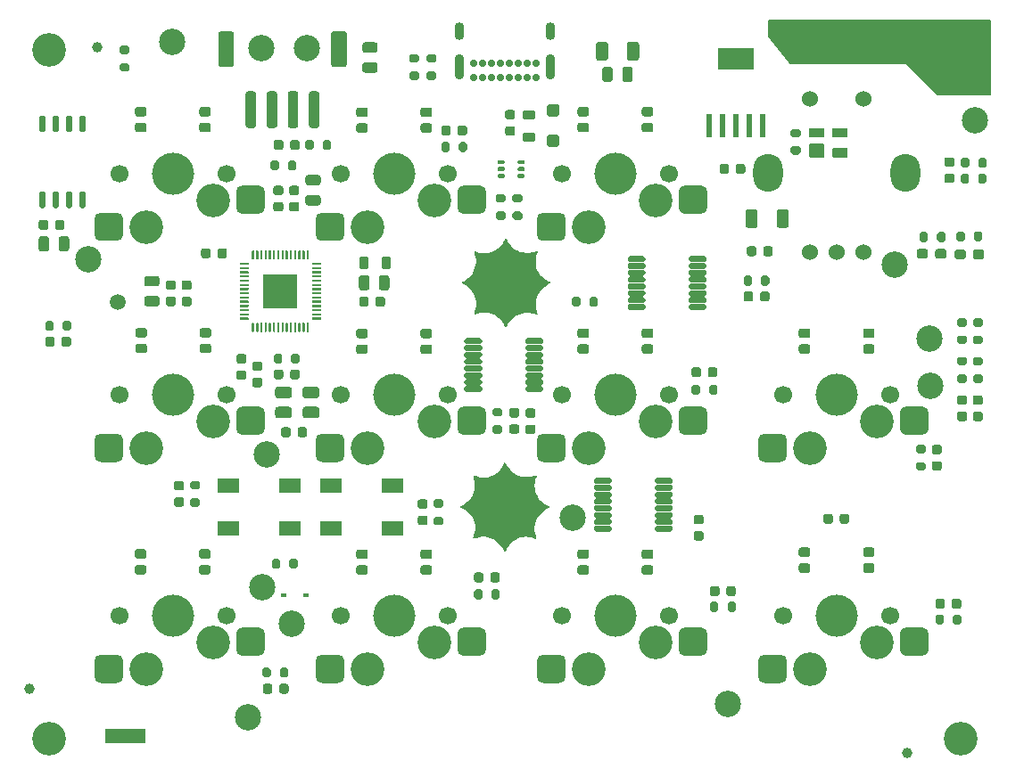
<source format=gbs>
G04 #@! TF.GenerationSoftware,KiCad,Pcbnew,7.0.6*
G04 #@! TF.CreationDate,2023-10-20T19:04:06+03:00*
G04 #@! TF.ProjectId,000018 PGKB,30303030-3138-4205-9047-4b422e6b6963,1.0*
G04 #@! TF.SameCoordinates,Original*
G04 #@! TF.FileFunction,Soldermask,Bot*
G04 #@! TF.FilePolarity,Negative*
%FSLAX46Y46*%
G04 Gerber Fmt 4.6, Leading zero omitted, Abs format (unit mm)*
G04 Created by KiCad (PCBNEW 7.0.6) date 2023-10-20 19:04:06*
%MOMM*%
%LPD*%
G01*
G04 APERTURE LIST*
%ADD10C,0.200000*%
%ADD11C,1.000000*%
%ADD12C,1.700000*%
%ADD13C,4.000000*%
%ADD14C,3.200000*%
%ADD15O,2.800000X3.600000*%
%ADD16C,1.524000*%
%ADD17C,2.500000*%
%ADD18R,0.600000X2.200000*%
%ADD19R,3.450000X2.150000*%
%ADD20C,0.700000*%
%ADD21O,0.900000X1.700000*%
%ADD22O,0.900000X2.400000*%
%ADD23R,0.600000X0.450000*%
%ADD24C,1.500000*%
%ADD25R,2.000000X1.400000*%
%ADD26R,3.200000X3.200000*%
G04 APERTURE END LIST*
D10*
X135500000Y-111000000D02*
X130500000Y-111000000D01*
X127500000Y-108000000D01*
X116500000Y-108000000D01*
X114500000Y-105500000D01*
X114500000Y-104000000D01*
X135500000Y-104000000D01*
X135500000Y-111000000D01*
G36*
X135500000Y-111000000D02*
G01*
X130500000Y-111000000D01*
X127500000Y-108000000D01*
X116500000Y-108000000D01*
X114500000Y-105500000D01*
X114500000Y-104000000D01*
X135500000Y-104000000D01*
X135500000Y-111000000D01*
G37*
G04 #@! TO.C,ART1*
G36*
X51500000Y-171300000D02*
G01*
X55300000Y-171300000D01*
X55300000Y-172600000D01*
X51500000Y-172600000D01*
X51500000Y-171300000D01*
G37*
G04 #@! TD*
D11*
G04 #@! TO.C,H5*
X87100000Y-150200000D03*
X87800000Y-148600000D03*
X87800000Y-151800000D03*
X89400000Y-147900000D03*
G36*
X89423315Y-146005110D02*
G01*
X89434400Y-146006103D01*
X89446809Y-146014832D01*
X89459378Y-146020032D01*
X89465454Y-146027946D01*
X89476740Y-146035883D01*
X89484653Y-146052949D01*
X89490905Y-146061087D01*
X89544106Y-146189397D01*
X89583309Y-146257244D01*
X89872711Y-146670676D01*
X90048797Y-146846634D01*
X90269254Y-147015671D01*
X90509889Y-147154487D01*
X90766584Y-147260706D01*
X91034948Y-147332511D01*
X91310388Y-147368672D01*
X91588192Y-147368573D01*
X91863606Y-147332213D01*
X92131918Y-147260216D01*
X92260228Y-147207016D01*
X92280241Y-147204374D01*
X92327682Y-147187032D01*
X92378672Y-147195949D01*
X92418372Y-147229167D01*
X92436144Y-147277784D01*
X92427227Y-147328775D01*
X92372615Y-147446171D01*
X92294195Y-147692966D01*
X92247734Y-147947719D01*
X92233985Y-148206308D01*
X92253169Y-148464551D01*
X92304976Y-148718270D01*
X92388569Y-148963361D01*
X92502594Y-149195860D01*
X92645208Y-149412005D01*
X92814104Y-149608300D01*
X93006549Y-149781570D01*
X93219431Y-149929011D01*
X93449305Y-150048239D01*
X93570900Y-150092725D01*
X93613239Y-150122506D01*
X93635016Y-150169466D01*
X93630394Y-150221023D01*
X93600613Y-150263362D01*
X93553653Y-150285139D01*
X93547175Y-150284558D01*
X93538913Y-150290905D01*
X93410603Y-150344106D01*
X93342757Y-150383309D01*
X92929323Y-150672713D01*
X92753366Y-150848797D01*
X92584329Y-151069254D01*
X92445513Y-151309889D01*
X92339294Y-151566584D01*
X92267489Y-151834948D01*
X92231328Y-152110388D01*
X92231427Y-152388192D01*
X92267787Y-152663606D01*
X92339784Y-152931918D01*
X92392984Y-153060228D01*
X92395608Y-153080103D01*
X92412986Y-153127643D01*
X92404069Y-153178633D01*
X92370851Y-153218333D01*
X92322234Y-153236105D01*
X92271244Y-153227187D01*
X92153846Y-153172575D01*
X91907048Y-153094154D01*
X91652291Y-153047693D01*
X91393699Y-153033945D01*
X91135452Y-153053131D01*
X90881730Y-153104940D01*
X90636636Y-153188536D01*
X90404136Y-153302566D01*
X90187989Y-153445184D01*
X89991694Y-153614085D01*
X89818425Y-153806535D01*
X89670985Y-154019421D01*
X89551759Y-154249301D01*
X89507276Y-154370898D01*
X89477496Y-154413238D01*
X89430536Y-154435015D01*
X89378979Y-154430395D01*
X89336639Y-154400615D01*
X89314862Y-154353655D01*
X89315443Y-154347174D01*
X89309096Y-154338912D01*
X89255894Y-154210602D01*
X89216696Y-154142764D01*
X88927282Y-153729316D01*
X88751204Y-153553364D01*
X88530746Y-153384327D01*
X88290111Y-153245512D01*
X88033416Y-153139293D01*
X87765052Y-153067488D01*
X87489612Y-153031326D01*
X87211808Y-153031426D01*
X86936394Y-153067786D01*
X86668082Y-153139783D01*
X86539773Y-153192984D01*
X86519737Y-153195629D01*
X86508855Y-153199607D01*
X86500575Y-153198158D01*
X86488454Y-153199759D01*
X86472885Y-153193316D01*
X86457865Y-153190690D01*
X86449381Y-153183590D01*
X86440623Y-153179967D01*
X86432667Y-153169606D01*
X86418165Y-153157472D01*
X86413455Y-153144587D01*
X86409097Y-153138912D01*
X86407807Y-153129134D01*
X86400393Y-153108855D01*
X86403092Y-153093423D01*
X86402322Y-153087593D01*
X86405421Y-153080103D01*
X86409311Y-153057865D01*
X86463923Y-152940467D01*
X86542344Y-152693669D01*
X86588805Y-152438912D01*
X86602553Y-152180320D01*
X86583367Y-151922073D01*
X86531558Y-151668351D01*
X86447962Y-151423257D01*
X86333932Y-151190757D01*
X86191314Y-150974610D01*
X86022413Y-150778315D01*
X85829963Y-150605046D01*
X85617077Y-150457606D01*
X85387197Y-150338380D01*
X85265600Y-150293897D01*
X85253182Y-150285162D01*
X85239152Y-150279357D01*
X85232370Y-150270524D01*
X85223260Y-150264117D01*
X85216873Y-150250342D01*
X85207626Y-150238301D01*
X85206169Y-150227260D01*
X85201483Y-150217157D01*
X85202839Y-150202034D01*
X85200851Y-150186983D01*
X85205109Y-150176693D01*
X85206103Y-150165600D01*
X85214838Y-150153182D01*
X85220643Y-150139152D01*
X85229476Y-150132370D01*
X85235883Y-150123260D01*
X85249658Y-150116873D01*
X85261698Y-150107625D01*
X85390008Y-150054423D01*
X85466392Y-150010287D01*
X85867821Y-149729287D01*
X86047246Y-149549733D01*
X86216283Y-149329275D01*
X86355098Y-149088640D01*
X86461317Y-148831945D01*
X86533122Y-148563581D01*
X86569284Y-148288141D01*
X86569184Y-148010337D01*
X86532824Y-147734923D01*
X86460827Y-147466611D01*
X86407626Y-147338302D01*
X86405630Y-147323181D01*
X86400393Y-147308855D01*
X86402300Y-147297954D01*
X86400851Y-147286983D01*
X86406683Y-147272891D01*
X86409310Y-147257865D01*
X86416412Y-147249378D01*
X86420643Y-147239152D01*
X86432741Y-147229863D01*
X86442528Y-147218165D01*
X86452922Y-147214366D01*
X86461698Y-147207626D01*
X86476820Y-147205630D01*
X86491145Y-147200393D01*
X86502047Y-147202300D01*
X86513017Y-147200851D01*
X86527110Y-147206683D01*
X86542135Y-147209311D01*
X86659533Y-147263923D01*
X86906331Y-147342344D01*
X87161088Y-147388805D01*
X87419680Y-147402553D01*
X87677927Y-147383367D01*
X87931649Y-147331558D01*
X88176743Y-147247962D01*
X88409243Y-147133932D01*
X88625390Y-146991314D01*
X88821685Y-146822413D01*
X88994954Y-146629963D01*
X89142394Y-146417077D01*
X89261620Y-146187197D01*
X89306103Y-146065600D01*
X89310654Y-146059131D01*
X89319173Y-146038541D01*
X89332137Y-146028587D01*
X89335883Y-146023260D01*
X89343938Y-146019525D01*
X89360229Y-146007015D01*
X89375167Y-146005043D01*
X89382843Y-146001483D01*
X89394333Y-146002513D01*
X89411547Y-146000240D01*
X89423315Y-146005110D01*
G37*
X89400000Y-152500000D03*
X90900000Y-151900000D03*
X91000000Y-148600000D03*
X91700000Y-150200000D03*
G04 #@! TD*
D12*
G04 #@! TO.C,S3*
X104980000Y-160500000D03*
D13*
X99900000Y-160500000D03*
D12*
X94820000Y-160500000D03*
D14*
X103710000Y-163040000D03*
X97360000Y-165580000D03*
G36*
G01*
X95186600Y-164830000D02*
X95186600Y-166330000D01*
G75*
G02*
X94585000Y-166931600I-601600J0D01*
G01*
X93035000Y-166931600D01*
G75*
G02*
X92433400Y-166330000I0J601600D01*
G01*
X92433400Y-164830000D01*
G75*
G02*
X93035000Y-164228400I601600J0D01*
G01*
X94585000Y-164228400D01*
G75*
G02*
X95186600Y-164830000I0J-601600D01*
G01*
G37*
G36*
G01*
X105883400Y-163750000D02*
X105883400Y-162250000D01*
G75*
G02*
X106485000Y-161648400I601600J0D01*
G01*
X108035000Y-161648400D01*
G75*
G02*
X108636600Y-162250000I0J-601600D01*
G01*
X108636600Y-163750000D01*
G75*
G02*
X108035000Y-164351600I-601600J0D01*
G01*
X106485000Y-164351600D01*
G75*
G02*
X105883400Y-163750000I0J601600D01*
G01*
G37*
G04 #@! TD*
D11*
G04 #@! TO.C,H6*
X87200000Y-128900000D03*
X87900000Y-127300000D03*
X87900000Y-130500000D03*
X89500000Y-126600000D03*
G36*
X89523315Y-124705110D02*
G01*
X89534400Y-124706103D01*
X89546809Y-124714832D01*
X89559378Y-124720032D01*
X89565454Y-124727946D01*
X89576740Y-124735883D01*
X89584653Y-124752949D01*
X89590905Y-124761087D01*
X89644106Y-124889397D01*
X89683309Y-124957244D01*
X89972711Y-125370676D01*
X90148797Y-125546634D01*
X90369254Y-125715671D01*
X90609889Y-125854487D01*
X90866584Y-125960706D01*
X91134948Y-126032511D01*
X91410388Y-126068672D01*
X91688192Y-126068573D01*
X91963606Y-126032213D01*
X92231918Y-125960216D01*
X92360228Y-125907016D01*
X92380241Y-125904374D01*
X92427682Y-125887032D01*
X92478672Y-125895949D01*
X92518372Y-125929167D01*
X92536144Y-125977784D01*
X92527227Y-126028775D01*
X92472615Y-126146171D01*
X92394195Y-126392966D01*
X92347734Y-126647719D01*
X92333985Y-126906308D01*
X92353169Y-127164551D01*
X92404976Y-127418270D01*
X92488569Y-127663361D01*
X92602594Y-127895860D01*
X92745208Y-128112005D01*
X92914104Y-128308300D01*
X93106549Y-128481570D01*
X93319431Y-128629011D01*
X93549305Y-128748239D01*
X93670900Y-128792725D01*
X93713239Y-128822506D01*
X93735016Y-128869466D01*
X93730394Y-128921023D01*
X93700613Y-128963362D01*
X93653653Y-128985139D01*
X93647175Y-128984558D01*
X93638913Y-128990905D01*
X93510603Y-129044106D01*
X93442757Y-129083309D01*
X93029323Y-129372713D01*
X92853366Y-129548797D01*
X92684329Y-129769254D01*
X92545513Y-130009889D01*
X92439294Y-130266584D01*
X92367489Y-130534948D01*
X92331328Y-130810388D01*
X92331427Y-131088192D01*
X92367787Y-131363606D01*
X92439784Y-131631918D01*
X92492984Y-131760228D01*
X92495608Y-131780103D01*
X92512986Y-131827643D01*
X92504069Y-131878633D01*
X92470851Y-131918333D01*
X92422234Y-131936105D01*
X92371244Y-131927187D01*
X92253846Y-131872575D01*
X92007048Y-131794154D01*
X91752291Y-131747693D01*
X91493699Y-131733945D01*
X91235452Y-131753131D01*
X90981730Y-131804940D01*
X90736636Y-131888536D01*
X90504136Y-132002566D01*
X90287989Y-132145184D01*
X90091694Y-132314085D01*
X89918425Y-132506535D01*
X89770985Y-132719421D01*
X89651759Y-132949301D01*
X89607276Y-133070898D01*
X89577496Y-133113238D01*
X89530536Y-133135015D01*
X89478979Y-133130395D01*
X89436639Y-133100615D01*
X89414862Y-133053655D01*
X89415443Y-133047174D01*
X89409096Y-133038912D01*
X89355894Y-132910602D01*
X89316696Y-132842764D01*
X89027282Y-132429316D01*
X88851204Y-132253364D01*
X88630746Y-132084327D01*
X88390111Y-131945512D01*
X88133416Y-131839293D01*
X87865052Y-131767488D01*
X87589612Y-131731326D01*
X87311808Y-131731426D01*
X87036394Y-131767786D01*
X86768082Y-131839783D01*
X86639773Y-131892984D01*
X86619737Y-131895629D01*
X86608855Y-131899607D01*
X86600575Y-131898158D01*
X86588454Y-131899759D01*
X86572885Y-131893316D01*
X86557865Y-131890690D01*
X86549381Y-131883590D01*
X86540623Y-131879967D01*
X86532667Y-131869606D01*
X86518165Y-131857472D01*
X86513455Y-131844587D01*
X86509097Y-131838912D01*
X86507807Y-131829134D01*
X86500393Y-131808855D01*
X86503092Y-131793423D01*
X86502322Y-131787593D01*
X86505421Y-131780103D01*
X86509311Y-131757865D01*
X86563923Y-131640467D01*
X86642344Y-131393669D01*
X86688805Y-131138912D01*
X86702553Y-130880320D01*
X86683367Y-130622073D01*
X86631558Y-130368351D01*
X86547962Y-130123257D01*
X86433932Y-129890757D01*
X86291314Y-129674610D01*
X86122413Y-129478315D01*
X85929963Y-129305046D01*
X85717077Y-129157606D01*
X85487197Y-129038380D01*
X85365600Y-128993897D01*
X85353182Y-128985162D01*
X85339152Y-128979357D01*
X85332370Y-128970524D01*
X85323260Y-128964117D01*
X85316873Y-128950342D01*
X85307626Y-128938301D01*
X85306169Y-128927260D01*
X85301483Y-128917157D01*
X85302839Y-128902034D01*
X85300851Y-128886983D01*
X85305109Y-128876693D01*
X85306103Y-128865600D01*
X85314838Y-128853182D01*
X85320643Y-128839152D01*
X85329476Y-128832370D01*
X85335883Y-128823260D01*
X85349658Y-128816873D01*
X85361698Y-128807625D01*
X85490008Y-128754423D01*
X85566392Y-128710287D01*
X85967821Y-128429287D01*
X86147246Y-128249733D01*
X86316283Y-128029275D01*
X86455098Y-127788640D01*
X86561317Y-127531945D01*
X86633122Y-127263581D01*
X86669284Y-126988141D01*
X86669184Y-126710337D01*
X86632824Y-126434923D01*
X86560827Y-126166611D01*
X86507626Y-126038302D01*
X86505630Y-126023181D01*
X86500393Y-126008855D01*
X86502300Y-125997954D01*
X86500851Y-125986983D01*
X86506683Y-125972891D01*
X86509310Y-125957865D01*
X86516412Y-125949378D01*
X86520643Y-125939152D01*
X86532741Y-125929863D01*
X86542528Y-125918165D01*
X86552922Y-125914366D01*
X86561698Y-125907626D01*
X86576820Y-125905630D01*
X86591145Y-125900393D01*
X86602047Y-125902300D01*
X86613017Y-125900851D01*
X86627110Y-125906683D01*
X86642135Y-125909311D01*
X86759533Y-125963923D01*
X87006331Y-126042344D01*
X87261088Y-126088805D01*
X87519680Y-126102553D01*
X87777927Y-126083367D01*
X88031649Y-126031558D01*
X88276743Y-125947962D01*
X88509243Y-125833932D01*
X88725390Y-125691314D01*
X88921685Y-125522413D01*
X89094954Y-125329963D01*
X89242394Y-125117077D01*
X89361620Y-124887197D01*
X89406103Y-124765600D01*
X89410654Y-124759131D01*
X89419173Y-124738541D01*
X89432137Y-124728587D01*
X89435883Y-124723260D01*
X89443938Y-124719525D01*
X89460229Y-124707015D01*
X89475167Y-124705043D01*
X89482843Y-124701483D01*
X89494333Y-124702513D01*
X89511547Y-124700240D01*
X89523315Y-124705110D01*
G37*
X89500000Y-131200000D03*
X91000000Y-130600000D03*
X91100000Y-127300000D03*
X91800000Y-128900000D03*
G04 #@! TD*
D12*
G04 #@! TO.C,S7*
X104980000Y-139500000D03*
D13*
X99900000Y-139500000D03*
D12*
X94820000Y-139500000D03*
D14*
X103710000Y-142040000D03*
X97360000Y-144580000D03*
G36*
G01*
X95186600Y-143830000D02*
X95186600Y-145330000D01*
G75*
G02*
X94585000Y-145931600I-601600J0D01*
G01*
X93035000Y-145931600D01*
G75*
G02*
X92433400Y-145330000I0J601600D01*
G01*
X92433400Y-143830000D01*
G75*
G02*
X93035000Y-143228400I601600J0D01*
G01*
X94585000Y-143228400D01*
G75*
G02*
X95186600Y-143830000I0J-601600D01*
G01*
G37*
G36*
G01*
X105883400Y-142750000D02*
X105883400Y-141250000D01*
G75*
G02*
X106485000Y-140648400I601600J0D01*
G01*
X108035000Y-140648400D01*
G75*
G02*
X108636600Y-141250000I0J-601600D01*
G01*
X108636600Y-142750000D01*
G75*
G02*
X108035000Y-143351600I-601600J0D01*
G01*
X106485000Y-143351600D01*
G75*
G02*
X105883400Y-142750000I0J601600D01*
G01*
G37*
G04 #@! TD*
D12*
G04 #@! TO.C,S5*
X62980000Y-139500000D03*
D13*
X57900000Y-139500000D03*
D12*
X52820000Y-139500000D03*
D14*
X61710000Y-142040000D03*
X55360000Y-144580000D03*
G36*
G01*
X53186600Y-143830000D02*
X53186600Y-145330000D01*
G75*
G02*
X52585000Y-145931600I-601600J0D01*
G01*
X51035000Y-145931600D01*
G75*
G02*
X50433400Y-145330000I0J601600D01*
G01*
X50433400Y-143830000D01*
G75*
G02*
X51035000Y-143228400I601600J0D01*
G01*
X52585000Y-143228400D01*
G75*
G02*
X53186600Y-143830000I0J-601600D01*
G01*
G37*
G36*
G01*
X63883400Y-142750000D02*
X63883400Y-141250000D01*
G75*
G02*
X64485000Y-140648400I601600J0D01*
G01*
X66035000Y-140648400D01*
G75*
G02*
X66636600Y-141250000I0J-601600D01*
G01*
X66636600Y-142750000D01*
G75*
G02*
X66035000Y-143351600I-601600J0D01*
G01*
X64485000Y-143351600D01*
G75*
G02*
X63883400Y-142750000I0J601600D01*
G01*
G37*
G04 #@! TD*
D12*
G04 #@! TO.C,S1*
X62980000Y-160500000D03*
D13*
X57900000Y-160500000D03*
D12*
X52820000Y-160500000D03*
D14*
X61710000Y-163040000D03*
X55360000Y-165580000D03*
G36*
G01*
X53186600Y-164830000D02*
X53186600Y-166330000D01*
G75*
G02*
X52585000Y-166931600I-601600J0D01*
G01*
X51035000Y-166931600D01*
G75*
G02*
X50433400Y-166330000I0J601600D01*
G01*
X50433400Y-164830000D01*
G75*
G02*
X51035000Y-164228400I601600J0D01*
G01*
X52585000Y-164228400D01*
G75*
G02*
X53186600Y-164830000I0J-601600D01*
G01*
G37*
G36*
G01*
X63883400Y-163750000D02*
X63883400Y-162250000D01*
G75*
G02*
X64485000Y-161648400I601600J0D01*
G01*
X66035000Y-161648400D01*
G75*
G02*
X66636600Y-162250000I0J-601600D01*
G01*
X66636600Y-163750000D01*
G75*
G02*
X66035000Y-164351600I-601600J0D01*
G01*
X64485000Y-164351600D01*
G75*
G02*
X63883400Y-163750000I0J601600D01*
G01*
G37*
G04 #@! TD*
D12*
G04 #@! TO.C,S10*
X83980000Y-118500000D03*
D13*
X78900000Y-118500000D03*
D12*
X73820000Y-118500000D03*
D14*
X82710000Y-121040000D03*
X76360000Y-123580000D03*
G36*
G01*
X74186600Y-122830000D02*
X74186600Y-124330000D01*
G75*
G02*
X73585000Y-124931600I-601600J0D01*
G01*
X72035000Y-124931600D01*
G75*
G02*
X71433400Y-124330000I0J601600D01*
G01*
X71433400Y-122830000D01*
G75*
G02*
X72035000Y-122228400I601600J0D01*
G01*
X73585000Y-122228400D01*
G75*
G02*
X74186600Y-122830000I0J-601600D01*
G01*
G37*
G36*
G01*
X84883400Y-121750000D02*
X84883400Y-120250000D01*
G75*
G02*
X85485000Y-119648400I601600J0D01*
G01*
X87035000Y-119648400D01*
G75*
G02*
X87636600Y-120250000I0J-601600D01*
G01*
X87636600Y-121750000D01*
G75*
G02*
X87035000Y-122351600I-601600J0D01*
G01*
X85485000Y-122351600D01*
G75*
G02*
X84883400Y-121750000I0J601600D01*
G01*
G37*
G04 #@! TD*
G04 #@! TO.C,H1*
X46150000Y-106750000D03*
G04 #@! TD*
D12*
G04 #@! TO.C,S4*
X125980000Y-160500000D03*
D13*
X120900000Y-160500000D03*
D12*
X115820000Y-160500000D03*
D14*
X124710000Y-163040000D03*
X118360000Y-165580000D03*
G36*
G01*
X116186600Y-164830000D02*
X116186600Y-166330000D01*
G75*
G02*
X115585000Y-166931600I-601600J0D01*
G01*
X114035000Y-166931600D01*
G75*
G02*
X113433400Y-166330000I0J601600D01*
G01*
X113433400Y-164830000D01*
G75*
G02*
X114035000Y-164228400I601600J0D01*
G01*
X115585000Y-164228400D01*
G75*
G02*
X116186600Y-164830000I0J-601600D01*
G01*
G37*
G36*
G01*
X126883400Y-163750000D02*
X126883400Y-162250000D01*
G75*
G02*
X127485000Y-161648400I601600J0D01*
G01*
X129035000Y-161648400D01*
G75*
G02*
X129636600Y-162250000I0J-601600D01*
G01*
X129636600Y-163750000D01*
G75*
G02*
X129035000Y-164351600I-601600J0D01*
G01*
X127485000Y-164351600D01*
G75*
G02*
X126883400Y-163750000I0J601600D01*
G01*
G37*
G04 #@! TD*
D12*
G04 #@! TO.C,S11*
X104980000Y-118500000D03*
D13*
X99900000Y-118500000D03*
D12*
X94820000Y-118500000D03*
D14*
X103710000Y-121040000D03*
X97360000Y-123580000D03*
G36*
G01*
X95186600Y-122830000D02*
X95186600Y-124330000D01*
G75*
G02*
X94585000Y-124931600I-601600J0D01*
G01*
X93035000Y-124931600D01*
G75*
G02*
X92433400Y-124330000I0J601600D01*
G01*
X92433400Y-122830000D01*
G75*
G02*
X93035000Y-122228400I601600J0D01*
G01*
X94585000Y-122228400D01*
G75*
G02*
X95186600Y-122830000I0J-601600D01*
G01*
G37*
G36*
G01*
X105883400Y-121750000D02*
X105883400Y-120250000D01*
G75*
G02*
X106485000Y-119648400I601600J0D01*
G01*
X108035000Y-119648400D01*
G75*
G02*
X108636600Y-120250000I0J-601600D01*
G01*
X108636600Y-121750000D01*
G75*
G02*
X108035000Y-122351600I-601600J0D01*
G01*
X106485000Y-122351600D01*
G75*
G02*
X105883400Y-121750000I0J601600D01*
G01*
G37*
G04 #@! TD*
D12*
G04 #@! TO.C,S6*
X83980000Y-139500000D03*
D13*
X78900000Y-139500000D03*
D12*
X73820000Y-139500000D03*
D14*
X82710000Y-142040000D03*
X76360000Y-144580000D03*
G36*
G01*
X74186600Y-143830000D02*
X74186600Y-145330000D01*
G75*
G02*
X73585000Y-145931600I-601600J0D01*
G01*
X72035000Y-145931600D01*
G75*
G02*
X71433400Y-145330000I0J601600D01*
G01*
X71433400Y-143830000D01*
G75*
G02*
X72035000Y-143228400I601600J0D01*
G01*
X73585000Y-143228400D01*
G75*
G02*
X74186600Y-143830000I0J-601600D01*
G01*
G37*
G36*
G01*
X84883400Y-142750000D02*
X84883400Y-141250000D01*
G75*
G02*
X85485000Y-140648400I601600J0D01*
G01*
X87035000Y-140648400D01*
G75*
G02*
X87636600Y-141250000I0J-601600D01*
G01*
X87636600Y-142750000D01*
G75*
G02*
X87035000Y-143351600I-601600J0D01*
G01*
X85485000Y-143351600D01*
G75*
G02*
X84883400Y-142750000I0J601600D01*
G01*
G37*
G04 #@! TD*
D12*
G04 #@! TO.C,S8*
X125980000Y-139500000D03*
D13*
X120900000Y-139500000D03*
D12*
X115820000Y-139500000D03*
D14*
X124710000Y-142040000D03*
X118360000Y-144580000D03*
G36*
G01*
X116186600Y-143830000D02*
X116186600Y-145330000D01*
G75*
G02*
X115585000Y-145931600I-601600J0D01*
G01*
X114035000Y-145931600D01*
G75*
G02*
X113433400Y-145330000I0J601600D01*
G01*
X113433400Y-143830000D01*
G75*
G02*
X114035000Y-143228400I601600J0D01*
G01*
X115585000Y-143228400D01*
G75*
G02*
X116186600Y-143830000I0J-601600D01*
G01*
G37*
G36*
G01*
X126883400Y-142750000D02*
X126883400Y-141250000D01*
G75*
G02*
X127485000Y-140648400I601600J0D01*
G01*
X129035000Y-140648400D01*
G75*
G02*
X129636600Y-141250000I0J-601600D01*
G01*
X129636600Y-142750000D01*
G75*
G02*
X129035000Y-143351600I-601600J0D01*
G01*
X127485000Y-143351600D01*
G75*
G02*
X126883400Y-142750000I0J601600D01*
G01*
G37*
G04 #@! TD*
G04 #@! TO.C,H4*
X46150000Y-172250000D03*
G04 #@! TD*
G04 #@! TO.C,H3*
X132650000Y-106750000D03*
G04 #@! TD*
D12*
G04 #@! TO.C,S2*
X83980000Y-160500000D03*
D13*
X78900000Y-160500000D03*
D12*
X73820000Y-160500000D03*
D14*
X82710000Y-163040000D03*
X76360000Y-165580000D03*
G36*
G01*
X74186600Y-164830000D02*
X74186600Y-166330000D01*
G75*
G02*
X73585000Y-166931600I-601600J0D01*
G01*
X72035000Y-166931600D01*
G75*
G02*
X71433400Y-166330000I0J601600D01*
G01*
X71433400Y-164830000D01*
G75*
G02*
X72035000Y-164228400I601600J0D01*
G01*
X73585000Y-164228400D01*
G75*
G02*
X74186600Y-164830000I0J-601600D01*
G01*
G37*
G36*
G01*
X84883400Y-163750000D02*
X84883400Y-162250000D01*
G75*
G02*
X85485000Y-161648400I601600J0D01*
G01*
X87035000Y-161648400D01*
G75*
G02*
X87636600Y-162250000I0J-601600D01*
G01*
X87636600Y-163750000D01*
G75*
G02*
X87035000Y-164351600I-601600J0D01*
G01*
X85485000Y-164351600D01*
G75*
G02*
X84883400Y-163750000I0J601600D01*
G01*
G37*
G04 #@! TD*
G04 #@! TO.C,H2*
X132650000Y-172250000D03*
G04 #@! TD*
D12*
G04 #@! TO.C,S9*
X62980000Y-118500000D03*
D13*
X57900000Y-118500000D03*
D12*
X52820000Y-118500000D03*
D14*
X61710000Y-121040000D03*
X55360000Y-123580000D03*
G36*
G01*
X53186600Y-122830000D02*
X53186600Y-124330000D01*
G75*
G02*
X52585000Y-124931600I-601600J0D01*
G01*
X51035000Y-124931600D01*
G75*
G02*
X50433400Y-124330000I0J601600D01*
G01*
X50433400Y-122830000D01*
G75*
G02*
X51035000Y-122228400I601600J0D01*
G01*
X52585000Y-122228400D01*
G75*
G02*
X53186600Y-122830000I0J-601600D01*
G01*
G37*
G36*
G01*
X63883400Y-121750000D02*
X63883400Y-120250000D01*
G75*
G02*
X64485000Y-119648400I601600J0D01*
G01*
X66035000Y-119648400D01*
G75*
G02*
X66636600Y-120250000I0J-601600D01*
G01*
X66636600Y-121750000D01*
G75*
G02*
X66035000Y-122351600I-601600J0D01*
G01*
X64485000Y-122351600D01*
G75*
G02*
X63883400Y-121750000I0J601600D01*
G01*
G37*
G04 #@! TD*
D15*
G04 #@! TO.C,S20*
X114400000Y-118450000D03*
X127400000Y-118450000D03*
D16*
X118400000Y-125950000D03*
X123400000Y-125950000D03*
X120900000Y-125950000D03*
X118400000Y-111450000D03*
X123400000Y-111450000D03*
G04 #@! TD*
G04 #@! TO.C,C38*
G36*
G01*
X112375000Y-126150000D02*
X112375000Y-125650000D01*
G75*
G02*
X112600000Y-125425000I225000J0D01*
G01*
X113050000Y-125425000D01*
G75*
G02*
X113275000Y-125650000I0J-225000D01*
G01*
X113275000Y-126150000D01*
G75*
G02*
X113050000Y-126375000I-225000J0D01*
G01*
X112600000Y-126375000D01*
G75*
G02*
X112375000Y-126150000I0J225000D01*
G01*
G37*
G36*
G01*
X113925000Y-126150000D02*
X113925000Y-125650000D01*
G75*
G02*
X114150000Y-125425000I225000J0D01*
G01*
X114600000Y-125425000D01*
G75*
G02*
X114825000Y-125650000I0J-225000D01*
G01*
X114825000Y-126150000D01*
G75*
G02*
X114600000Y-126375000I-225000J0D01*
G01*
X114150000Y-126375000D01*
G75*
G02*
X113925000Y-126150000I0J225000D01*
G01*
G37*
G04 #@! TD*
D17*
G04 #@! TO.C,TP1*
X64986721Y-170187635D03*
G04 #@! TD*
G04 #@! TO.C,TP11*
X66300000Y-106600000D03*
G04 #@! TD*
G04 #@! TO.C,C31*
G36*
G01*
X75575000Y-130950000D02*
X75575000Y-130450000D01*
G75*
G02*
X75800000Y-130225000I225000J0D01*
G01*
X76250000Y-130225000D01*
G75*
G02*
X76475000Y-130450000I0J-225000D01*
G01*
X76475000Y-130950000D01*
G75*
G02*
X76250000Y-131175000I-225000J0D01*
G01*
X75800000Y-131175000D01*
G75*
G02*
X75575000Y-130950000I0J225000D01*
G01*
G37*
G36*
G01*
X77125000Y-130950000D02*
X77125000Y-130450000D01*
G75*
G02*
X77350000Y-130225000I225000J0D01*
G01*
X77800000Y-130225000D01*
G75*
G02*
X78025000Y-130450000I0J-225000D01*
G01*
X78025000Y-130950000D01*
G75*
G02*
X77800000Y-131175000I-225000J0D01*
G01*
X77350000Y-131175000D01*
G75*
G02*
X77125000Y-130950000I0J225000D01*
G01*
G37*
G04 #@! TD*
G04 #@! TO.C,U2*
G36*
G01*
X98050000Y-151975000D02*
X99350000Y-151975000D01*
G75*
G02*
X99550000Y-152175000I0J-200000D01*
G01*
X99550000Y-152375000D01*
G75*
G02*
X99350000Y-152575000I-200000J0D01*
G01*
X98050000Y-152575000D01*
G75*
G02*
X97850000Y-152375000I0J200000D01*
G01*
X97850000Y-152175000D01*
G75*
G02*
X98050000Y-151975000I200000J0D01*
G01*
G37*
G36*
G01*
X98050000Y-151325000D02*
X99350000Y-151325000D01*
G75*
G02*
X99550000Y-151525000I0J-200000D01*
G01*
X99550000Y-151725000D01*
G75*
G02*
X99350000Y-151925000I-200000J0D01*
G01*
X98050000Y-151925000D01*
G75*
G02*
X97850000Y-151725000I0J200000D01*
G01*
X97850000Y-151525000D01*
G75*
G02*
X98050000Y-151325000I200000J0D01*
G01*
G37*
G36*
G01*
X98050000Y-150675000D02*
X99350000Y-150675000D01*
G75*
G02*
X99550000Y-150875000I0J-200000D01*
G01*
X99550000Y-151075000D01*
G75*
G02*
X99350000Y-151275000I-200000J0D01*
G01*
X98050000Y-151275000D01*
G75*
G02*
X97850000Y-151075000I0J200000D01*
G01*
X97850000Y-150875000D01*
G75*
G02*
X98050000Y-150675000I200000J0D01*
G01*
G37*
G36*
G01*
X98050000Y-150025000D02*
X99350000Y-150025000D01*
G75*
G02*
X99550000Y-150225000I0J-200000D01*
G01*
X99550000Y-150425000D01*
G75*
G02*
X99350000Y-150625000I-200000J0D01*
G01*
X98050000Y-150625000D01*
G75*
G02*
X97850000Y-150425000I0J200000D01*
G01*
X97850000Y-150225000D01*
G75*
G02*
X98050000Y-150025000I200000J0D01*
G01*
G37*
G36*
G01*
X98050000Y-149375000D02*
X99350000Y-149375000D01*
G75*
G02*
X99550000Y-149575000I0J-200000D01*
G01*
X99550000Y-149775000D01*
G75*
G02*
X99350000Y-149975000I-200000J0D01*
G01*
X98050000Y-149975000D01*
G75*
G02*
X97850000Y-149775000I0J200000D01*
G01*
X97850000Y-149575000D01*
G75*
G02*
X98050000Y-149375000I200000J0D01*
G01*
G37*
G36*
G01*
X98050000Y-148725000D02*
X99350000Y-148725000D01*
G75*
G02*
X99550000Y-148925000I0J-200000D01*
G01*
X99550000Y-149125000D01*
G75*
G02*
X99350000Y-149325000I-200000J0D01*
G01*
X98050000Y-149325000D01*
G75*
G02*
X97850000Y-149125000I0J200000D01*
G01*
X97850000Y-148925000D01*
G75*
G02*
X98050000Y-148725000I200000J0D01*
G01*
G37*
G36*
G01*
X98050000Y-148075000D02*
X99350000Y-148075000D01*
G75*
G02*
X99550000Y-148275000I0J-200000D01*
G01*
X99550000Y-148475000D01*
G75*
G02*
X99350000Y-148675000I-200000J0D01*
G01*
X98050000Y-148675000D01*
G75*
G02*
X97850000Y-148475000I0J200000D01*
G01*
X97850000Y-148275000D01*
G75*
G02*
X98050000Y-148075000I200000J0D01*
G01*
G37*
G36*
G01*
X98050000Y-147425000D02*
X99350000Y-147425000D01*
G75*
G02*
X99550000Y-147625000I0J-200000D01*
G01*
X99550000Y-147825000D01*
G75*
G02*
X99350000Y-148025000I-200000J0D01*
G01*
X98050000Y-148025000D01*
G75*
G02*
X97850000Y-147825000I0J200000D01*
G01*
X97850000Y-147625000D01*
G75*
G02*
X98050000Y-147425000I200000J0D01*
G01*
G37*
G36*
G01*
X103850000Y-147425000D02*
X105150000Y-147425000D01*
G75*
G02*
X105350000Y-147625000I0J-200000D01*
G01*
X105350000Y-147825000D01*
G75*
G02*
X105150000Y-148025000I-200000J0D01*
G01*
X103850000Y-148025000D01*
G75*
G02*
X103650000Y-147825000I0J200000D01*
G01*
X103650000Y-147625000D01*
G75*
G02*
X103850000Y-147425000I200000J0D01*
G01*
G37*
G36*
G01*
X103850000Y-148075000D02*
X105150000Y-148075000D01*
G75*
G02*
X105350000Y-148275000I0J-200000D01*
G01*
X105350000Y-148475000D01*
G75*
G02*
X105150000Y-148675000I-200000J0D01*
G01*
X103850000Y-148675000D01*
G75*
G02*
X103650000Y-148475000I0J200000D01*
G01*
X103650000Y-148275000D01*
G75*
G02*
X103850000Y-148075000I200000J0D01*
G01*
G37*
G36*
G01*
X103850000Y-148725000D02*
X105150000Y-148725000D01*
G75*
G02*
X105350000Y-148925000I0J-200000D01*
G01*
X105350000Y-149125000D01*
G75*
G02*
X105150000Y-149325000I-200000J0D01*
G01*
X103850000Y-149325000D01*
G75*
G02*
X103650000Y-149125000I0J200000D01*
G01*
X103650000Y-148925000D01*
G75*
G02*
X103850000Y-148725000I200000J0D01*
G01*
G37*
G36*
G01*
X103850000Y-149375000D02*
X105150000Y-149375000D01*
G75*
G02*
X105350000Y-149575000I0J-200000D01*
G01*
X105350000Y-149775000D01*
G75*
G02*
X105150000Y-149975000I-200000J0D01*
G01*
X103850000Y-149975000D01*
G75*
G02*
X103650000Y-149775000I0J200000D01*
G01*
X103650000Y-149575000D01*
G75*
G02*
X103850000Y-149375000I200000J0D01*
G01*
G37*
G36*
G01*
X103850000Y-150025000D02*
X105150000Y-150025000D01*
G75*
G02*
X105350000Y-150225000I0J-200000D01*
G01*
X105350000Y-150425000D01*
G75*
G02*
X105150000Y-150625000I-200000J0D01*
G01*
X103850000Y-150625000D01*
G75*
G02*
X103650000Y-150425000I0J200000D01*
G01*
X103650000Y-150225000D01*
G75*
G02*
X103850000Y-150025000I200000J0D01*
G01*
G37*
G36*
G01*
X103850000Y-150675000D02*
X105150000Y-150675000D01*
G75*
G02*
X105350000Y-150875000I0J-200000D01*
G01*
X105350000Y-151075000D01*
G75*
G02*
X105150000Y-151275000I-200000J0D01*
G01*
X103850000Y-151275000D01*
G75*
G02*
X103650000Y-151075000I0J200000D01*
G01*
X103650000Y-150875000D01*
G75*
G02*
X103850000Y-150675000I200000J0D01*
G01*
G37*
G36*
G01*
X103850000Y-151325000D02*
X105150000Y-151325000D01*
G75*
G02*
X105350000Y-151525000I0J-200000D01*
G01*
X105350000Y-151725000D01*
G75*
G02*
X105150000Y-151925000I-200000J0D01*
G01*
X103850000Y-151925000D01*
G75*
G02*
X103650000Y-151725000I0J200000D01*
G01*
X103650000Y-151525000D01*
G75*
G02*
X103850000Y-151325000I200000J0D01*
G01*
G37*
G36*
G01*
X103850000Y-151975000D02*
X105150000Y-151975000D01*
G75*
G02*
X105350000Y-152175000I0J-200000D01*
G01*
X105350000Y-152375000D01*
G75*
G02*
X105150000Y-152575000I-200000J0D01*
G01*
X103850000Y-152575000D01*
G75*
G02*
X103650000Y-152375000I0J200000D01*
G01*
X103650000Y-152175000D01*
G75*
G02*
X103850000Y-151975000I200000J0D01*
G01*
G37*
G04 #@! TD*
D18*
G04 #@! TO.C,U6*
X113840000Y-113937500D03*
X112570000Y-113937500D03*
X111300000Y-113937500D03*
X110030000Y-113937500D03*
X108760000Y-113937500D03*
D19*
X111300000Y-107637500D03*
G04 #@! TD*
G04 #@! TO.C,R3*
G36*
G01*
X90325000Y-120475000D02*
X90875000Y-120475000D01*
G75*
G02*
X91075000Y-120675000I0J-200000D01*
G01*
X91075000Y-121075000D01*
G75*
G02*
X90875000Y-121275000I-200000J0D01*
G01*
X90325000Y-121275000D01*
G75*
G02*
X90125000Y-121075000I0J200000D01*
G01*
X90125000Y-120675000D01*
G75*
G02*
X90325000Y-120475000I200000J0D01*
G01*
G37*
G36*
G01*
X90325000Y-122125000D02*
X90875000Y-122125000D01*
G75*
G02*
X91075000Y-122325000I0J-200000D01*
G01*
X91075000Y-122725000D01*
G75*
G02*
X90875000Y-122925000I-200000J0D01*
G01*
X90325000Y-122925000D01*
G75*
G02*
X90125000Y-122725000I0J200000D01*
G01*
X90125000Y-122325000D01*
G75*
G02*
X90325000Y-122125000I200000J0D01*
G01*
G37*
G04 #@! TD*
G04 #@! TO.C,R11*
G36*
G01*
X107133281Y-139345860D02*
X107133281Y-138795860D01*
G75*
G02*
X107333281Y-138595860I200000J0D01*
G01*
X107733281Y-138595860D01*
G75*
G02*
X107933281Y-138795860I0J-200000D01*
G01*
X107933281Y-139345860D01*
G75*
G02*
X107733281Y-139545860I-200000J0D01*
G01*
X107333281Y-139545860D01*
G75*
G02*
X107133281Y-139345860I0J200000D01*
G01*
G37*
G36*
G01*
X108783281Y-139345860D02*
X108783281Y-138795860D01*
G75*
G02*
X108983281Y-138595860I200000J0D01*
G01*
X109383281Y-138595860D01*
G75*
G02*
X109583281Y-138795860I0J-200000D01*
G01*
X109583281Y-139345860D01*
G75*
G02*
X109383281Y-139545860I-200000J0D01*
G01*
X108983281Y-139545860D01*
G75*
G02*
X108783281Y-139345860I0J200000D01*
G01*
G37*
G04 #@! TD*
D17*
G04 #@! TO.C,TP12*
X70600000Y-106600000D03*
G04 #@! TD*
G04 #@! TO.C,TP6*
X49900000Y-126700000D03*
G04 #@! TD*
G04 #@! TO.C,R12*
G36*
G01*
X128625000Y-144300000D02*
X129175000Y-144300000D01*
G75*
G02*
X129375000Y-144500000I0J-200000D01*
G01*
X129375000Y-144900000D01*
G75*
G02*
X129175000Y-145100000I-200000J0D01*
G01*
X128625000Y-145100000D01*
G75*
G02*
X128425000Y-144900000I0J200000D01*
G01*
X128425000Y-144500000D01*
G75*
G02*
X128625000Y-144300000I200000J0D01*
G01*
G37*
G36*
G01*
X128625000Y-145950000D02*
X129175000Y-145950000D01*
G75*
G02*
X129375000Y-146150000I0J-200000D01*
G01*
X129375000Y-146550000D01*
G75*
G02*
X129175000Y-146750000I-200000J0D01*
G01*
X128625000Y-146750000D01*
G75*
G02*
X128425000Y-146550000I0J200000D01*
G01*
X128425000Y-146150000D01*
G75*
G02*
X128625000Y-145950000I200000J0D01*
G01*
G37*
G04 #@! TD*
G04 #@! TO.C,D7*
G36*
G01*
X102400000Y-135417500D02*
X102400000Y-134967500D01*
G75*
G02*
X102625000Y-134742500I225000J0D01*
G01*
X103275000Y-134742500D01*
G75*
G02*
X103500000Y-134967500I0J-225000D01*
G01*
X103500000Y-135417500D01*
G75*
G02*
X103275000Y-135642500I-225000J0D01*
G01*
X102625000Y-135642500D01*
G75*
G02*
X102400000Y-135417500I0J225000D01*
G01*
G37*
G36*
G01*
X102400000Y-133917500D02*
X102400000Y-133467500D01*
G75*
G02*
X102625000Y-133242500I225000J0D01*
G01*
X103275000Y-133242500D01*
G75*
G02*
X103500000Y-133467500I0J-225000D01*
G01*
X103500000Y-133917500D01*
G75*
G02*
X103275000Y-134142500I-225000J0D01*
G01*
X102625000Y-134142500D01*
G75*
G02*
X102400000Y-133917500I0J225000D01*
G01*
G37*
G36*
G01*
X96300000Y-133917500D02*
X96300000Y-133467500D01*
G75*
G02*
X96525000Y-133242500I225000J0D01*
G01*
X97175000Y-133242500D01*
G75*
G02*
X97400000Y-133467500I0J-225000D01*
G01*
X97400000Y-133917500D01*
G75*
G02*
X97175000Y-134142500I-225000J0D01*
G01*
X96525000Y-134142500D01*
G75*
G02*
X96300000Y-133917500I0J225000D01*
G01*
G37*
G36*
G01*
X96300000Y-135417500D02*
X96300000Y-134967500D01*
G75*
G02*
X96525000Y-134742500I225000J0D01*
G01*
X97175000Y-134742500D01*
G75*
G02*
X97400000Y-134967500I0J-225000D01*
G01*
X97400000Y-135417500D01*
G75*
G02*
X97175000Y-135642500I-225000J0D01*
G01*
X96525000Y-135642500D01*
G75*
G02*
X96300000Y-135417500I0J225000D01*
G01*
G37*
G04 #@! TD*
G04 #@! TO.C,D15*
G36*
G01*
X132100000Y-126437500D02*
X132100000Y-125962500D01*
G75*
G02*
X132337500Y-125725000I237500J0D01*
G01*
X132912500Y-125725000D01*
G75*
G02*
X133150000Y-125962500I0J-237500D01*
G01*
X133150000Y-126437500D01*
G75*
G02*
X132912500Y-126675000I-237500J0D01*
G01*
X132337500Y-126675000D01*
G75*
G02*
X132100000Y-126437500I0J237500D01*
G01*
G37*
G36*
G01*
X133850000Y-126437500D02*
X133850000Y-125962500D01*
G75*
G02*
X134087500Y-125725000I237500J0D01*
G01*
X134662500Y-125725000D01*
G75*
G02*
X134900000Y-125962500I0J-237500D01*
G01*
X134900000Y-126437500D01*
G75*
G02*
X134662500Y-126675000I-237500J0D01*
G01*
X134087500Y-126675000D01*
G75*
G02*
X133850000Y-126437500I0J237500D01*
G01*
G37*
G04 #@! TD*
G04 #@! TO.C,R14*
G36*
G01*
X85825000Y-115725000D02*
X85825000Y-116275000D01*
G75*
G02*
X85625000Y-116475000I-200000J0D01*
G01*
X85225000Y-116475000D01*
G75*
G02*
X85025000Y-116275000I0J200000D01*
G01*
X85025000Y-115725000D01*
G75*
G02*
X85225000Y-115525000I200000J0D01*
G01*
X85625000Y-115525000D01*
G75*
G02*
X85825000Y-115725000I0J-200000D01*
G01*
G37*
G36*
G01*
X84175000Y-115725000D02*
X84175000Y-116275000D01*
G75*
G02*
X83975000Y-116475000I-200000J0D01*
G01*
X83575000Y-116475000D01*
G75*
G02*
X83375000Y-116275000I0J200000D01*
G01*
X83375000Y-115725000D01*
G75*
G02*
X83575000Y-115525000I200000J0D01*
G01*
X83975000Y-115525000D01*
G75*
G02*
X84175000Y-115725000I0J-200000D01*
G01*
G37*
G04 #@! TD*
G04 #@! TO.C,C40*
G36*
G01*
X122092283Y-151070715D02*
X122092283Y-151570715D01*
G75*
G02*
X121867283Y-151795715I-225000J0D01*
G01*
X121417283Y-151795715D01*
G75*
G02*
X121192283Y-151570715I0J225000D01*
G01*
X121192283Y-151070715D01*
G75*
G02*
X121417283Y-150845715I225000J0D01*
G01*
X121867283Y-150845715D01*
G75*
G02*
X122092283Y-151070715I0J-225000D01*
G01*
G37*
G36*
G01*
X120542283Y-151070715D02*
X120542283Y-151570715D01*
G75*
G02*
X120317283Y-151795715I-225000J0D01*
G01*
X119867283Y-151795715D01*
G75*
G02*
X119642283Y-151570715I0J225000D01*
G01*
X119642283Y-151070715D01*
G75*
G02*
X119867283Y-150845715I225000J0D01*
G01*
X120317283Y-150845715D01*
G75*
G02*
X120542283Y-151070715I0J-225000D01*
G01*
G37*
G04 #@! TD*
G04 #@! TO.C,R2*
G36*
G01*
X81075000Y-109625000D02*
X80525000Y-109625000D01*
G75*
G02*
X80325000Y-109425000I0J200000D01*
G01*
X80325000Y-109025000D01*
G75*
G02*
X80525000Y-108825000I200000J0D01*
G01*
X81075000Y-108825000D01*
G75*
G02*
X81275000Y-109025000I0J-200000D01*
G01*
X81275000Y-109425000D01*
G75*
G02*
X81075000Y-109625000I-200000J0D01*
G01*
G37*
G36*
G01*
X81075000Y-107975000D02*
X80525000Y-107975000D01*
G75*
G02*
X80325000Y-107775000I0J200000D01*
G01*
X80325000Y-107375000D01*
G75*
G02*
X80525000Y-107175000I200000J0D01*
G01*
X81075000Y-107175000D01*
G75*
G02*
X81275000Y-107375000I0J-200000D01*
G01*
X81275000Y-107775000D01*
G75*
G02*
X81075000Y-107975000I-200000J0D01*
G01*
G37*
G04 #@! TD*
G04 #@! TO.C,TP15*
X66400000Y-157800000D03*
G04 #@! TD*
G04 #@! TO.C,C33*
G36*
G01*
X63025000Y-125850000D02*
X63025000Y-126350000D01*
G75*
G02*
X62800000Y-126575000I-225000J0D01*
G01*
X62350000Y-126575000D01*
G75*
G02*
X62125000Y-126350000I0J225000D01*
G01*
X62125000Y-125850000D01*
G75*
G02*
X62350000Y-125625000I225000J0D01*
G01*
X62800000Y-125625000D01*
G75*
G02*
X63025000Y-125850000I0J-225000D01*
G01*
G37*
G36*
G01*
X61475000Y-125850000D02*
X61475000Y-126350000D01*
G75*
G02*
X61250000Y-126575000I-225000J0D01*
G01*
X60800000Y-126575000D01*
G75*
G02*
X60575000Y-126350000I0J225000D01*
G01*
X60575000Y-125850000D01*
G75*
G02*
X60800000Y-125625000I225000J0D01*
G01*
X61250000Y-125625000D01*
G75*
G02*
X61475000Y-125850000I0J-225000D01*
G01*
G37*
G04 #@! TD*
G04 #@! TO.C,C35*
G36*
G01*
X59450000Y-131125000D02*
X58950000Y-131125000D01*
G75*
G02*
X58725000Y-130900000I0J225000D01*
G01*
X58725000Y-130450000D01*
G75*
G02*
X58950000Y-130225000I225000J0D01*
G01*
X59450000Y-130225000D01*
G75*
G02*
X59675000Y-130450000I0J-225000D01*
G01*
X59675000Y-130900000D01*
G75*
G02*
X59450000Y-131125000I-225000J0D01*
G01*
G37*
G36*
G01*
X59450000Y-129575000D02*
X58950000Y-129575000D01*
G75*
G02*
X58725000Y-129350000I0J225000D01*
G01*
X58725000Y-128900000D01*
G75*
G02*
X58950000Y-128675000I225000J0D01*
G01*
X59450000Y-128675000D01*
G75*
G02*
X59675000Y-128900000I0J-225000D01*
G01*
X59675000Y-129350000D01*
G75*
G02*
X59450000Y-129575000I-225000J0D01*
G01*
G37*
G04 #@! TD*
G04 #@! TO.C,D16*
G36*
G01*
X128505714Y-126387356D02*
X128505714Y-125912356D01*
G75*
G02*
X128743214Y-125674856I237500J0D01*
G01*
X129318214Y-125674856D01*
G75*
G02*
X129555714Y-125912356I0J-237500D01*
G01*
X129555714Y-126387356D01*
G75*
G02*
X129318214Y-126624856I-237500J0D01*
G01*
X128743214Y-126624856D01*
G75*
G02*
X128505714Y-126387356I0J237500D01*
G01*
G37*
G36*
G01*
X130255714Y-126387356D02*
X130255714Y-125912356D01*
G75*
G02*
X130493214Y-125674856I237500J0D01*
G01*
X131068214Y-125674856D01*
G75*
G02*
X131305714Y-125912356I0J-237500D01*
G01*
X131305714Y-126387356D01*
G75*
G02*
X131068214Y-126624856I-237500J0D01*
G01*
X130493214Y-126624856D01*
G75*
G02*
X130255714Y-126387356I0J237500D01*
G01*
G37*
G04 #@! TD*
G04 #@! TO.C,C9*
G36*
G01*
X90044738Y-140798149D02*
X90544738Y-140798149D01*
G75*
G02*
X90769738Y-141023149I0J-225000D01*
G01*
X90769738Y-141473149D01*
G75*
G02*
X90544738Y-141698149I-225000J0D01*
G01*
X90044738Y-141698149D01*
G75*
G02*
X89819738Y-141473149I0J225000D01*
G01*
X89819738Y-141023149D01*
G75*
G02*
X90044738Y-140798149I225000J0D01*
G01*
G37*
G36*
G01*
X90044738Y-142348149D02*
X90544738Y-142348149D01*
G75*
G02*
X90769738Y-142573149I0J-225000D01*
G01*
X90769738Y-143023149D01*
G75*
G02*
X90544738Y-143248149I-225000J0D01*
G01*
X90044738Y-143248149D01*
G75*
G02*
X89819738Y-143023149I0J225000D01*
G01*
X89819738Y-142573149D01*
G75*
G02*
X90044738Y-142348149I225000J0D01*
G01*
G37*
G04 #@! TD*
G04 #@! TO.C,R5*
G36*
G01*
X68832906Y-165660141D02*
X68832906Y-166210141D01*
G75*
G02*
X68632906Y-166410141I-200000J0D01*
G01*
X68232906Y-166410141D01*
G75*
G02*
X68032906Y-166210141I0J200000D01*
G01*
X68032906Y-165660141D01*
G75*
G02*
X68232906Y-165460141I200000J0D01*
G01*
X68632906Y-165460141D01*
G75*
G02*
X68832906Y-165660141I0J-200000D01*
G01*
G37*
G36*
G01*
X67182906Y-165660141D02*
X67182906Y-166210141D01*
G75*
G02*
X66982906Y-166410141I-200000J0D01*
G01*
X66582906Y-166410141D01*
G75*
G02*
X66382906Y-166210141I0J200000D01*
G01*
X66382906Y-165660141D01*
G75*
G02*
X66582906Y-165460141I200000J0D01*
G01*
X66982906Y-165460141D01*
G75*
G02*
X67182906Y-165660141I0J-200000D01*
G01*
G37*
G04 #@! TD*
G04 #@! TO.C,D1*
G36*
G01*
X60373849Y-156389764D02*
X60373849Y-155939764D01*
G75*
G02*
X60598849Y-155714764I225000J0D01*
G01*
X61248849Y-155714764D01*
G75*
G02*
X61473849Y-155939764I0J-225000D01*
G01*
X61473849Y-156389764D01*
G75*
G02*
X61248849Y-156614764I-225000J0D01*
G01*
X60598849Y-156614764D01*
G75*
G02*
X60373849Y-156389764I0J225000D01*
G01*
G37*
G36*
G01*
X60373849Y-154889764D02*
X60373849Y-154439764D01*
G75*
G02*
X60598849Y-154214764I225000J0D01*
G01*
X61248849Y-154214764D01*
G75*
G02*
X61473849Y-154439764I0J-225000D01*
G01*
X61473849Y-154889764D01*
G75*
G02*
X61248849Y-155114764I-225000J0D01*
G01*
X60598849Y-155114764D01*
G75*
G02*
X60373849Y-154889764I0J225000D01*
G01*
G37*
G36*
G01*
X54273849Y-154889764D02*
X54273849Y-154439764D01*
G75*
G02*
X54498849Y-154214764I225000J0D01*
G01*
X55148849Y-154214764D01*
G75*
G02*
X55373849Y-154439764I0J-225000D01*
G01*
X55373849Y-154889764D01*
G75*
G02*
X55148849Y-155114764I-225000J0D01*
G01*
X54498849Y-155114764D01*
G75*
G02*
X54273849Y-154889764I0J225000D01*
G01*
G37*
G36*
G01*
X54273849Y-156389764D02*
X54273849Y-155939764D01*
G75*
G02*
X54498849Y-155714764I225000J0D01*
G01*
X55148849Y-155714764D01*
G75*
G02*
X55373849Y-155939764I0J-225000D01*
G01*
X55373849Y-156389764D01*
G75*
G02*
X55148849Y-156614764I-225000J0D01*
G01*
X54498849Y-156614764D01*
G75*
G02*
X54273849Y-156389764I0J225000D01*
G01*
G37*
G04 #@! TD*
G04 #@! TO.C,R22*
G36*
G01*
X53575000Y-108825000D02*
X53025000Y-108825000D01*
G75*
G02*
X52825000Y-108625000I0J200000D01*
G01*
X52825000Y-108225000D01*
G75*
G02*
X53025000Y-108025000I200000J0D01*
G01*
X53575000Y-108025000D01*
G75*
G02*
X53775000Y-108225000I0J-200000D01*
G01*
X53775000Y-108625000D01*
G75*
G02*
X53575000Y-108825000I-200000J0D01*
G01*
G37*
G36*
G01*
X53575000Y-107175000D02*
X53025000Y-107175000D01*
G75*
G02*
X52825000Y-106975000I0J200000D01*
G01*
X52825000Y-106575000D01*
G75*
G02*
X53025000Y-106375000I200000J0D01*
G01*
X53575000Y-106375000D01*
G75*
G02*
X53775000Y-106575000I0J-200000D01*
G01*
X53775000Y-106975000D01*
G75*
G02*
X53575000Y-107175000I-200000J0D01*
G01*
G37*
G04 #@! TD*
G04 #@! TO.C,C27*
G36*
G01*
X70625000Y-142850000D02*
X70625000Y-143350000D01*
G75*
G02*
X70400000Y-143575000I-225000J0D01*
G01*
X69950000Y-143575000D01*
G75*
G02*
X69725000Y-143350000I0J225000D01*
G01*
X69725000Y-142850000D01*
G75*
G02*
X69950000Y-142625000I225000J0D01*
G01*
X70400000Y-142625000D01*
G75*
G02*
X70625000Y-142850000I0J-225000D01*
G01*
G37*
G36*
G01*
X69075000Y-142850000D02*
X69075000Y-143350000D01*
G75*
G02*
X68850000Y-143575000I-225000J0D01*
G01*
X68400000Y-143575000D01*
G75*
G02*
X68175000Y-143350000I0J225000D01*
G01*
X68175000Y-142850000D01*
G75*
G02*
X68400000Y-142625000I225000J0D01*
G01*
X68850000Y-142625000D01*
G75*
G02*
X69075000Y-142850000I0J-225000D01*
G01*
G37*
G04 #@! TD*
G04 #@! TO.C,TP4*
X129700000Y-134200000D03*
G04 #@! TD*
G04 #@! TO.C,J2*
G36*
G01*
X64800000Y-113950000D02*
X64800000Y-110950000D01*
G75*
G02*
X65050000Y-110700000I250000J0D01*
G01*
X65550000Y-110700000D01*
G75*
G02*
X65800000Y-110950000I0J-250000D01*
G01*
X65800000Y-113950000D01*
G75*
G02*
X65550000Y-114200000I-250000J0D01*
G01*
X65050000Y-114200000D01*
G75*
G02*
X64800000Y-113950000I0J250000D01*
G01*
G37*
G36*
G01*
X66800000Y-113950000D02*
X66800000Y-110950000D01*
G75*
G02*
X67050000Y-110700000I250000J0D01*
G01*
X67550000Y-110700000D01*
G75*
G02*
X67800000Y-110950000I0J-250000D01*
G01*
X67800000Y-113950000D01*
G75*
G02*
X67550000Y-114200000I-250000J0D01*
G01*
X67050000Y-114200000D01*
G75*
G02*
X66800000Y-113950000I0J250000D01*
G01*
G37*
G36*
G01*
X68800000Y-113950000D02*
X68800000Y-110950000D01*
G75*
G02*
X69050000Y-110700000I250000J0D01*
G01*
X69550000Y-110700000D01*
G75*
G02*
X69800000Y-110950000I0J-250000D01*
G01*
X69800000Y-113950000D01*
G75*
G02*
X69550000Y-114200000I-250000J0D01*
G01*
X69050000Y-114200000D01*
G75*
G02*
X68800000Y-113950000I0J250000D01*
G01*
G37*
G36*
G01*
X70800000Y-113950000D02*
X70800000Y-110950000D01*
G75*
G02*
X71050000Y-110700000I250000J0D01*
G01*
X71550000Y-110700000D01*
G75*
G02*
X71800000Y-110950000I0J-250000D01*
G01*
X71800000Y-113950000D01*
G75*
G02*
X71550000Y-114200000I-250000J0D01*
G01*
X71050000Y-114200000D01*
G75*
G02*
X70800000Y-113950000I0J250000D01*
G01*
G37*
G36*
G01*
X62200000Y-108149999D02*
X62200000Y-105250001D01*
G75*
G02*
X62450001Y-105000000I250001J0D01*
G01*
X63449999Y-105000000D01*
G75*
G02*
X63700000Y-105250001I0J-250001D01*
G01*
X63700000Y-108149999D01*
G75*
G02*
X63449999Y-108400000I-250001J0D01*
G01*
X62450001Y-108400000D01*
G75*
G02*
X62200000Y-108149999I0J250001D01*
G01*
G37*
G36*
G01*
X72900000Y-108149999D02*
X72900000Y-105250001D01*
G75*
G02*
X73150001Y-105000000I250001J0D01*
G01*
X74149999Y-105000000D01*
G75*
G02*
X74400000Y-105250001I0J-250001D01*
G01*
X74400000Y-108149999D01*
G75*
G02*
X74149999Y-108400000I-250001J0D01*
G01*
X73150001Y-108400000D01*
G75*
G02*
X72900000Y-108149999I0J250001D01*
G01*
G37*
G04 #@! TD*
G04 #@! TO.C,C11*
G36*
G01*
X130657152Y-146753454D02*
X130157152Y-146753454D01*
G75*
G02*
X129932152Y-146528454I0J225000D01*
G01*
X129932152Y-146078454D01*
G75*
G02*
X130157152Y-145853454I225000J0D01*
G01*
X130657152Y-145853454D01*
G75*
G02*
X130882152Y-146078454I0J-225000D01*
G01*
X130882152Y-146528454D01*
G75*
G02*
X130657152Y-146753454I-225000J0D01*
G01*
G37*
G36*
G01*
X130657152Y-145203454D02*
X130157152Y-145203454D01*
G75*
G02*
X129932152Y-144978454I0J225000D01*
G01*
X129932152Y-144528454D01*
G75*
G02*
X130157152Y-144303454I225000J0D01*
G01*
X130657152Y-144303454D01*
G75*
G02*
X130882152Y-144528454I0J-225000D01*
G01*
X130882152Y-144978454D01*
G75*
G02*
X130657152Y-145203454I-225000J0D01*
G01*
G37*
G04 #@! TD*
G04 #@! TO.C,U1*
G36*
G01*
X85750000Y-138700000D02*
X87050000Y-138700000D01*
G75*
G02*
X87250000Y-138900000I0J-200000D01*
G01*
X87250000Y-139100000D01*
G75*
G02*
X87050000Y-139300000I-200000J0D01*
G01*
X85750000Y-139300000D01*
G75*
G02*
X85550000Y-139100000I0J200000D01*
G01*
X85550000Y-138900000D01*
G75*
G02*
X85750000Y-138700000I200000J0D01*
G01*
G37*
G36*
G01*
X85750000Y-138050000D02*
X87050000Y-138050000D01*
G75*
G02*
X87250000Y-138250000I0J-200000D01*
G01*
X87250000Y-138450000D01*
G75*
G02*
X87050000Y-138650000I-200000J0D01*
G01*
X85750000Y-138650000D01*
G75*
G02*
X85550000Y-138450000I0J200000D01*
G01*
X85550000Y-138250000D01*
G75*
G02*
X85750000Y-138050000I200000J0D01*
G01*
G37*
G36*
G01*
X85750000Y-137400000D02*
X87050000Y-137400000D01*
G75*
G02*
X87250000Y-137600000I0J-200000D01*
G01*
X87250000Y-137800000D01*
G75*
G02*
X87050000Y-138000000I-200000J0D01*
G01*
X85750000Y-138000000D01*
G75*
G02*
X85550000Y-137800000I0J200000D01*
G01*
X85550000Y-137600000D01*
G75*
G02*
X85750000Y-137400000I200000J0D01*
G01*
G37*
G36*
G01*
X85750000Y-136750000D02*
X87050000Y-136750000D01*
G75*
G02*
X87250000Y-136950000I0J-200000D01*
G01*
X87250000Y-137150000D01*
G75*
G02*
X87050000Y-137350000I-200000J0D01*
G01*
X85750000Y-137350000D01*
G75*
G02*
X85550000Y-137150000I0J200000D01*
G01*
X85550000Y-136950000D01*
G75*
G02*
X85750000Y-136750000I200000J0D01*
G01*
G37*
G36*
G01*
X85750000Y-136100000D02*
X87050000Y-136100000D01*
G75*
G02*
X87250000Y-136300000I0J-200000D01*
G01*
X87250000Y-136500000D01*
G75*
G02*
X87050000Y-136700000I-200000J0D01*
G01*
X85750000Y-136700000D01*
G75*
G02*
X85550000Y-136500000I0J200000D01*
G01*
X85550000Y-136300000D01*
G75*
G02*
X85750000Y-136100000I200000J0D01*
G01*
G37*
G36*
G01*
X85750000Y-135450000D02*
X87050000Y-135450000D01*
G75*
G02*
X87250000Y-135650000I0J-200000D01*
G01*
X87250000Y-135850000D01*
G75*
G02*
X87050000Y-136050000I-200000J0D01*
G01*
X85750000Y-136050000D01*
G75*
G02*
X85550000Y-135850000I0J200000D01*
G01*
X85550000Y-135650000D01*
G75*
G02*
X85750000Y-135450000I200000J0D01*
G01*
G37*
G36*
G01*
X85750000Y-134800000D02*
X87050000Y-134800000D01*
G75*
G02*
X87250000Y-135000000I0J-200000D01*
G01*
X87250000Y-135200000D01*
G75*
G02*
X87050000Y-135400000I-200000J0D01*
G01*
X85750000Y-135400000D01*
G75*
G02*
X85550000Y-135200000I0J200000D01*
G01*
X85550000Y-135000000D01*
G75*
G02*
X85750000Y-134800000I200000J0D01*
G01*
G37*
G36*
G01*
X85750000Y-134150000D02*
X87050000Y-134150000D01*
G75*
G02*
X87250000Y-134350000I0J-200000D01*
G01*
X87250000Y-134550000D01*
G75*
G02*
X87050000Y-134750000I-200000J0D01*
G01*
X85750000Y-134750000D01*
G75*
G02*
X85550000Y-134550000I0J200000D01*
G01*
X85550000Y-134350000D01*
G75*
G02*
X85750000Y-134150000I200000J0D01*
G01*
G37*
G36*
G01*
X91550000Y-134150000D02*
X92850000Y-134150000D01*
G75*
G02*
X93050000Y-134350000I0J-200000D01*
G01*
X93050000Y-134550000D01*
G75*
G02*
X92850000Y-134750000I-200000J0D01*
G01*
X91550000Y-134750000D01*
G75*
G02*
X91350000Y-134550000I0J200000D01*
G01*
X91350000Y-134350000D01*
G75*
G02*
X91550000Y-134150000I200000J0D01*
G01*
G37*
G36*
G01*
X91550000Y-134800000D02*
X92850000Y-134800000D01*
G75*
G02*
X93050000Y-135000000I0J-200000D01*
G01*
X93050000Y-135200000D01*
G75*
G02*
X92850000Y-135400000I-200000J0D01*
G01*
X91550000Y-135400000D01*
G75*
G02*
X91350000Y-135200000I0J200000D01*
G01*
X91350000Y-135000000D01*
G75*
G02*
X91550000Y-134800000I200000J0D01*
G01*
G37*
G36*
G01*
X91550000Y-135450000D02*
X92850000Y-135450000D01*
G75*
G02*
X93050000Y-135650000I0J-200000D01*
G01*
X93050000Y-135850000D01*
G75*
G02*
X92850000Y-136050000I-200000J0D01*
G01*
X91550000Y-136050000D01*
G75*
G02*
X91350000Y-135850000I0J200000D01*
G01*
X91350000Y-135650000D01*
G75*
G02*
X91550000Y-135450000I200000J0D01*
G01*
G37*
G36*
G01*
X91550000Y-136100000D02*
X92850000Y-136100000D01*
G75*
G02*
X93050000Y-136300000I0J-200000D01*
G01*
X93050000Y-136500000D01*
G75*
G02*
X92850000Y-136700000I-200000J0D01*
G01*
X91550000Y-136700000D01*
G75*
G02*
X91350000Y-136500000I0J200000D01*
G01*
X91350000Y-136300000D01*
G75*
G02*
X91550000Y-136100000I200000J0D01*
G01*
G37*
G36*
G01*
X91550000Y-136750000D02*
X92850000Y-136750000D01*
G75*
G02*
X93050000Y-136950000I0J-200000D01*
G01*
X93050000Y-137150000D01*
G75*
G02*
X92850000Y-137350000I-200000J0D01*
G01*
X91550000Y-137350000D01*
G75*
G02*
X91350000Y-137150000I0J200000D01*
G01*
X91350000Y-136950000D01*
G75*
G02*
X91550000Y-136750000I200000J0D01*
G01*
G37*
G36*
G01*
X91550000Y-137400000D02*
X92850000Y-137400000D01*
G75*
G02*
X93050000Y-137600000I0J-200000D01*
G01*
X93050000Y-137800000D01*
G75*
G02*
X92850000Y-138000000I-200000J0D01*
G01*
X91550000Y-138000000D01*
G75*
G02*
X91350000Y-137800000I0J200000D01*
G01*
X91350000Y-137600000D01*
G75*
G02*
X91550000Y-137400000I200000J0D01*
G01*
G37*
G36*
G01*
X91550000Y-138050000D02*
X92850000Y-138050000D01*
G75*
G02*
X93050000Y-138250000I0J-200000D01*
G01*
X93050000Y-138450000D01*
G75*
G02*
X92850000Y-138650000I-200000J0D01*
G01*
X91550000Y-138650000D01*
G75*
G02*
X91350000Y-138450000I0J200000D01*
G01*
X91350000Y-138250000D01*
G75*
G02*
X91550000Y-138050000I200000J0D01*
G01*
G37*
G36*
G01*
X91550000Y-138700000D02*
X92850000Y-138700000D01*
G75*
G02*
X93050000Y-138900000I0J-200000D01*
G01*
X93050000Y-139100000D01*
G75*
G02*
X92850000Y-139300000I-200000J0D01*
G01*
X91550000Y-139300000D01*
G75*
G02*
X91350000Y-139100000I0J200000D01*
G01*
X91350000Y-138900000D01*
G75*
G02*
X91550000Y-138700000I200000J0D01*
G01*
G37*
G04 #@! TD*
G04 #@! TO.C,Y1*
G36*
G01*
X71800000Y-140950315D02*
X71800000Y-141500315D01*
G75*
G02*
X71525000Y-141775315I-275000J0D01*
G01*
X70475000Y-141775315D01*
G75*
G02*
X70200000Y-141500315I0J275000D01*
G01*
X70200000Y-140950315D01*
G75*
G02*
X70475000Y-140675315I275000J0D01*
G01*
X71525000Y-140675315D01*
G75*
G02*
X71800000Y-140950315I0J-275000D01*
G01*
G37*
G36*
G01*
X69200000Y-140950315D02*
X69200000Y-141500315D01*
G75*
G02*
X68925000Y-141775315I-275000J0D01*
G01*
X67875000Y-141775315D01*
G75*
G02*
X67600000Y-141500315I0J275000D01*
G01*
X67600000Y-140950315D01*
G75*
G02*
X67875000Y-140675315I275000J0D01*
G01*
X68925000Y-140675315D01*
G75*
G02*
X69200000Y-140950315I0J-275000D01*
G01*
G37*
G36*
G01*
X69200000Y-139050315D02*
X69200000Y-139600315D01*
G75*
G02*
X68925000Y-139875315I-275000J0D01*
G01*
X67875000Y-139875315D01*
G75*
G02*
X67600000Y-139600315I0J275000D01*
G01*
X67600000Y-139050315D01*
G75*
G02*
X67875000Y-138775315I275000J0D01*
G01*
X68925000Y-138775315D01*
G75*
G02*
X69200000Y-139050315I0J-275000D01*
G01*
G37*
G36*
G01*
X71800000Y-139050315D02*
X71800000Y-139600315D01*
G75*
G02*
X71525000Y-139875315I-275000J0D01*
G01*
X70475000Y-139875315D01*
G75*
G02*
X70200000Y-139600315I0J275000D01*
G01*
X70200000Y-139050315D01*
G75*
G02*
X70475000Y-138775315I275000J0D01*
G01*
X71525000Y-138775315D01*
G75*
G02*
X71800000Y-139050315I0J-275000D01*
G01*
G37*
G04 #@! TD*
G04 #@! TO.C,C17*
G36*
G01*
X133050000Y-142050000D02*
X132550000Y-142050000D01*
G75*
G02*
X132325000Y-141825000I0J225000D01*
G01*
X132325000Y-141375000D01*
G75*
G02*
X132550000Y-141150000I225000J0D01*
G01*
X133050000Y-141150000D01*
G75*
G02*
X133275000Y-141375000I0J-225000D01*
G01*
X133275000Y-141825000D01*
G75*
G02*
X133050000Y-142050000I-225000J0D01*
G01*
G37*
G36*
G01*
X133050000Y-140500000D02*
X132550000Y-140500000D01*
G75*
G02*
X132325000Y-140275000I0J225000D01*
G01*
X132325000Y-139825000D01*
G75*
G02*
X132550000Y-139600000I225000J0D01*
G01*
X133050000Y-139600000D01*
G75*
G02*
X133275000Y-139825000I0J-225000D01*
G01*
X133275000Y-140275000D01*
G75*
G02*
X133050000Y-140500000I-225000J0D01*
G01*
G37*
G04 #@! TD*
G04 #@! TO.C,TP7*
X69149789Y-161299326D03*
G04 #@! TD*
G04 #@! TO.C,D3*
G36*
G01*
X102390556Y-156412768D02*
X102390556Y-155962768D01*
G75*
G02*
X102615556Y-155737768I225000J0D01*
G01*
X103265556Y-155737768D01*
G75*
G02*
X103490556Y-155962768I0J-225000D01*
G01*
X103490556Y-156412768D01*
G75*
G02*
X103265556Y-156637768I-225000J0D01*
G01*
X102615556Y-156637768D01*
G75*
G02*
X102390556Y-156412768I0J225000D01*
G01*
G37*
G36*
G01*
X102390556Y-154912768D02*
X102390556Y-154462768D01*
G75*
G02*
X102615556Y-154237768I225000J0D01*
G01*
X103265556Y-154237768D01*
G75*
G02*
X103490556Y-154462768I0J-225000D01*
G01*
X103490556Y-154912768D01*
G75*
G02*
X103265556Y-155137768I-225000J0D01*
G01*
X102615556Y-155137768D01*
G75*
G02*
X102390556Y-154912768I0J225000D01*
G01*
G37*
G36*
G01*
X96290556Y-154912768D02*
X96290556Y-154462768D01*
G75*
G02*
X96515556Y-154237768I225000J0D01*
G01*
X97165556Y-154237768D01*
G75*
G02*
X97390556Y-154462768I0J-225000D01*
G01*
X97390556Y-154912768D01*
G75*
G02*
X97165556Y-155137768I-225000J0D01*
G01*
X96515556Y-155137768D01*
G75*
G02*
X96290556Y-154912768I0J225000D01*
G01*
G37*
G36*
G01*
X96290556Y-156412768D02*
X96290556Y-155962768D01*
G75*
G02*
X96515556Y-155737768I225000J0D01*
G01*
X97165556Y-155737768D01*
G75*
G02*
X97390556Y-155962768I0J-225000D01*
G01*
X97390556Y-156412768D01*
G75*
G02*
X97165556Y-156637768I-225000J0D01*
G01*
X96515556Y-156637768D01*
G75*
G02*
X96290556Y-156412768I0J225000D01*
G01*
G37*
G04 #@! TD*
D11*
G04 #@! TO.C,FD2*
X50700000Y-106500000D03*
G04 #@! TD*
G04 #@! TO.C,R6*
G36*
G01*
X88925000Y-158225000D02*
X88925000Y-158775000D01*
G75*
G02*
X88725000Y-158975000I-200000J0D01*
G01*
X88325000Y-158975000D01*
G75*
G02*
X88125000Y-158775000I0J200000D01*
G01*
X88125000Y-158225000D01*
G75*
G02*
X88325000Y-158025000I200000J0D01*
G01*
X88725000Y-158025000D01*
G75*
G02*
X88925000Y-158225000I0J-200000D01*
G01*
G37*
G36*
G01*
X87275000Y-158225000D02*
X87275000Y-158775000D01*
G75*
G02*
X87075000Y-158975000I-200000J0D01*
G01*
X86675000Y-158975000D01*
G75*
G02*
X86475000Y-158775000I0J200000D01*
G01*
X86475000Y-158225000D01*
G75*
G02*
X86675000Y-158025000I200000J0D01*
G01*
X87075000Y-158025000D01*
G75*
G02*
X87275000Y-158225000I0J-200000D01*
G01*
G37*
G04 #@! TD*
G04 #@! TO.C,R28*
G36*
G01*
X112075000Y-128975000D02*
X112075000Y-128425000D01*
G75*
G02*
X112275000Y-128225000I200000J0D01*
G01*
X112675000Y-128225000D01*
G75*
G02*
X112875000Y-128425000I0J-200000D01*
G01*
X112875000Y-128975000D01*
G75*
G02*
X112675000Y-129175000I-200000J0D01*
G01*
X112275000Y-129175000D01*
G75*
G02*
X112075000Y-128975000I0J200000D01*
G01*
G37*
G36*
G01*
X113725000Y-128975000D02*
X113725000Y-128425000D01*
G75*
G02*
X113925000Y-128225000I200000J0D01*
G01*
X114325000Y-128225000D01*
G75*
G02*
X114525000Y-128425000I0J-200000D01*
G01*
X114525000Y-128975000D01*
G75*
G02*
X114325000Y-129175000I-200000J0D01*
G01*
X113925000Y-129175000D01*
G75*
G02*
X113725000Y-128975000I0J200000D01*
G01*
G37*
G04 #@! TD*
D20*
G04 #@! TO.C,J1*
X86405000Y-109360000D03*
X87255000Y-109360000D03*
X88105000Y-109360000D03*
X88955000Y-109360000D03*
X89805000Y-109360000D03*
X90655000Y-109360000D03*
X91505000Y-109360000D03*
X92355000Y-109360000D03*
X92355000Y-108010000D03*
X91505000Y-108010000D03*
X90655000Y-108010000D03*
X89805000Y-108010000D03*
X88955000Y-108010000D03*
X88105000Y-108010000D03*
X87255000Y-108010000D03*
X86405000Y-108010000D03*
D21*
X85055000Y-105000000D03*
D22*
X85055000Y-108380000D03*
D21*
X93705000Y-105000000D03*
D22*
X93705000Y-108380000D03*
G04 #@! TD*
G04 #@! TO.C,FB1*
G36*
G01*
X92081250Y-115500000D02*
X91318750Y-115500000D01*
G75*
G02*
X91100000Y-115281250I0J218750D01*
G01*
X91100000Y-114843750D01*
G75*
G02*
X91318750Y-114625000I218750J0D01*
G01*
X92081250Y-114625000D01*
G75*
G02*
X92300000Y-114843750I0J-218750D01*
G01*
X92300000Y-115281250D01*
G75*
G02*
X92081250Y-115500000I-218750J0D01*
G01*
G37*
G36*
G01*
X92081250Y-113375000D02*
X91318750Y-113375000D01*
G75*
G02*
X91100000Y-113156250I0J218750D01*
G01*
X91100000Y-112718750D01*
G75*
G02*
X91318750Y-112500000I218750J0D01*
G01*
X92081250Y-112500000D01*
G75*
G02*
X92300000Y-112718750I0J-218750D01*
G01*
X92300000Y-113156250D01*
G75*
G02*
X92081250Y-113375000I-218750J0D01*
G01*
G37*
G04 #@! TD*
G04 #@! TO.C,C13*
G36*
G01*
X83366060Y-114682430D02*
X83366060Y-114182430D01*
G75*
G02*
X83591060Y-113957430I225000J0D01*
G01*
X84041060Y-113957430D01*
G75*
G02*
X84266060Y-114182430I0J-225000D01*
G01*
X84266060Y-114682430D01*
G75*
G02*
X84041060Y-114907430I-225000J0D01*
G01*
X83591060Y-114907430D01*
G75*
G02*
X83366060Y-114682430I0J225000D01*
G01*
G37*
G36*
G01*
X84916060Y-114682430D02*
X84916060Y-114182430D01*
G75*
G02*
X85141060Y-113957430I225000J0D01*
G01*
X85591060Y-113957430D01*
G75*
G02*
X85816060Y-114182430I0J-225000D01*
G01*
X85816060Y-114682430D01*
G75*
G02*
X85591060Y-114907430I-225000J0D01*
G01*
X85141060Y-114907430D01*
G75*
G02*
X84916060Y-114682430I0J225000D01*
G01*
G37*
G04 #@! TD*
D11*
G04 #@! TO.C,FD4*
X127600000Y-173600000D03*
G04 #@! TD*
G04 #@! TO.C,D12*
G36*
G01*
X94385000Y-116000800D02*
X93615000Y-116000800D01*
G75*
G02*
X93399200Y-115785000I0J215800D01*
G01*
X93399200Y-115015000D01*
G75*
G02*
X93615000Y-114799200I215800J0D01*
G01*
X94385000Y-114799200D01*
G75*
G02*
X94600800Y-115015000I0J-215800D01*
G01*
X94600800Y-115785000D01*
G75*
G02*
X94385000Y-116000800I-215800J0D01*
G01*
G37*
G36*
G01*
X94385000Y-113100800D02*
X93615000Y-113100800D01*
G75*
G02*
X93399200Y-112885000I0J215800D01*
G01*
X93399200Y-112115000D01*
G75*
G02*
X93615000Y-111899200I215800J0D01*
G01*
X94385000Y-111899200D01*
G75*
G02*
X94600800Y-112115000I0J-215800D01*
G01*
X94600800Y-112885000D01*
G75*
G02*
X94385000Y-113100800I-215800J0D01*
G01*
G37*
G04 #@! TD*
G04 #@! TO.C,R24*
G36*
G01*
X82825000Y-149475000D02*
X83375000Y-149475000D01*
G75*
G02*
X83575000Y-149675000I0J-200000D01*
G01*
X83575000Y-150075000D01*
G75*
G02*
X83375000Y-150275000I-200000J0D01*
G01*
X82825000Y-150275000D01*
G75*
G02*
X82625000Y-150075000I0J200000D01*
G01*
X82625000Y-149675000D01*
G75*
G02*
X82825000Y-149475000I200000J0D01*
G01*
G37*
G36*
G01*
X82825000Y-151125000D02*
X83375000Y-151125000D01*
G75*
G02*
X83575000Y-151325000I0J-200000D01*
G01*
X83575000Y-151725000D01*
G75*
G02*
X83375000Y-151925000I-200000J0D01*
G01*
X82825000Y-151925000D01*
G75*
G02*
X82625000Y-151725000I0J200000D01*
G01*
X82625000Y-151325000D01*
G75*
G02*
X82825000Y-151125000I200000J0D01*
G01*
G37*
G04 #@! TD*
G04 #@! TO.C,R17*
G36*
G01*
X132525000Y-132275000D02*
X133075000Y-132275000D01*
G75*
G02*
X133275000Y-132475000I0J-200000D01*
G01*
X133275000Y-132875000D01*
G75*
G02*
X133075000Y-133075000I-200000J0D01*
G01*
X132525000Y-133075000D01*
G75*
G02*
X132325000Y-132875000I0J200000D01*
G01*
X132325000Y-132475000D01*
G75*
G02*
X132525000Y-132275000I200000J0D01*
G01*
G37*
G36*
G01*
X132525000Y-133925000D02*
X133075000Y-133925000D01*
G75*
G02*
X133275000Y-134125000I0J-200000D01*
G01*
X133275000Y-134525000D01*
G75*
G02*
X133075000Y-134725000I-200000J0D01*
G01*
X132525000Y-134725000D01*
G75*
G02*
X132325000Y-134525000I0J200000D01*
G01*
X132325000Y-134125000D01*
G75*
G02*
X132525000Y-133925000I200000J0D01*
G01*
G37*
G04 #@! TD*
G04 #@! TO.C,R27*
G36*
G01*
X70475000Y-116075000D02*
X70475000Y-115525000D01*
G75*
G02*
X70675000Y-115325000I200000J0D01*
G01*
X71075000Y-115325000D01*
G75*
G02*
X71275000Y-115525000I0J-200000D01*
G01*
X71275000Y-116075000D01*
G75*
G02*
X71075000Y-116275000I-200000J0D01*
G01*
X70675000Y-116275000D01*
G75*
G02*
X70475000Y-116075000I0J200000D01*
G01*
G37*
G36*
G01*
X72125000Y-116075000D02*
X72125000Y-115525000D01*
G75*
G02*
X72325000Y-115325000I200000J0D01*
G01*
X72725000Y-115325000D01*
G75*
G02*
X72925000Y-115525000I0J-200000D01*
G01*
X72925000Y-116075000D01*
G75*
G02*
X72725000Y-116275000I-200000J0D01*
G01*
X72325000Y-116275000D01*
G75*
G02*
X72125000Y-116075000I0J200000D01*
G01*
G37*
G04 #@! TD*
G04 #@! TO.C,C18*
G36*
G01*
X134550000Y-142050000D02*
X134050000Y-142050000D01*
G75*
G02*
X133825000Y-141825000I0J225000D01*
G01*
X133825000Y-141375000D01*
G75*
G02*
X134050000Y-141150000I225000J0D01*
G01*
X134550000Y-141150000D01*
G75*
G02*
X134775000Y-141375000I0J-225000D01*
G01*
X134775000Y-141825000D01*
G75*
G02*
X134550000Y-142050000I-225000J0D01*
G01*
G37*
G36*
G01*
X134550000Y-140500000D02*
X134050000Y-140500000D01*
G75*
G02*
X133825000Y-140275000I0J225000D01*
G01*
X133825000Y-139825000D01*
G75*
G02*
X134050000Y-139600000I225000J0D01*
G01*
X134550000Y-139600000D01*
G75*
G02*
X134775000Y-139825000I0J-225000D01*
G01*
X134775000Y-140275000D01*
G75*
G02*
X134550000Y-140500000I-225000J0D01*
G01*
G37*
G04 #@! TD*
D17*
G04 #@! TO.C,TP13*
X110597137Y-168902694D03*
G04 #@! TD*
G04 #@! TO.C,C3*
G36*
G01*
X81850000Y-151925000D02*
X81350000Y-151925000D01*
G75*
G02*
X81125000Y-151700000I0J225000D01*
G01*
X81125000Y-151250000D01*
G75*
G02*
X81350000Y-151025000I225000J0D01*
G01*
X81850000Y-151025000D01*
G75*
G02*
X82075000Y-151250000I0J-225000D01*
G01*
X82075000Y-151700000D01*
G75*
G02*
X81850000Y-151925000I-225000J0D01*
G01*
G37*
G36*
G01*
X81850000Y-150375000D02*
X81350000Y-150375000D01*
G75*
G02*
X81125000Y-150150000I0J225000D01*
G01*
X81125000Y-149700000D01*
G75*
G02*
X81350000Y-149475000I225000J0D01*
G01*
X81850000Y-149475000D01*
G75*
G02*
X82075000Y-149700000I0J-225000D01*
G01*
X82075000Y-150150000D01*
G75*
G02*
X81850000Y-150375000I-225000J0D01*
G01*
G37*
G04 #@! TD*
G04 #@! TO.C,D10*
G36*
G01*
X81400000Y-114417500D02*
X81400000Y-113967500D01*
G75*
G02*
X81625000Y-113742500I225000J0D01*
G01*
X82275000Y-113742500D01*
G75*
G02*
X82500000Y-113967500I0J-225000D01*
G01*
X82500000Y-114417500D01*
G75*
G02*
X82275000Y-114642500I-225000J0D01*
G01*
X81625000Y-114642500D01*
G75*
G02*
X81400000Y-114417500I0J225000D01*
G01*
G37*
G36*
G01*
X81400000Y-112917500D02*
X81400000Y-112467500D01*
G75*
G02*
X81625000Y-112242500I225000J0D01*
G01*
X82275000Y-112242500D01*
G75*
G02*
X82500000Y-112467500I0J-225000D01*
G01*
X82500000Y-112917500D01*
G75*
G02*
X82275000Y-113142500I-225000J0D01*
G01*
X81625000Y-113142500D01*
G75*
G02*
X81400000Y-112917500I0J225000D01*
G01*
G37*
G36*
G01*
X75300000Y-112917500D02*
X75300000Y-112467500D01*
G75*
G02*
X75525000Y-112242500I225000J0D01*
G01*
X76175000Y-112242500D01*
G75*
G02*
X76400000Y-112467500I0J-225000D01*
G01*
X76400000Y-112917500D01*
G75*
G02*
X76175000Y-113142500I-225000J0D01*
G01*
X75525000Y-113142500D01*
G75*
G02*
X75300000Y-112917500I0J225000D01*
G01*
G37*
G36*
G01*
X75300000Y-114417500D02*
X75300000Y-113967500D01*
G75*
G02*
X75525000Y-113742500I225000J0D01*
G01*
X76175000Y-113742500D01*
G75*
G02*
X76400000Y-113967500I0J-225000D01*
G01*
X76400000Y-114417500D01*
G75*
G02*
X76175000Y-114642500I-225000J0D01*
G01*
X75525000Y-114642500D01*
G75*
G02*
X75300000Y-114417500I0J225000D01*
G01*
G37*
G04 #@! TD*
G04 #@! TO.C,C12*
G36*
G01*
X45775000Y-134750000D02*
X45775000Y-134250000D01*
G75*
G02*
X46000000Y-134025000I225000J0D01*
G01*
X46450000Y-134025000D01*
G75*
G02*
X46675000Y-134250000I0J-225000D01*
G01*
X46675000Y-134750000D01*
G75*
G02*
X46450000Y-134975000I-225000J0D01*
G01*
X46000000Y-134975000D01*
G75*
G02*
X45775000Y-134750000I0J225000D01*
G01*
G37*
G36*
G01*
X47325000Y-134750000D02*
X47325000Y-134250000D01*
G75*
G02*
X47550000Y-134025000I225000J0D01*
G01*
X48000000Y-134025000D01*
G75*
G02*
X48225000Y-134250000I0J-225000D01*
G01*
X48225000Y-134750000D01*
G75*
G02*
X48000000Y-134975000I-225000J0D01*
G01*
X47550000Y-134975000D01*
G75*
G02*
X47325000Y-134750000I0J225000D01*
G01*
G37*
G04 #@! TD*
G04 #@! TO.C,R33*
G36*
G01*
X131223643Y-124278051D02*
X131223643Y-124828051D01*
G75*
G02*
X131023643Y-125028051I-200000J0D01*
G01*
X130623643Y-125028051D01*
G75*
G02*
X130423643Y-124828051I0J200000D01*
G01*
X130423643Y-124278051D01*
G75*
G02*
X130623643Y-124078051I200000J0D01*
G01*
X131023643Y-124078051D01*
G75*
G02*
X131223643Y-124278051I0J-200000D01*
G01*
G37*
G36*
G01*
X129573643Y-124278051D02*
X129573643Y-124828051D01*
G75*
G02*
X129373643Y-125028051I-200000J0D01*
G01*
X128973643Y-125028051D01*
G75*
G02*
X128773643Y-124828051I0J200000D01*
G01*
X128773643Y-124278051D01*
G75*
G02*
X128973643Y-124078051I200000J0D01*
G01*
X129373643Y-124078051D01*
G75*
G02*
X129573643Y-124278051I0J-200000D01*
G01*
G37*
G04 #@! TD*
G04 #@! TO.C,D11*
G36*
G01*
X88725000Y-118850000D02*
X88725000Y-118650000D01*
G75*
G02*
X88825000Y-118550000I100000J0D01*
G01*
X89275000Y-118550000D01*
G75*
G02*
X89375000Y-118650000I0J-100000D01*
G01*
X89375000Y-118850000D01*
G75*
G02*
X89275000Y-118950000I-100000J0D01*
G01*
X88825000Y-118950000D01*
G75*
G02*
X88725000Y-118850000I0J100000D01*
G01*
G37*
G36*
G01*
X88725000Y-118200000D02*
X88725000Y-118000000D01*
G75*
G02*
X88825000Y-117900000I100000J0D01*
G01*
X89275000Y-117900000D01*
G75*
G02*
X89375000Y-118000000I0J-100000D01*
G01*
X89375000Y-118200000D01*
G75*
G02*
X89275000Y-118300000I-100000J0D01*
G01*
X88825000Y-118300000D01*
G75*
G02*
X88725000Y-118200000I0J100000D01*
G01*
G37*
G36*
G01*
X88725000Y-117550000D02*
X88725000Y-117350000D01*
G75*
G02*
X88825000Y-117250000I100000J0D01*
G01*
X89275000Y-117250000D01*
G75*
G02*
X89375000Y-117350000I0J-100000D01*
G01*
X89375000Y-117550000D01*
G75*
G02*
X89275000Y-117650000I-100000J0D01*
G01*
X88825000Y-117650000D01*
G75*
G02*
X88725000Y-117550000I0J100000D01*
G01*
G37*
G36*
G01*
X90625000Y-117550000D02*
X90625000Y-117350000D01*
G75*
G02*
X90725000Y-117250000I100000J0D01*
G01*
X91175000Y-117250000D01*
G75*
G02*
X91275000Y-117350000I0J-100000D01*
G01*
X91275000Y-117550000D01*
G75*
G02*
X91175000Y-117650000I-100000J0D01*
G01*
X90725000Y-117650000D01*
G75*
G02*
X90625000Y-117550000I0J100000D01*
G01*
G37*
G36*
G01*
X90625000Y-118200000D02*
X90625000Y-118000000D01*
G75*
G02*
X90725000Y-117900000I100000J0D01*
G01*
X91175000Y-117900000D01*
G75*
G02*
X91275000Y-118000000I0J-100000D01*
G01*
X91275000Y-118200000D01*
G75*
G02*
X91175000Y-118300000I-100000J0D01*
G01*
X90725000Y-118300000D01*
G75*
G02*
X90625000Y-118200000I0J100000D01*
G01*
G37*
G36*
G01*
X90625000Y-118850000D02*
X90625000Y-118650000D01*
G75*
G02*
X90725000Y-118550000I100000J0D01*
G01*
X91175000Y-118550000D01*
G75*
G02*
X91275000Y-118650000I0J-100000D01*
G01*
X91275000Y-118850000D01*
G75*
G02*
X91175000Y-118950000I-100000J0D01*
G01*
X90725000Y-118950000D01*
G75*
G02*
X90625000Y-118850000I0J100000D01*
G01*
G37*
G04 #@! TD*
G04 #@! TO.C,TP8*
X66800000Y-145200000D03*
G04 #@! TD*
D23*
G04 #@! TO.C,D13*
X70550000Y-158600000D03*
X68450000Y-158600000D03*
G04 #@! TD*
G04 #@! TO.C,R20*
G36*
G01*
X132525000Y-135950000D02*
X133075000Y-135950000D01*
G75*
G02*
X133275000Y-136150000I0J-200000D01*
G01*
X133275000Y-136550000D01*
G75*
G02*
X133075000Y-136750000I-200000J0D01*
G01*
X132525000Y-136750000D01*
G75*
G02*
X132325000Y-136550000I0J200000D01*
G01*
X132325000Y-136150000D01*
G75*
G02*
X132525000Y-135950000I200000J0D01*
G01*
G37*
G36*
G01*
X132525000Y-137600000D02*
X133075000Y-137600000D01*
G75*
G02*
X133275000Y-137800000I0J-200000D01*
G01*
X133275000Y-138200000D01*
G75*
G02*
X133075000Y-138400000I-200000J0D01*
G01*
X132525000Y-138400000D01*
G75*
G02*
X132325000Y-138200000I0J200000D01*
G01*
X132325000Y-137800000D01*
G75*
G02*
X132525000Y-137600000I200000J0D01*
G01*
G37*
G04 #@! TD*
G04 #@! TO.C,C20*
G36*
G01*
X45150000Y-125675000D02*
X45150000Y-124725000D01*
G75*
G02*
X45400000Y-124475000I250000J0D01*
G01*
X45900000Y-124475000D01*
G75*
G02*
X46150000Y-124725000I0J-250000D01*
G01*
X46150000Y-125675000D01*
G75*
G02*
X45900000Y-125925000I-250000J0D01*
G01*
X45400000Y-125925000D01*
G75*
G02*
X45150000Y-125675000I0J250000D01*
G01*
G37*
G36*
G01*
X47050000Y-125675000D02*
X47050000Y-124725000D01*
G75*
G02*
X47300000Y-124475000I250000J0D01*
G01*
X47800000Y-124475000D01*
G75*
G02*
X48050000Y-124725000I0J-250000D01*
G01*
X48050000Y-125675000D01*
G75*
G02*
X47800000Y-125925000I-250000J0D01*
G01*
X47300000Y-125925000D01*
G75*
G02*
X47050000Y-125675000I0J250000D01*
G01*
G37*
G04 #@! TD*
G04 #@! TO.C,R13*
G36*
G01*
X48225000Y-132725000D02*
X48225000Y-133275000D01*
G75*
G02*
X48025000Y-133475000I-200000J0D01*
G01*
X47625000Y-133475000D01*
G75*
G02*
X47425000Y-133275000I0J200000D01*
G01*
X47425000Y-132725000D01*
G75*
G02*
X47625000Y-132525000I200000J0D01*
G01*
X48025000Y-132525000D01*
G75*
G02*
X48225000Y-132725000I0J-200000D01*
G01*
G37*
G36*
G01*
X46575000Y-132725000D02*
X46575000Y-133275000D01*
G75*
G02*
X46375000Y-133475000I-200000J0D01*
G01*
X45975000Y-133475000D01*
G75*
G02*
X45775000Y-133275000I0J200000D01*
G01*
X45775000Y-132725000D01*
G75*
G02*
X45975000Y-132525000I200000J0D01*
G01*
X46375000Y-132525000D01*
G75*
G02*
X46575000Y-132725000I0J-200000D01*
G01*
G37*
G04 #@! TD*
G04 #@! TO.C,U7*
G36*
G01*
X119650000Y-117000800D02*
X118350000Y-117000800D01*
G75*
G02*
X118299200Y-116950000I0J50800D01*
G01*
X118299200Y-115750000D01*
G75*
G02*
X118350000Y-115699200I50800J0D01*
G01*
X119650000Y-115699200D01*
G75*
G02*
X119700800Y-115750000I0J-50800D01*
G01*
X119700800Y-116950000D01*
G75*
G02*
X119650000Y-117000800I-50800J0D01*
G01*
G37*
G36*
G01*
X119650000Y-115100800D02*
X118350000Y-115100800D01*
G75*
G02*
X118299200Y-115050000I0J50800D01*
G01*
X118299200Y-114250000D01*
G75*
G02*
X118350000Y-114199200I50800J0D01*
G01*
X119650000Y-114199200D01*
G75*
G02*
X119700800Y-114250000I0J-50800D01*
G01*
X119700800Y-115050000D01*
G75*
G02*
X119650000Y-115100800I-50800J0D01*
G01*
G37*
G36*
G01*
X121850000Y-115100800D02*
X120550000Y-115100800D01*
G75*
G02*
X120499200Y-115050000I0J50800D01*
G01*
X120499200Y-114250000D01*
G75*
G02*
X120550000Y-114199200I50800J0D01*
G01*
X121850000Y-114199200D01*
G75*
G02*
X121900800Y-114250000I0J-50800D01*
G01*
X121900800Y-115050000D01*
G75*
G02*
X121850000Y-115100800I-50800J0D01*
G01*
G37*
G36*
G01*
X121850000Y-117000800D02*
X120550000Y-117000800D01*
G75*
G02*
X120499200Y-116950000I0J50800D01*
G01*
X120499200Y-116150000D01*
G75*
G02*
X120550000Y-116099200I50800J0D01*
G01*
X121850000Y-116099200D01*
G75*
G02*
X121900800Y-116150000I0J-50800D01*
G01*
X121900800Y-116950000D01*
G75*
G02*
X121850000Y-117000800I-50800J0D01*
G01*
G37*
G04 #@! TD*
G04 #@! TO.C,C21*
G36*
G01*
X77075000Y-108950000D02*
X76125000Y-108950000D01*
G75*
G02*
X75875000Y-108700000I0J250000D01*
G01*
X75875000Y-108200000D01*
G75*
G02*
X76125000Y-107950000I250000J0D01*
G01*
X77075000Y-107950000D01*
G75*
G02*
X77325000Y-108200000I0J-250000D01*
G01*
X77325000Y-108700000D01*
G75*
G02*
X77075000Y-108950000I-250000J0D01*
G01*
G37*
G36*
G01*
X77075000Y-107050000D02*
X76125000Y-107050000D01*
G75*
G02*
X75875000Y-106800000I0J250000D01*
G01*
X75875000Y-106300000D01*
G75*
G02*
X76125000Y-106050000I250000J0D01*
G01*
X77075000Y-106050000D01*
G75*
G02*
X77325000Y-106300000I0J-250000D01*
G01*
X77325000Y-106800000D01*
G75*
G02*
X77075000Y-107050000I-250000J0D01*
G01*
G37*
G04 #@! TD*
G04 #@! TO.C,C19*
G36*
G01*
X45154573Y-123654434D02*
X45154573Y-123154434D01*
G75*
G02*
X45379573Y-122929434I225000J0D01*
G01*
X45829573Y-122929434D01*
G75*
G02*
X46054573Y-123154434I0J-225000D01*
G01*
X46054573Y-123654434D01*
G75*
G02*
X45829573Y-123879434I-225000J0D01*
G01*
X45379573Y-123879434D01*
G75*
G02*
X45154573Y-123654434I0J225000D01*
G01*
G37*
G36*
G01*
X46704573Y-123654434D02*
X46704573Y-123154434D01*
G75*
G02*
X46929573Y-122929434I225000J0D01*
G01*
X47379573Y-122929434D01*
G75*
G02*
X47604573Y-123154434I0J-225000D01*
G01*
X47604573Y-123654434D01*
G75*
G02*
X47379573Y-123879434I-225000J0D01*
G01*
X46929573Y-123879434D01*
G75*
G02*
X46704573Y-123654434I0J225000D01*
G01*
G37*
G04 #@! TD*
G04 #@! TO.C,C2*
G36*
G01*
X89650000Y-112475000D02*
X90150000Y-112475000D01*
G75*
G02*
X90375000Y-112700000I0J-225000D01*
G01*
X90375000Y-113150000D01*
G75*
G02*
X90150000Y-113375000I-225000J0D01*
G01*
X89650000Y-113375000D01*
G75*
G02*
X89425000Y-113150000I0J225000D01*
G01*
X89425000Y-112700000D01*
G75*
G02*
X89650000Y-112475000I225000J0D01*
G01*
G37*
G36*
G01*
X89650000Y-114025000D02*
X90150000Y-114025000D01*
G75*
G02*
X90375000Y-114250000I0J-225000D01*
G01*
X90375000Y-114700000D01*
G75*
G02*
X90150000Y-114925000I-225000J0D01*
G01*
X89650000Y-114925000D01*
G75*
G02*
X89425000Y-114700000I0J225000D01*
G01*
X89425000Y-114250000D01*
G75*
G02*
X89650000Y-114025000I225000J0D01*
G01*
G37*
G04 #@! TD*
G04 #@! TO.C,C32*
G36*
G01*
X57950000Y-131125000D02*
X57450000Y-131125000D01*
G75*
G02*
X57225000Y-130900000I0J225000D01*
G01*
X57225000Y-130450000D01*
G75*
G02*
X57450000Y-130225000I225000J0D01*
G01*
X57950000Y-130225000D01*
G75*
G02*
X58175000Y-130450000I0J-225000D01*
G01*
X58175000Y-130900000D01*
G75*
G02*
X57950000Y-131125000I-225000J0D01*
G01*
G37*
G36*
G01*
X57950000Y-129575000D02*
X57450000Y-129575000D01*
G75*
G02*
X57225000Y-129350000I0J225000D01*
G01*
X57225000Y-128900000D01*
G75*
G02*
X57450000Y-128675000I225000J0D01*
G01*
X57950000Y-128675000D01*
G75*
G02*
X58175000Y-128900000I0J-225000D01*
G01*
X58175000Y-129350000D01*
G75*
G02*
X57950000Y-129575000I-225000J0D01*
G01*
G37*
G04 #@! TD*
G04 #@! TO.C,C30*
G36*
G01*
X67475000Y-137850000D02*
X67475000Y-137350000D01*
G75*
G02*
X67700000Y-137125000I225000J0D01*
G01*
X68150000Y-137125000D01*
G75*
G02*
X68375000Y-137350000I0J-225000D01*
G01*
X68375000Y-137850000D01*
G75*
G02*
X68150000Y-138075000I-225000J0D01*
G01*
X67700000Y-138075000D01*
G75*
G02*
X67475000Y-137850000I0J225000D01*
G01*
G37*
G36*
G01*
X69025000Y-137850000D02*
X69025000Y-137350000D01*
G75*
G02*
X69250000Y-137125000I225000J0D01*
G01*
X69700000Y-137125000D01*
G75*
G02*
X69925000Y-137350000I0J-225000D01*
G01*
X69925000Y-137850000D01*
G75*
G02*
X69700000Y-138075000I-225000J0D01*
G01*
X69250000Y-138075000D01*
G75*
G02*
X69025000Y-137850000I0J225000D01*
G01*
G37*
G04 #@! TD*
G04 #@! TO.C,C36*
G36*
G01*
X112226274Y-117828133D02*
X112226274Y-118328133D01*
G75*
G02*
X112001274Y-118553133I-225000J0D01*
G01*
X111551274Y-118553133D01*
G75*
G02*
X111326274Y-118328133I0J225000D01*
G01*
X111326274Y-117828133D01*
G75*
G02*
X111551274Y-117603133I225000J0D01*
G01*
X112001274Y-117603133D01*
G75*
G02*
X112226274Y-117828133I0J-225000D01*
G01*
G37*
G36*
G01*
X110676274Y-117828133D02*
X110676274Y-118328133D01*
G75*
G02*
X110451274Y-118553133I-225000J0D01*
G01*
X110001274Y-118553133D01*
G75*
G02*
X109776274Y-118328133I0J225000D01*
G01*
X109776274Y-117828133D01*
G75*
G02*
X110001274Y-117603133I225000J0D01*
G01*
X110451274Y-117603133D01*
G75*
G02*
X110676274Y-117828133I0J-225000D01*
G01*
G37*
G04 #@! TD*
G04 #@! TO.C,D9*
G36*
G01*
X60400000Y-114375000D02*
X60400000Y-113925000D01*
G75*
G02*
X60625000Y-113700000I225000J0D01*
G01*
X61275000Y-113700000D01*
G75*
G02*
X61500000Y-113925000I0J-225000D01*
G01*
X61500000Y-114375000D01*
G75*
G02*
X61275000Y-114600000I-225000J0D01*
G01*
X60625000Y-114600000D01*
G75*
G02*
X60400000Y-114375000I0J225000D01*
G01*
G37*
G36*
G01*
X60400000Y-112875000D02*
X60400000Y-112425000D01*
G75*
G02*
X60625000Y-112200000I225000J0D01*
G01*
X61275000Y-112200000D01*
G75*
G02*
X61500000Y-112425000I0J-225000D01*
G01*
X61500000Y-112875000D01*
G75*
G02*
X61275000Y-113100000I-225000J0D01*
G01*
X60625000Y-113100000D01*
G75*
G02*
X60400000Y-112875000I0J225000D01*
G01*
G37*
G36*
G01*
X54300000Y-112875000D02*
X54300000Y-112425000D01*
G75*
G02*
X54525000Y-112200000I225000J0D01*
G01*
X55175000Y-112200000D01*
G75*
G02*
X55400000Y-112425000I0J-225000D01*
G01*
X55400000Y-112875000D01*
G75*
G02*
X55175000Y-113100000I-225000J0D01*
G01*
X54525000Y-113100000D01*
G75*
G02*
X54300000Y-112875000I0J225000D01*
G01*
G37*
G36*
G01*
X54300000Y-114375000D02*
X54300000Y-113925000D01*
G75*
G02*
X54525000Y-113700000I225000J0D01*
G01*
X55175000Y-113700000D01*
G75*
G02*
X55400000Y-113925000I0J-225000D01*
G01*
X55400000Y-114375000D01*
G75*
G02*
X55175000Y-114600000I-225000J0D01*
G01*
X54525000Y-114600000D01*
G75*
G02*
X54300000Y-114375000I0J225000D01*
G01*
G37*
G04 #@! TD*
D17*
G04 #@! TO.C,TP14*
X126400000Y-127200000D03*
G04 #@! TD*
G04 #@! TO.C,D4*
G36*
G01*
X123400000Y-156232500D02*
X123400000Y-155782500D01*
G75*
G02*
X123625000Y-155557500I225000J0D01*
G01*
X124275000Y-155557500D01*
G75*
G02*
X124500000Y-155782500I0J-225000D01*
G01*
X124500000Y-156232500D01*
G75*
G02*
X124275000Y-156457500I-225000J0D01*
G01*
X123625000Y-156457500D01*
G75*
G02*
X123400000Y-156232500I0J225000D01*
G01*
G37*
G36*
G01*
X123400000Y-154732500D02*
X123400000Y-154282500D01*
G75*
G02*
X123625000Y-154057500I225000J0D01*
G01*
X124275000Y-154057500D01*
G75*
G02*
X124500000Y-154282500I0J-225000D01*
G01*
X124500000Y-154732500D01*
G75*
G02*
X124275000Y-154957500I-225000J0D01*
G01*
X123625000Y-154957500D01*
G75*
G02*
X123400000Y-154732500I0J225000D01*
G01*
G37*
G36*
G01*
X117300000Y-154732500D02*
X117300000Y-154282500D01*
G75*
G02*
X117525000Y-154057500I225000J0D01*
G01*
X118175000Y-154057500D01*
G75*
G02*
X118400000Y-154282500I0J-225000D01*
G01*
X118400000Y-154732500D01*
G75*
G02*
X118175000Y-154957500I-225000J0D01*
G01*
X117525000Y-154957500D01*
G75*
G02*
X117300000Y-154732500I0J225000D01*
G01*
G37*
G36*
G01*
X117300000Y-156232500D02*
X117300000Y-155782500D01*
G75*
G02*
X117525000Y-155557500I225000J0D01*
G01*
X118175000Y-155557500D01*
G75*
G02*
X118400000Y-155782500I0J-225000D01*
G01*
X118400000Y-156232500D01*
G75*
G02*
X118175000Y-156457500I-225000J0D01*
G01*
X117525000Y-156457500D01*
G75*
G02*
X117300000Y-156232500I0J225000D01*
G01*
G37*
G04 #@! TD*
G04 #@! TO.C,C23*
G36*
G01*
X71675000Y-121550000D02*
X70725000Y-121550000D01*
G75*
G02*
X70475000Y-121300000I0J250000D01*
G01*
X70475000Y-120800000D01*
G75*
G02*
X70725000Y-120550000I250000J0D01*
G01*
X71675000Y-120550000D01*
G75*
G02*
X71925000Y-120800000I0J-250000D01*
G01*
X71925000Y-121300000D01*
G75*
G02*
X71675000Y-121550000I-250000J0D01*
G01*
G37*
G36*
G01*
X71675000Y-119650000D02*
X70725000Y-119650000D01*
G75*
G02*
X70475000Y-119400000I0J250000D01*
G01*
X70475000Y-118900000D01*
G75*
G02*
X70725000Y-118650000I250000J0D01*
G01*
X71675000Y-118650000D01*
G75*
G02*
X71925000Y-118900000I0J-250000D01*
G01*
X71925000Y-119400000D01*
G75*
G02*
X71675000Y-119650000I-250000J0D01*
G01*
G37*
G04 #@! TD*
D24*
G04 #@! TO.C,TP9*
X52700000Y-130700000D03*
G04 #@! TD*
G04 #@! TO.C,C29*
G36*
G01*
X65650000Y-136375000D02*
X66150000Y-136375000D01*
G75*
G02*
X66375000Y-136600000I0J-225000D01*
G01*
X66375000Y-137050000D01*
G75*
G02*
X66150000Y-137275000I-225000J0D01*
G01*
X65650000Y-137275000D01*
G75*
G02*
X65425000Y-137050000I0J225000D01*
G01*
X65425000Y-136600000D01*
G75*
G02*
X65650000Y-136375000I225000J0D01*
G01*
G37*
G36*
G01*
X65650000Y-137925000D02*
X66150000Y-137925000D01*
G75*
G02*
X66375000Y-138150000I0J-225000D01*
G01*
X66375000Y-138600000D01*
G75*
G02*
X66150000Y-138825000I-225000J0D01*
G01*
X65650000Y-138825000D01*
G75*
G02*
X65425000Y-138600000I0J225000D01*
G01*
X65425000Y-138150000D01*
G75*
G02*
X65650000Y-137925000I225000J0D01*
G01*
G37*
G04 #@! TD*
G04 #@! TO.C,C39*
G36*
G01*
X101550000Y-108625000D02*
X101550000Y-109575000D01*
G75*
G02*
X101300000Y-109825000I-250000J0D01*
G01*
X100800000Y-109825000D01*
G75*
G02*
X100550000Y-109575000I0J250000D01*
G01*
X100550000Y-108625000D01*
G75*
G02*
X100800000Y-108375000I250000J0D01*
G01*
X101300000Y-108375000D01*
G75*
G02*
X101550000Y-108625000I0J-250000D01*
G01*
G37*
G36*
G01*
X99650000Y-108625000D02*
X99650000Y-109575000D01*
G75*
G02*
X99400000Y-109825000I-250000J0D01*
G01*
X98900000Y-109825000D01*
G75*
G02*
X98650000Y-109575000I0J250000D01*
G01*
X98650000Y-108625000D01*
G75*
G02*
X98900000Y-108375000I250000J0D01*
G01*
X99400000Y-108375000D01*
G75*
G02*
X99650000Y-108625000I0J-250000D01*
G01*
G37*
G04 #@! TD*
D17*
G04 #@! TO.C,TP2*
X95800000Y-151200000D03*
G04 #@! TD*
G04 #@! TO.C,TP16*
X57800000Y-106000000D03*
G04 #@! TD*
G04 #@! TO.C,C1*
G36*
G01*
X102150000Y-106250000D02*
X102150000Y-107550000D01*
G75*
G02*
X101900000Y-107800000I-250000J0D01*
G01*
X101250000Y-107800000D01*
G75*
G02*
X101000000Y-107550000I0J250000D01*
G01*
X101000000Y-106250000D01*
G75*
G02*
X101250000Y-106000000I250000J0D01*
G01*
X101900000Y-106000000D01*
G75*
G02*
X102150000Y-106250000I0J-250000D01*
G01*
G37*
G36*
G01*
X99200000Y-106250000D02*
X99200000Y-107550000D01*
G75*
G02*
X98950000Y-107800000I-250000J0D01*
G01*
X98300000Y-107800000D01*
G75*
G02*
X98050000Y-107550000I0J250000D01*
G01*
X98050000Y-106250000D01*
G75*
G02*
X98300000Y-106000000I250000J0D01*
G01*
X98950000Y-106000000D01*
G75*
G02*
X99200000Y-106250000I0J-250000D01*
G01*
G37*
G04 #@! TD*
G04 #@! TO.C,D8*
G36*
G01*
X123400000Y-135417500D02*
X123400000Y-134967500D01*
G75*
G02*
X123625000Y-134742500I225000J0D01*
G01*
X124275000Y-134742500D01*
G75*
G02*
X124500000Y-134967500I0J-225000D01*
G01*
X124500000Y-135417500D01*
G75*
G02*
X124275000Y-135642500I-225000J0D01*
G01*
X123625000Y-135642500D01*
G75*
G02*
X123400000Y-135417500I0J225000D01*
G01*
G37*
G36*
G01*
X123400000Y-133917500D02*
X123400000Y-133467500D01*
G75*
G02*
X123625000Y-133242500I225000J0D01*
G01*
X124275000Y-133242500D01*
G75*
G02*
X124500000Y-133467500I0J-225000D01*
G01*
X124500000Y-133917500D01*
G75*
G02*
X124275000Y-134142500I-225000J0D01*
G01*
X123625000Y-134142500D01*
G75*
G02*
X123400000Y-133917500I0J225000D01*
G01*
G37*
G36*
G01*
X117300000Y-133917500D02*
X117300000Y-133467500D01*
G75*
G02*
X117525000Y-133242500I225000J0D01*
G01*
X118175000Y-133242500D01*
G75*
G02*
X118400000Y-133467500I0J-225000D01*
G01*
X118400000Y-133917500D01*
G75*
G02*
X118175000Y-134142500I-225000J0D01*
G01*
X117525000Y-134142500D01*
G75*
G02*
X117300000Y-133917500I0J225000D01*
G01*
G37*
G36*
G01*
X117300000Y-135417500D02*
X117300000Y-134967500D01*
G75*
G02*
X117525000Y-134742500I225000J0D01*
G01*
X118175000Y-134742500D01*
G75*
G02*
X118400000Y-134967500I0J-225000D01*
G01*
X118400000Y-135417500D01*
G75*
G02*
X118175000Y-135642500I-225000J0D01*
G01*
X117525000Y-135642500D01*
G75*
G02*
X117300000Y-135417500I0J225000D01*
G01*
G37*
G04 #@! TD*
G04 #@! TO.C,C5*
G36*
G01*
X86475000Y-157150000D02*
X86475000Y-156650000D01*
G75*
G02*
X86700000Y-156425000I225000J0D01*
G01*
X87150000Y-156425000D01*
G75*
G02*
X87375000Y-156650000I0J-225000D01*
G01*
X87375000Y-157150000D01*
G75*
G02*
X87150000Y-157375000I-225000J0D01*
G01*
X86700000Y-157375000D01*
G75*
G02*
X86475000Y-157150000I0J225000D01*
G01*
G37*
G36*
G01*
X88025000Y-157150000D02*
X88025000Y-156650000D01*
G75*
G02*
X88250000Y-156425000I225000J0D01*
G01*
X88700000Y-156425000D01*
G75*
G02*
X88925000Y-156650000I0J-225000D01*
G01*
X88925000Y-157150000D01*
G75*
G02*
X88700000Y-157375000I-225000J0D01*
G01*
X88250000Y-157375000D01*
G75*
G02*
X88025000Y-157150000I0J225000D01*
G01*
G37*
G04 #@! TD*
G04 #@! TO.C,D2*
G36*
G01*
X81400000Y-156417500D02*
X81400000Y-155967500D01*
G75*
G02*
X81625000Y-155742500I225000J0D01*
G01*
X82275000Y-155742500D01*
G75*
G02*
X82500000Y-155967500I0J-225000D01*
G01*
X82500000Y-156417500D01*
G75*
G02*
X82275000Y-156642500I-225000J0D01*
G01*
X81625000Y-156642500D01*
G75*
G02*
X81400000Y-156417500I0J225000D01*
G01*
G37*
G36*
G01*
X81400000Y-154917500D02*
X81400000Y-154467500D01*
G75*
G02*
X81625000Y-154242500I225000J0D01*
G01*
X82275000Y-154242500D01*
G75*
G02*
X82500000Y-154467500I0J-225000D01*
G01*
X82500000Y-154917500D01*
G75*
G02*
X82275000Y-155142500I-225000J0D01*
G01*
X81625000Y-155142500D01*
G75*
G02*
X81400000Y-154917500I0J225000D01*
G01*
G37*
G36*
G01*
X75300000Y-154917500D02*
X75300000Y-154467500D01*
G75*
G02*
X75525000Y-154242500I225000J0D01*
G01*
X76175000Y-154242500D01*
G75*
G02*
X76400000Y-154467500I0J-225000D01*
G01*
X76400000Y-154917500D01*
G75*
G02*
X76175000Y-155142500I-225000J0D01*
G01*
X75525000Y-155142500D01*
G75*
G02*
X75300000Y-154917500I0J225000D01*
G01*
G37*
G36*
G01*
X75300000Y-156417500D02*
X75300000Y-155967500D01*
G75*
G02*
X75525000Y-155742500I225000J0D01*
G01*
X76175000Y-155742500D01*
G75*
G02*
X76400000Y-155967500I0J-225000D01*
G01*
X76400000Y-156417500D01*
G75*
G02*
X76175000Y-156642500I-225000J0D01*
G01*
X75525000Y-156642500D01*
G75*
G02*
X75300000Y-156417500I0J225000D01*
G01*
G37*
G04 #@! TD*
G04 #@! TO.C,R29*
G36*
G01*
X116725000Y-114275000D02*
X117275000Y-114275000D01*
G75*
G02*
X117475000Y-114475000I0J-200000D01*
G01*
X117475000Y-114875000D01*
G75*
G02*
X117275000Y-115075000I-200000J0D01*
G01*
X116725000Y-115075000D01*
G75*
G02*
X116525000Y-114875000I0J200000D01*
G01*
X116525000Y-114475000D01*
G75*
G02*
X116725000Y-114275000I200000J0D01*
G01*
G37*
G36*
G01*
X116725000Y-115925000D02*
X117275000Y-115925000D01*
G75*
G02*
X117475000Y-116125000I0J-200000D01*
G01*
X117475000Y-116525000D01*
G75*
G02*
X117275000Y-116725000I-200000J0D01*
G01*
X116725000Y-116725000D01*
G75*
G02*
X116525000Y-116525000I0J200000D01*
G01*
X116525000Y-116125000D01*
G75*
G02*
X116725000Y-115925000I200000J0D01*
G01*
G37*
G04 #@! TD*
G04 #@! TO.C,R18*
G36*
G01*
X134025000Y-135950000D02*
X134575000Y-135950000D01*
G75*
G02*
X134775000Y-136150000I0J-200000D01*
G01*
X134775000Y-136550000D01*
G75*
G02*
X134575000Y-136750000I-200000J0D01*
G01*
X134025000Y-136750000D01*
G75*
G02*
X133825000Y-136550000I0J200000D01*
G01*
X133825000Y-136150000D01*
G75*
G02*
X134025000Y-135950000I200000J0D01*
G01*
G37*
G36*
G01*
X134025000Y-137600000D02*
X134575000Y-137600000D01*
G75*
G02*
X134775000Y-137800000I0J-200000D01*
G01*
X134775000Y-138200000D01*
G75*
G02*
X134575000Y-138400000I-200000J0D01*
G01*
X134025000Y-138400000D01*
G75*
G02*
X133825000Y-138200000I0J200000D01*
G01*
X133825000Y-137800000D01*
G75*
G02*
X134025000Y-137600000I200000J0D01*
G01*
G37*
G04 #@! TD*
G04 #@! TO.C,D5*
G36*
G01*
X60442132Y-135375000D02*
X60442132Y-134925000D01*
G75*
G02*
X60667132Y-134700000I225000J0D01*
G01*
X61317132Y-134700000D01*
G75*
G02*
X61542132Y-134925000I0J-225000D01*
G01*
X61542132Y-135375000D01*
G75*
G02*
X61317132Y-135600000I-225000J0D01*
G01*
X60667132Y-135600000D01*
G75*
G02*
X60442132Y-135375000I0J225000D01*
G01*
G37*
G36*
G01*
X60442132Y-133875000D02*
X60442132Y-133425000D01*
G75*
G02*
X60667132Y-133200000I225000J0D01*
G01*
X61317132Y-133200000D01*
G75*
G02*
X61542132Y-133425000I0J-225000D01*
G01*
X61542132Y-133875000D01*
G75*
G02*
X61317132Y-134100000I-225000J0D01*
G01*
X60667132Y-134100000D01*
G75*
G02*
X60442132Y-133875000I0J225000D01*
G01*
G37*
G36*
G01*
X54342132Y-133875000D02*
X54342132Y-133425000D01*
G75*
G02*
X54567132Y-133200000I225000J0D01*
G01*
X55217132Y-133200000D01*
G75*
G02*
X55442132Y-133425000I0J-225000D01*
G01*
X55442132Y-133875000D01*
G75*
G02*
X55217132Y-134100000I-225000J0D01*
G01*
X54567132Y-134100000D01*
G75*
G02*
X54342132Y-133875000I0J225000D01*
G01*
G37*
G36*
G01*
X54342132Y-135375000D02*
X54342132Y-134925000D01*
G75*
G02*
X54567132Y-134700000I225000J0D01*
G01*
X55217132Y-134700000D01*
G75*
G02*
X55442132Y-134925000I0J-225000D01*
G01*
X55442132Y-135375000D01*
G75*
G02*
X55217132Y-135600000I-225000J0D01*
G01*
X54567132Y-135600000D01*
G75*
G02*
X54342132Y-135375000I0J225000D01*
G01*
G37*
G04 #@! TD*
G04 #@! TO.C,C22*
G36*
G01*
X69925000Y-115550000D02*
X69925000Y-116050000D01*
G75*
G02*
X69700000Y-116275000I-225000J0D01*
G01*
X69250000Y-116275000D01*
G75*
G02*
X69025000Y-116050000I0J225000D01*
G01*
X69025000Y-115550000D01*
G75*
G02*
X69250000Y-115325000I225000J0D01*
G01*
X69700000Y-115325000D01*
G75*
G02*
X69925000Y-115550000I0J-225000D01*
G01*
G37*
G36*
G01*
X68375000Y-115550000D02*
X68375000Y-116050000D01*
G75*
G02*
X68150000Y-116275000I-225000J0D01*
G01*
X67700000Y-116275000D01*
G75*
G02*
X67475000Y-116050000I0J225000D01*
G01*
X67475000Y-115550000D01*
G75*
G02*
X67700000Y-115325000I225000J0D01*
G01*
X68150000Y-115325000D01*
G75*
G02*
X68375000Y-115550000I0J-225000D01*
G01*
G37*
G04 #@! TD*
G04 #@! TO.C,R25*
G36*
G01*
X67475000Y-136375000D02*
X67475000Y-135825000D01*
G75*
G02*
X67675000Y-135625000I200000J0D01*
G01*
X68075000Y-135625000D01*
G75*
G02*
X68275000Y-135825000I0J-200000D01*
G01*
X68275000Y-136375000D01*
G75*
G02*
X68075000Y-136575000I-200000J0D01*
G01*
X67675000Y-136575000D01*
G75*
G02*
X67475000Y-136375000I0J200000D01*
G01*
G37*
G36*
G01*
X69125000Y-136375000D02*
X69125000Y-135825000D01*
G75*
G02*
X69325000Y-135625000I200000J0D01*
G01*
X69725000Y-135625000D01*
G75*
G02*
X69925000Y-135825000I0J-200000D01*
G01*
X69925000Y-136375000D01*
G75*
G02*
X69725000Y-136575000I-200000J0D01*
G01*
X69325000Y-136575000D01*
G75*
G02*
X69125000Y-136375000I0J200000D01*
G01*
G37*
G04 #@! TD*
G04 #@! TO.C,C26*
G36*
G01*
X69650000Y-122125000D02*
X69150000Y-122125000D01*
G75*
G02*
X68925000Y-121900000I0J225000D01*
G01*
X68925000Y-121450000D01*
G75*
G02*
X69150000Y-121225000I225000J0D01*
G01*
X69650000Y-121225000D01*
G75*
G02*
X69875000Y-121450000I0J-225000D01*
G01*
X69875000Y-121900000D01*
G75*
G02*
X69650000Y-122125000I-225000J0D01*
G01*
G37*
G36*
G01*
X69650000Y-120575000D02*
X69150000Y-120575000D01*
G75*
G02*
X68925000Y-120350000I0J225000D01*
G01*
X68925000Y-119900000D01*
G75*
G02*
X69150000Y-119675000I225000J0D01*
G01*
X69650000Y-119675000D01*
G75*
G02*
X69875000Y-119900000I0J-225000D01*
G01*
X69875000Y-120350000D01*
G75*
G02*
X69650000Y-120575000I-225000J0D01*
G01*
G37*
G04 #@! TD*
G04 #@! TO.C,R26*
G36*
G01*
X67175000Y-118025000D02*
X67175000Y-117475000D01*
G75*
G02*
X67375000Y-117275000I200000J0D01*
G01*
X67775000Y-117275000D01*
G75*
G02*
X67975000Y-117475000I0J-200000D01*
G01*
X67975000Y-118025000D01*
G75*
G02*
X67775000Y-118225000I-200000J0D01*
G01*
X67375000Y-118225000D01*
G75*
G02*
X67175000Y-118025000I0J200000D01*
G01*
G37*
G36*
G01*
X68825000Y-118025000D02*
X68825000Y-117475000D01*
G75*
G02*
X69025000Y-117275000I200000J0D01*
G01*
X69425000Y-117275000D01*
G75*
G02*
X69625000Y-117475000I0J-200000D01*
G01*
X69625000Y-118025000D01*
G75*
G02*
X69425000Y-118225000I-200000J0D01*
G01*
X69025000Y-118225000D01*
G75*
G02*
X68825000Y-118025000I0J200000D01*
G01*
G37*
G04 #@! TD*
G04 #@! TO.C,FB2*
G36*
G01*
X78600000Y-126618750D02*
X78600000Y-127381250D01*
G75*
G02*
X78381250Y-127600000I-218750J0D01*
G01*
X77943750Y-127600000D01*
G75*
G02*
X77725000Y-127381250I0J218750D01*
G01*
X77725000Y-126618750D01*
G75*
G02*
X77943750Y-126400000I218750J0D01*
G01*
X78381250Y-126400000D01*
G75*
G02*
X78600000Y-126618750I0J-218750D01*
G01*
G37*
G36*
G01*
X76475000Y-126618750D02*
X76475000Y-127381250D01*
G75*
G02*
X76256250Y-127600000I-218750J0D01*
G01*
X75818750Y-127600000D01*
G75*
G02*
X75600000Y-127381250I0J218750D01*
G01*
X75600000Y-126618750D01*
G75*
G02*
X75818750Y-126400000I218750J0D01*
G01*
X76256250Y-126400000D01*
G75*
G02*
X76475000Y-126618750I0J-218750D01*
G01*
G37*
G04 #@! TD*
G04 #@! TO.C,C25*
G36*
G01*
X75550000Y-129375000D02*
X75550000Y-128425000D01*
G75*
G02*
X75800000Y-128175000I250000J0D01*
G01*
X76300000Y-128175000D01*
G75*
G02*
X76550000Y-128425000I0J-250000D01*
G01*
X76550000Y-129375000D01*
G75*
G02*
X76300000Y-129625000I-250000J0D01*
G01*
X75800000Y-129625000D01*
G75*
G02*
X75550000Y-129375000I0J250000D01*
G01*
G37*
G36*
G01*
X77450000Y-129375000D02*
X77450000Y-128425000D01*
G75*
G02*
X77700000Y-128175000I250000J0D01*
G01*
X78200000Y-128175000D01*
G75*
G02*
X78450000Y-128425000I0J-250000D01*
G01*
X78450000Y-129375000D01*
G75*
G02*
X78200000Y-129625000I-250000J0D01*
G01*
X77700000Y-129625000D01*
G75*
G02*
X77450000Y-129375000I0J250000D01*
G01*
G37*
G04 #@! TD*
G04 #@! TO.C,R9*
G36*
G01*
X60275000Y-150173007D02*
X59725000Y-150173007D01*
G75*
G02*
X59525000Y-149973007I0J200000D01*
G01*
X59525000Y-149573007D01*
G75*
G02*
X59725000Y-149373007I200000J0D01*
G01*
X60275000Y-149373007D01*
G75*
G02*
X60475000Y-149573007I0J-200000D01*
G01*
X60475000Y-149973007D01*
G75*
G02*
X60275000Y-150173007I-200000J0D01*
G01*
G37*
G36*
G01*
X60275000Y-148523007D02*
X59725000Y-148523007D01*
G75*
G02*
X59525000Y-148323007I0J200000D01*
G01*
X59525000Y-147923007D01*
G75*
G02*
X59725000Y-147723007I200000J0D01*
G01*
X60275000Y-147723007D01*
G75*
G02*
X60475000Y-147923007I0J-200000D01*
G01*
X60475000Y-148323007D01*
G75*
G02*
X60275000Y-148523007I-200000J0D01*
G01*
G37*
G04 #@! TD*
G04 #@! TO.C,R10*
G36*
G01*
X88975000Y-143250000D02*
X88425000Y-143250000D01*
G75*
G02*
X88225000Y-143050000I0J200000D01*
G01*
X88225000Y-142650000D01*
G75*
G02*
X88425000Y-142450000I200000J0D01*
G01*
X88975000Y-142450000D01*
G75*
G02*
X89175000Y-142650000I0J-200000D01*
G01*
X89175000Y-143050000D01*
G75*
G02*
X88975000Y-143250000I-200000J0D01*
G01*
G37*
G36*
G01*
X88975000Y-141600000D02*
X88425000Y-141600000D01*
G75*
G02*
X88225000Y-141400000I0J200000D01*
G01*
X88225000Y-141000000D01*
G75*
G02*
X88425000Y-140800000I200000J0D01*
G01*
X88975000Y-140800000D01*
G75*
G02*
X89175000Y-141000000I0J-200000D01*
G01*
X89175000Y-141400000D01*
G75*
G02*
X88975000Y-141600000I-200000J0D01*
G01*
G37*
G04 #@! TD*
G04 #@! TO.C,R19*
G36*
G01*
X135125000Y-118725000D02*
X135125000Y-119275000D01*
G75*
G02*
X134925000Y-119475000I-200000J0D01*
G01*
X134525000Y-119475000D01*
G75*
G02*
X134325000Y-119275000I0J200000D01*
G01*
X134325000Y-118725000D01*
G75*
G02*
X134525000Y-118525000I200000J0D01*
G01*
X134925000Y-118525000D01*
G75*
G02*
X135125000Y-118725000I0J-200000D01*
G01*
G37*
G36*
G01*
X133475000Y-118725000D02*
X133475000Y-119275000D01*
G75*
G02*
X133275000Y-119475000I-200000J0D01*
G01*
X132875000Y-119475000D01*
G75*
G02*
X132675000Y-119275000I0J200000D01*
G01*
X132675000Y-118725000D01*
G75*
G02*
X132875000Y-118525000I200000J0D01*
G01*
X133275000Y-118525000D01*
G75*
G02*
X133475000Y-118725000I0J-200000D01*
G01*
G37*
G04 #@! TD*
G04 #@! TO.C,R23*
G36*
G01*
X69725000Y-155325000D02*
X69725000Y-155875000D01*
G75*
G02*
X69525000Y-156075000I-200000J0D01*
G01*
X69125000Y-156075000D01*
G75*
G02*
X68925000Y-155875000I0J200000D01*
G01*
X68925000Y-155325000D01*
G75*
G02*
X69125000Y-155125000I200000J0D01*
G01*
X69525000Y-155125000D01*
G75*
G02*
X69725000Y-155325000I0J-200000D01*
G01*
G37*
G36*
G01*
X68075000Y-155325000D02*
X68075000Y-155875000D01*
G75*
G02*
X67875000Y-156075000I-200000J0D01*
G01*
X67475000Y-156075000D01*
G75*
G02*
X67275000Y-155875000I0J200000D01*
G01*
X67275000Y-155325000D01*
G75*
G02*
X67475000Y-155125000I200000J0D01*
G01*
X67875000Y-155125000D01*
G75*
G02*
X68075000Y-155325000I0J-200000D01*
G01*
G37*
G04 #@! TD*
D25*
G04 #@! TO.C,S13*
X72900000Y-152200000D03*
X78700000Y-152200000D03*
X72900000Y-148200000D03*
X78700000Y-148200000D03*
G04 #@! TD*
G04 #@! TO.C,R4*
G36*
G01*
X88725000Y-120475000D02*
X89275000Y-120475000D01*
G75*
G02*
X89475000Y-120675000I0J-200000D01*
G01*
X89475000Y-121075000D01*
G75*
G02*
X89275000Y-121275000I-200000J0D01*
G01*
X88725000Y-121275000D01*
G75*
G02*
X88525000Y-121075000I0J200000D01*
G01*
X88525000Y-120675000D01*
G75*
G02*
X88725000Y-120475000I200000J0D01*
G01*
G37*
G36*
G01*
X88725000Y-122125000D02*
X89275000Y-122125000D01*
G75*
G02*
X89475000Y-122325000I0J-200000D01*
G01*
X89475000Y-122725000D01*
G75*
G02*
X89275000Y-122925000I-200000J0D01*
G01*
X88725000Y-122925000D01*
G75*
G02*
X88525000Y-122725000I0J200000D01*
G01*
X88525000Y-122325000D01*
G75*
G02*
X88725000Y-122125000I200000J0D01*
G01*
G37*
G04 #@! TD*
G04 #@! TO.C,U4*
G36*
G01*
X45345000Y-113000000D02*
X45645000Y-113000000D01*
G75*
G02*
X45795000Y-113150000I0J-150000D01*
G01*
X45795000Y-114450000D01*
G75*
G02*
X45645000Y-114600000I-150000J0D01*
G01*
X45345000Y-114600000D01*
G75*
G02*
X45195000Y-114450000I0J150000D01*
G01*
X45195000Y-113150000D01*
G75*
G02*
X45345000Y-113000000I150000J0D01*
G01*
G37*
G36*
G01*
X46615000Y-113000000D02*
X46915000Y-113000000D01*
G75*
G02*
X47065000Y-113150000I0J-150000D01*
G01*
X47065000Y-114450000D01*
G75*
G02*
X46915000Y-114600000I-150000J0D01*
G01*
X46615000Y-114600000D01*
G75*
G02*
X46465000Y-114450000I0J150000D01*
G01*
X46465000Y-113150000D01*
G75*
G02*
X46615000Y-113000000I150000J0D01*
G01*
G37*
G36*
G01*
X47885000Y-113000000D02*
X48185000Y-113000000D01*
G75*
G02*
X48335000Y-113150000I0J-150000D01*
G01*
X48335000Y-114450000D01*
G75*
G02*
X48185000Y-114600000I-150000J0D01*
G01*
X47885000Y-114600000D01*
G75*
G02*
X47735000Y-114450000I0J150000D01*
G01*
X47735000Y-113150000D01*
G75*
G02*
X47885000Y-113000000I150000J0D01*
G01*
G37*
G36*
G01*
X49155000Y-113000000D02*
X49455000Y-113000000D01*
G75*
G02*
X49605000Y-113150000I0J-150000D01*
G01*
X49605000Y-114450000D01*
G75*
G02*
X49455000Y-114600000I-150000J0D01*
G01*
X49155000Y-114600000D01*
G75*
G02*
X49005000Y-114450000I0J150000D01*
G01*
X49005000Y-113150000D01*
G75*
G02*
X49155000Y-113000000I150000J0D01*
G01*
G37*
G36*
G01*
X49155000Y-120200000D02*
X49455000Y-120200000D01*
G75*
G02*
X49605000Y-120350000I0J-150000D01*
G01*
X49605000Y-121650000D01*
G75*
G02*
X49455000Y-121800000I-150000J0D01*
G01*
X49155000Y-121800000D01*
G75*
G02*
X49005000Y-121650000I0J150000D01*
G01*
X49005000Y-120350000D01*
G75*
G02*
X49155000Y-120200000I150000J0D01*
G01*
G37*
G36*
G01*
X47885000Y-120200000D02*
X48185000Y-120200000D01*
G75*
G02*
X48335000Y-120350000I0J-150000D01*
G01*
X48335000Y-121650000D01*
G75*
G02*
X48185000Y-121800000I-150000J0D01*
G01*
X47885000Y-121800000D01*
G75*
G02*
X47735000Y-121650000I0J150000D01*
G01*
X47735000Y-120350000D01*
G75*
G02*
X47885000Y-120200000I150000J0D01*
G01*
G37*
G36*
G01*
X46615000Y-120200000D02*
X46915000Y-120200000D01*
G75*
G02*
X47065000Y-120350000I0J-150000D01*
G01*
X47065000Y-121650000D01*
G75*
G02*
X46915000Y-121800000I-150000J0D01*
G01*
X46615000Y-121800000D01*
G75*
G02*
X46465000Y-121650000I0J150000D01*
G01*
X46465000Y-120350000D01*
G75*
G02*
X46615000Y-120200000I150000J0D01*
G01*
G37*
G36*
G01*
X45345000Y-120200000D02*
X45645000Y-120200000D01*
G75*
G02*
X45795000Y-120350000I0J-150000D01*
G01*
X45795000Y-121650000D01*
G75*
G02*
X45645000Y-121800000I-150000J0D01*
G01*
X45345000Y-121800000D01*
G75*
G02*
X45195000Y-121650000I0J150000D01*
G01*
X45195000Y-120350000D01*
G75*
G02*
X45345000Y-120200000I150000J0D01*
G01*
G37*
G04 #@! TD*
G04 #@! TO.C,C37*
G36*
G01*
X112250000Y-123450000D02*
X112250000Y-122150000D01*
G75*
G02*
X112500000Y-121900000I250000J0D01*
G01*
X113150000Y-121900000D01*
G75*
G02*
X113400000Y-122150000I0J-250000D01*
G01*
X113400000Y-123450000D01*
G75*
G02*
X113150000Y-123700000I-250000J0D01*
G01*
X112500000Y-123700000D01*
G75*
G02*
X112250000Y-123450000I0J250000D01*
G01*
G37*
G36*
G01*
X115200000Y-123450000D02*
X115200000Y-122150000D01*
G75*
G02*
X115450000Y-121900000I250000J0D01*
G01*
X116100000Y-121900000D01*
G75*
G02*
X116350000Y-122150000I0J-250000D01*
G01*
X116350000Y-123450000D01*
G75*
G02*
X116100000Y-123700000I-250000J0D01*
G01*
X115450000Y-123700000D01*
G75*
G02*
X115200000Y-123450000I0J250000D01*
G01*
G37*
G04 #@! TD*
G04 #@! TO.C,C28*
G36*
G01*
X56375000Y-131150000D02*
X55425000Y-131150000D01*
G75*
G02*
X55175000Y-130900000I0J250000D01*
G01*
X55175000Y-130400000D01*
G75*
G02*
X55425000Y-130150000I250000J0D01*
G01*
X56375000Y-130150000D01*
G75*
G02*
X56625000Y-130400000I0J-250000D01*
G01*
X56625000Y-130900000D01*
G75*
G02*
X56375000Y-131150000I-250000J0D01*
G01*
G37*
G36*
G01*
X56375000Y-129250000D02*
X55425000Y-129250000D01*
G75*
G02*
X55175000Y-129000000I0J250000D01*
G01*
X55175000Y-128500000D01*
G75*
G02*
X55425000Y-128250000I250000J0D01*
G01*
X56375000Y-128250000D01*
G75*
G02*
X56625000Y-128500000I0J-250000D01*
G01*
X56625000Y-129000000D01*
G75*
G02*
X56375000Y-129250000I-250000J0D01*
G01*
G37*
G04 #@! TD*
G04 #@! TO.C,D14*
G36*
G01*
X102400000Y-114375000D02*
X102400000Y-113925000D01*
G75*
G02*
X102625000Y-113700000I225000J0D01*
G01*
X103275000Y-113700000D01*
G75*
G02*
X103500000Y-113925000I0J-225000D01*
G01*
X103500000Y-114375000D01*
G75*
G02*
X103275000Y-114600000I-225000J0D01*
G01*
X102625000Y-114600000D01*
G75*
G02*
X102400000Y-114375000I0J225000D01*
G01*
G37*
G36*
G01*
X102400000Y-112875000D02*
X102400000Y-112425000D01*
G75*
G02*
X102625000Y-112200000I225000J0D01*
G01*
X103275000Y-112200000D01*
G75*
G02*
X103500000Y-112425000I0J-225000D01*
G01*
X103500000Y-112875000D01*
G75*
G02*
X103275000Y-113100000I-225000J0D01*
G01*
X102625000Y-113100000D01*
G75*
G02*
X102400000Y-112875000I0J225000D01*
G01*
G37*
G36*
G01*
X96300000Y-112875000D02*
X96300000Y-112425000D01*
G75*
G02*
X96525000Y-112200000I225000J0D01*
G01*
X97175000Y-112200000D01*
G75*
G02*
X97400000Y-112425000I0J-225000D01*
G01*
X97400000Y-112875000D01*
G75*
G02*
X97175000Y-113100000I-225000J0D01*
G01*
X96525000Y-113100000D01*
G75*
G02*
X96300000Y-112875000I0J225000D01*
G01*
G37*
G36*
G01*
X96300000Y-114375000D02*
X96300000Y-113925000D01*
G75*
G02*
X96525000Y-113700000I225000J0D01*
G01*
X97175000Y-113700000D01*
G75*
G02*
X97400000Y-113925000I0J-225000D01*
G01*
X97400000Y-114375000D01*
G75*
G02*
X97175000Y-114600000I-225000J0D01*
G01*
X96525000Y-114600000D01*
G75*
G02*
X96300000Y-114375000I0J225000D01*
G01*
G37*
G04 #@! TD*
D11*
G04 #@! TO.C,FD6*
X44300000Y-167500000D03*
G04 #@! TD*
G04 #@! TO.C,C15*
G36*
G01*
X108050000Y-153400000D02*
X107550000Y-153400000D01*
G75*
G02*
X107325000Y-153175000I0J225000D01*
G01*
X107325000Y-152725000D01*
G75*
G02*
X107550000Y-152500000I225000J0D01*
G01*
X108050000Y-152500000D01*
G75*
G02*
X108275000Y-152725000I0J-225000D01*
G01*
X108275000Y-153175000D01*
G75*
G02*
X108050000Y-153400000I-225000J0D01*
G01*
G37*
G36*
G01*
X108050000Y-151850000D02*
X107550000Y-151850000D01*
G75*
G02*
X107325000Y-151625000I0J225000D01*
G01*
X107325000Y-151175000D01*
G75*
G02*
X107550000Y-150950000I225000J0D01*
G01*
X108050000Y-150950000D01*
G75*
G02*
X108275000Y-151175000I0J-225000D01*
G01*
X108275000Y-151625000D01*
G75*
G02*
X108050000Y-151850000I-225000J0D01*
G01*
G37*
G04 #@! TD*
G04 #@! TO.C,U3*
G36*
G01*
X101250000Y-130900000D02*
X102550000Y-130900000D01*
G75*
G02*
X102750000Y-131100000I0J-200000D01*
G01*
X102750000Y-131300000D01*
G75*
G02*
X102550000Y-131500000I-200000J0D01*
G01*
X101250000Y-131500000D01*
G75*
G02*
X101050000Y-131300000I0J200000D01*
G01*
X101050000Y-131100000D01*
G75*
G02*
X101250000Y-130900000I200000J0D01*
G01*
G37*
G36*
G01*
X101250000Y-130250000D02*
X102550000Y-130250000D01*
G75*
G02*
X102750000Y-130450000I0J-200000D01*
G01*
X102750000Y-130650000D01*
G75*
G02*
X102550000Y-130850000I-200000J0D01*
G01*
X101250000Y-130850000D01*
G75*
G02*
X101050000Y-130650000I0J200000D01*
G01*
X101050000Y-130450000D01*
G75*
G02*
X101250000Y-130250000I200000J0D01*
G01*
G37*
G36*
G01*
X101250000Y-129600000D02*
X102550000Y-129600000D01*
G75*
G02*
X102750000Y-129800000I0J-200000D01*
G01*
X102750000Y-130000000D01*
G75*
G02*
X102550000Y-130200000I-200000J0D01*
G01*
X101250000Y-130200000D01*
G75*
G02*
X101050000Y-130000000I0J200000D01*
G01*
X101050000Y-129800000D01*
G75*
G02*
X101250000Y-129600000I200000J0D01*
G01*
G37*
G36*
G01*
X101250000Y-128950000D02*
X102550000Y-128950000D01*
G75*
G02*
X102750000Y-129150000I0J-200000D01*
G01*
X102750000Y-129350000D01*
G75*
G02*
X102550000Y-129550000I-200000J0D01*
G01*
X101250000Y-129550000D01*
G75*
G02*
X101050000Y-129350000I0J200000D01*
G01*
X101050000Y-129150000D01*
G75*
G02*
X101250000Y-128950000I200000J0D01*
G01*
G37*
G36*
G01*
X101250000Y-128300000D02*
X102550000Y-128300000D01*
G75*
G02*
X102750000Y-128500000I0J-200000D01*
G01*
X102750000Y-128700000D01*
G75*
G02*
X102550000Y-128900000I-200000J0D01*
G01*
X101250000Y-128900000D01*
G75*
G02*
X101050000Y-128700000I0J200000D01*
G01*
X101050000Y-128500000D01*
G75*
G02*
X101250000Y-128300000I200000J0D01*
G01*
G37*
G36*
G01*
X101250000Y-127650000D02*
X102550000Y-127650000D01*
G75*
G02*
X102750000Y-127850000I0J-200000D01*
G01*
X102750000Y-128050000D01*
G75*
G02*
X102550000Y-128250000I-200000J0D01*
G01*
X101250000Y-128250000D01*
G75*
G02*
X101050000Y-128050000I0J200000D01*
G01*
X101050000Y-127850000D01*
G75*
G02*
X101250000Y-127650000I200000J0D01*
G01*
G37*
G36*
G01*
X101250000Y-127000000D02*
X102550000Y-127000000D01*
G75*
G02*
X102750000Y-127200000I0J-200000D01*
G01*
X102750000Y-127400000D01*
G75*
G02*
X102550000Y-127600000I-200000J0D01*
G01*
X101250000Y-127600000D01*
G75*
G02*
X101050000Y-127400000I0J200000D01*
G01*
X101050000Y-127200000D01*
G75*
G02*
X101250000Y-127000000I200000J0D01*
G01*
G37*
G36*
G01*
X101250000Y-126350000D02*
X102550000Y-126350000D01*
G75*
G02*
X102750000Y-126550000I0J-200000D01*
G01*
X102750000Y-126750000D01*
G75*
G02*
X102550000Y-126950000I-200000J0D01*
G01*
X101250000Y-126950000D01*
G75*
G02*
X101050000Y-126750000I0J200000D01*
G01*
X101050000Y-126550000D01*
G75*
G02*
X101250000Y-126350000I200000J0D01*
G01*
G37*
G36*
G01*
X107050000Y-126350000D02*
X108350000Y-126350000D01*
G75*
G02*
X108550000Y-126550000I0J-200000D01*
G01*
X108550000Y-126750000D01*
G75*
G02*
X108350000Y-126950000I-200000J0D01*
G01*
X107050000Y-126950000D01*
G75*
G02*
X106850000Y-126750000I0J200000D01*
G01*
X106850000Y-126550000D01*
G75*
G02*
X107050000Y-126350000I200000J0D01*
G01*
G37*
G36*
G01*
X107050000Y-127000000D02*
X108350000Y-127000000D01*
G75*
G02*
X108550000Y-127200000I0J-200000D01*
G01*
X108550000Y-127400000D01*
G75*
G02*
X108350000Y-127600000I-200000J0D01*
G01*
X107050000Y-127600000D01*
G75*
G02*
X106850000Y-127400000I0J200000D01*
G01*
X106850000Y-127200000D01*
G75*
G02*
X107050000Y-127000000I200000J0D01*
G01*
G37*
G36*
G01*
X107050000Y-127650000D02*
X108350000Y-127650000D01*
G75*
G02*
X108550000Y-127850000I0J-200000D01*
G01*
X108550000Y-128050000D01*
G75*
G02*
X108350000Y-128250000I-200000J0D01*
G01*
X107050000Y-128250000D01*
G75*
G02*
X106850000Y-128050000I0J200000D01*
G01*
X106850000Y-127850000D01*
G75*
G02*
X107050000Y-127650000I200000J0D01*
G01*
G37*
G36*
G01*
X107050000Y-128300000D02*
X108350000Y-128300000D01*
G75*
G02*
X108550000Y-128500000I0J-200000D01*
G01*
X108550000Y-128700000D01*
G75*
G02*
X108350000Y-128900000I-200000J0D01*
G01*
X107050000Y-128900000D01*
G75*
G02*
X106850000Y-128700000I0J200000D01*
G01*
X106850000Y-128500000D01*
G75*
G02*
X107050000Y-128300000I200000J0D01*
G01*
G37*
G36*
G01*
X107050000Y-128950000D02*
X108350000Y-128950000D01*
G75*
G02*
X108550000Y-129150000I0J-200000D01*
G01*
X108550000Y-129350000D01*
G75*
G02*
X108350000Y-129550000I-200000J0D01*
G01*
X107050000Y-129550000D01*
G75*
G02*
X106850000Y-129350000I0J200000D01*
G01*
X106850000Y-129150000D01*
G75*
G02*
X107050000Y-128950000I200000J0D01*
G01*
G37*
G36*
G01*
X107050000Y-129600000D02*
X108350000Y-129600000D01*
G75*
G02*
X108550000Y-129800000I0J-200000D01*
G01*
X108550000Y-130000000D01*
G75*
G02*
X108350000Y-130200000I-200000J0D01*
G01*
X107050000Y-130200000D01*
G75*
G02*
X106850000Y-130000000I0J200000D01*
G01*
X106850000Y-129800000D01*
G75*
G02*
X107050000Y-129600000I200000J0D01*
G01*
G37*
G36*
G01*
X107050000Y-130250000D02*
X108350000Y-130250000D01*
G75*
G02*
X108550000Y-130450000I0J-200000D01*
G01*
X108550000Y-130650000D01*
G75*
G02*
X108350000Y-130850000I-200000J0D01*
G01*
X107050000Y-130850000D01*
G75*
G02*
X106850000Y-130650000I0J200000D01*
G01*
X106850000Y-130450000D01*
G75*
G02*
X107050000Y-130250000I200000J0D01*
G01*
G37*
G36*
G01*
X107050000Y-130900000D02*
X108350000Y-130900000D01*
G75*
G02*
X108550000Y-131100000I0J-200000D01*
G01*
X108550000Y-131300000D01*
G75*
G02*
X108350000Y-131500000I-200000J0D01*
G01*
X107050000Y-131500000D01*
G75*
G02*
X106850000Y-131300000I0J200000D01*
G01*
X106850000Y-131100000D01*
G75*
G02*
X107050000Y-130900000I200000J0D01*
G01*
G37*
G04 #@! TD*
G04 #@! TO.C,R32*
G36*
G01*
X134725000Y-124225000D02*
X134725000Y-124775000D01*
G75*
G02*
X134525000Y-124975000I-200000J0D01*
G01*
X134125000Y-124975000D01*
G75*
G02*
X133925000Y-124775000I0J200000D01*
G01*
X133925000Y-124225000D01*
G75*
G02*
X134125000Y-124025000I200000J0D01*
G01*
X134525000Y-124025000D01*
G75*
G02*
X134725000Y-124225000I0J-200000D01*
G01*
G37*
G36*
G01*
X133075000Y-124225000D02*
X133075000Y-124775000D01*
G75*
G02*
X132875000Y-124975000I-200000J0D01*
G01*
X132475000Y-124975000D01*
G75*
G02*
X132275000Y-124775000I0J200000D01*
G01*
X132275000Y-124225000D01*
G75*
G02*
X132475000Y-124025000I200000J0D01*
G01*
X132875000Y-124025000D01*
G75*
G02*
X133075000Y-124225000I0J-200000D01*
G01*
G37*
G04 #@! TD*
D25*
G04 #@! TO.C,S12*
X69000000Y-148200000D03*
X63200000Y-148200000D03*
X69000000Y-152200000D03*
X63200000Y-152200000D03*
G04 #@! TD*
G04 #@! TO.C,U5*
G36*
G01*
X71975000Y-127050000D02*
X71975000Y-127150000D01*
G75*
G02*
X71925000Y-127200000I-50000J0D01*
G01*
X71150000Y-127200000D01*
G75*
G02*
X71100000Y-127150000I0J50000D01*
G01*
X71100000Y-127050000D01*
G75*
G02*
X71150000Y-127000000I50000J0D01*
G01*
X71925000Y-127000000D01*
G75*
G02*
X71975000Y-127050000I0J-50000D01*
G01*
G37*
G36*
G01*
X71975000Y-127450000D02*
X71975000Y-127550000D01*
G75*
G02*
X71925000Y-127600000I-50000J0D01*
G01*
X71150000Y-127600000D01*
G75*
G02*
X71100000Y-127550000I0J50000D01*
G01*
X71100000Y-127450000D01*
G75*
G02*
X71150000Y-127400000I50000J0D01*
G01*
X71925000Y-127400000D01*
G75*
G02*
X71975000Y-127450000I0J-50000D01*
G01*
G37*
G36*
G01*
X71975000Y-127850000D02*
X71975000Y-127950000D01*
G75*
G02*
X71925000Y-128000000I-50000J0D01*
G01*
X71150000Y-128000000D01*
G75*
G02*
X71100000Y-127950000I0J50000D01*
G01*
X71100000Y-127850000D01*
G75*
G02*
X71150000Y-127800000I50000J0D01*
G01*
X71925000Y-127800000D01*
G75*
G02*
X71975000Y-127850000I0J-50000D01*
G01*
G37*
G36*
G01*
X71975000Y-128250000D02*
X71975000Y-128350000D01*
G75*
G02*
X71925000Y-128400000I-50000J0D01*
G01*
X71150000Y-128400000D01*
G75*
G02*
X71100000Y-128350000I0J50000D01*
G01*
X71100000Y-128250000D01*
G75*
G02*
X71150000Y-128200000I50000J0D01*
G01*
X71925000Y-128200000D01*
G75*
G02*
X71975000Y-128250000I0J-50000D01*
G01*
G37*
G36*
G01*
X71975000Y-128650000D02*
X71975000Y-128750000D01*
G75*
G02*
X71925000Y-128800000I-50000J0D01*
G01*
X71150000Y-128800000D01*
G75*
G02*
X71100000Y-128750000I0J50000D01*
G01*
X71100000Y-128650000D01*
G75*
G02*
X71150000Y-128600000I50000J0D01*
G01*
X71925000Y-128600000D01*
G75*
G02*
X71975000Y-128650000I0J-50000D01*
G01*
G37*
G36*
G01*
X71975000Y-129050000D02*
X71975000Y-129150000D01*
G75*
G02*
X71925000Y-129200000I-50000J0D01*
G01*
X71150000Y-129200000D01*
G75*
G02*
X71100000Y-129150000I0J50000D01*
G01*
X71100000Y-129050000D01*
G75*
G02*
X71150000Y-129000000I50000J0D01*
G01*
X71925000Y-129000000D01*
G75*
G02*
X71975000Y-129050000I0J-50000D01*
G01*
G37*
G36*
G01*
X71975000Y-129450000D02*
X71975000Y-129550000D01*
G75*
G02*
X71925000Y-129600000I-50000J0D01*
G01*
X71150000Y-129600000D01*
G75*
G02*
X71100000Y-129550000I0J50000D01*
G01*
X71100000Y-129450000D01*
G75*
G02*
X71150000Y-129400000I50000J0D01*
G01*
X71925000Y-129400000D01*
G75*
G02*
X71975000Y-129450000I0J-50000D01*
G01*
G37*
G36*
G01*
X71975000Y-129850000D02*
X71975000Y-129950000D01*
G75*
G02*
X71925000Y-130000000I-50000J0D01*
G01*
X71150000Y-130000000D01*
G75*
G02*
X71100000Y-129950000I0J50000D01*
G01*
X71100000Y-129850000D01*
G75*
G02*
X71150000Y-129800000I50000J0D01*
G01*
X71925000Y-129800000D01*
G75*
G02*
X71975000Y-129850000I0J-50000D01*
G01*
G37*
G36*
G01*
X71975000Y-130250000D02*
X71975000Y-130350000D01*
G75*
G02*
X71925000Y-130400000I-50000J0D01*
G01*
X71150000Y-130400000D01*
G75*
G02*
X71100000Y-130350000I0J50000D01*
G01*
X71100000Y-130250000D01*
G75*
G02*
X71150000Y-130200000I50000J0D01*
G01*
X71925000Y-130200000D01*
G75*
G02*
X71975000Y-130250000I0J-50000D01*
G01*
G37*
G36*
G01*
X71975000Y-130650000D02*
X71975000Y-130750000D01*
G75*
G02*
X71925000Y-130800000I-50000J0D01*
G01*
X71150000Y-130800000D01*
G75*
G02*
X71100000Y-130750000I0J50000D01*
G01*
X71100000Y-130650000D01*
G75*
G02*
X71150000Y-130600000I50000J0D01*
G01*
X71925000Y-130600000D01*
G75*
G02*
X71975000Y-130650000I0J-50000D01*
G01*
G37*
G36*
G01*
X71975000Y-131050000D02*
X71975000Y-131150000D01*
G75*
G02*
X71925000Y-131200000I-50000J0D01*
G01*
X71150000Y-131200000D01*
G75*
G02*
X71100000Y-131150000I0J50000D01*
G01*
X71100000Y-131050000D01*
G75*
G02*
X71150000Y-131000000I50000J0D01*
G01*
X71925000Y-131000000D01*
G75*
G02*
X71975000Y-131050000I0J-50000D01*
G01*
G37*
G36*
G01*
X71975000Y-131450000D02*
X71975000Y-131550000D01*
G75*
G02*
X71925000Y-131600000I-50000J0D01*
G01*
X71150000Y-131600000D01*
G75*
G02*
X71100000Y-131550000I0J50000D01*
G01*
X71100000Y-131450000D01*
G75*
G02*
X71150000Y-131400000I50000J0D01*
G01*
X71925000Y-131400000D01*
G75*
G02*
X71975000Y-131450000I0J-50000D01*
G01*
G37*
G36*
G01*
X71975000Y-131850000D02*
X71975000Y-131950000D01*
G75*
G02*
X71925000Y-132000000I-50000J0D01*
G01*
X71150000Y-132000000D01*
G75*
G02*
X71100000Y-131950000I0J50000D01*
G01*
X71100000Y-131850000D01*
G75*
G02*
X71150000Y-131800000I50000J0D01*
G01*
X71925000Y-131800000D01*
G75*
G02*
X71975000Y-131850000I0J-50000D01*
G01*
G37*
G36*
G01*
X71975000Y-132250000D02*
X71975000Y-132350000D01*
G75*
G02*
X71925000Y-132400000I-50000J0D01*
G01*
X71150000Y-132400000D01*
G75*
G02*
X71100000Y-132350000I0J50000D01*
G01*
X71100000Y-132250000D01*
G75*
G02*
X71150000Y-132200000I50000J0D01*
G01*
X71925000Y-132200000D01*
G75*
G02*
X71975000Y-132250000I0J-50000D01*
G01*
G37*
G36*
G01*
X70800000Y-132750000D02*
X70800000Y-133525000D01*
G75*
G02*
X70750000Y-133575000I-50000J0D01*
G01*
X70650000Y-133575000D01*
G75*
G02*
X70600000Y-133525000I0J50000D01*
G01*
X70600000Y-132750000D01*
G75*
G02*
X70650000Y-132700000I50000J0D01*
G01*
X70750000Y-132700000D01*
G75*
G02*
X70800000Y-132750000I0J-50000D01*
G01*
G37*
G36*
G01*
X70400000Y-132750000D02*
X70400000Y-133525000D01*
G75*
G02*
X70350000Y-133575000I-50000J0D01*
G01*
X70250000Y-133575000D01*
G75*
G02*
X70200000Y-133525000I0J50000D01*
G01*
X70200000Y-132750000D01*
G75*
G02*
X70250000Y-132700000I50000J0D01*
G01*
X70350000Y-132700000D01*
G75*
G02*
X70400000Y-132750000I0J-50000D01*
G01*
G37*
G36*
G01*
X70000000Y-132750000D02*
X70000000Y-133525000D01*
G75*
G02*
X69950000Y-133575000I-50000J0D01*
G01*
X69850000Y-133575000D01*
G75*
G02*
X69800000Y-133525000I0J50000D01*
G01*
X69800000Y-132750000D01*
G75*
G02*
X69850000Y-132700000I50000J0D01*
G01*
X69950000Y-132700000D01*
G75*
G02*
X70000000Y-132750000I0J-50000D01*
G01*
G37*
G36*
G01*
X69600000Y-132750000D02*
X69600000Y-133525000D01*
G75*
G02*
X69550000Y-133575000I-50000J0D01*
G01*
X69450000Y-133575000D01*
G75*
G02*
X69400000Y-133525000I0J50000D01*
G01*
X69400000Y-132750000D01*
G75*
G02*
X69450000Y-132700000I50000J0D01*
G01*
X69550000Y-132700000D01*
G75*
G02*
X69600000Y-132750000I0J-50000D01*
G01*
G37*
G36*
G01*
X69200000Y-132750000D02*
X69200000Y-133525000D01*
G75*
G02*
X69150000Y-133575000I-50000J0D01*
G01*
X69050000Y-133575000D01*
G75*
G02*
X69000000Y-133525000I0J50000D01*
G01*
X69000000Y-132750000D01*
G75*
G02*
X69050000Y-132700000I50000J0D01*
G01*
X69150000Y-132700000D01*
G75*
G02*
X69200000Y-132750000I0J-50000D01*
G01*
G37*
G36*
G01*
X68800000Y-132750000D02*
X68800000Y-133525000D01*
G75*
G02*
X68750000Y-133575000I-50000J0D01*
G01*
X68650000Y-133575000D01*
G75*
G02*
X68600000Y-133525000I0J50000D01*
G01*
X68600000Y-132750000D01*
G75*
G02*
X68650000Y-132700000I50000J0D01*
G01*
X68750000Y-132700000D01*
G75*
G02*
X68800000Y-132750000I0J-50000D01*
G01*
G37*
G36*
G01*
X68400000Y-132750000D02*
X68400000Y-133525000D01*
G75*
G02*
X68350000Y-133575000I-50000J0D01*
G01*
X68250000Y-133575000D01*
G75*
G02*
X68200000Y-133525000I0J50000D01*
G01*
X68200000Y-132750000D01*
G75*
G02*
X68250000Y-132700000I50000J0D01*
G01*
X68350000Y-132700000D01*
G75*
G02*
X68400000Y-132750000I0J-50000D01*
G01*
G37*
G36*
G01*
X68000000Y-132750000D02*
X68000000Y-133525000D01*
G75*
G02*
X67950000Y-133575000I-50000J0D01*
G01*
X67850000Y-133575000D01*
G75*
G02*
X67800000Y-133525000I0J50000D01*
G01*
X67800000Y-132750000D01*
G75*
G02*
X67850000Y-132700000I50000J0D01*
G01*
X67950000Y-132700000D01*
G75*
G02*
X68000000Y-132750000I0J-50000D01*
G01*
G37*
G36*
G01*
X67600000Y-132750000D02*
X67600000Y-133525000D01*
G75*
G02*
X67550000Y-133575000I-50000J0D01*
G01*
X67450000Y-133575000D01*
G75*
G02*
X67400000Y-133525000I0J50000D01*
G01*
X67400000Y-132750000D01*
G75*
G02*
X67450000Y-132700000I50000J0D01*
G01*
X67550000Y-132700000D01*
G75*
G02*
X67600000Y-132750000I0J-50000D01*
G01*
G37*
G36*
G01*
X67200000Y-132750000D02*
X67200000Y-133525000D01*
G75*
G02*
X67150000Y-133575000I-50000J0D01*
G01*
X67050000Y-133575000D01*
G75*
G02*
X67000000Y-133525000I0J50000D01*
G01*
X67000000Y-132750000D01*
G75*
G02*
X67050000Y-132700000I50000J0D01*
G01*
X67150000Y-132700000D01*
G75*
G02*
X67200000Y-132750000I0J-50000D01*
G01*
G37*
G36*
G01*
X66800000Y-132750000D02*
X66800000Y-133525000D01*
G75*
G02*
X66750000Y-133575000I-50000J0D01*
G01*
X66650000Y-133575000D01*
G75*
G02*
X66600000Y-133525000I0J50000D01*
G01*
X66600000Y-132750000D01*
G75*
G02*
X66650000Y-132700000I50000J0D01*
G01*
X66750000Y-132700000D01*
G75*
G02*
X66800000Y-132750000I0J-50000D01*
G01*
G37*
G36*
G01*
X66400000Y-132750000D02*
X66400000Y-133525000D01*
G75*
G02*
X66350000Y-133575000I-50000J0D01*
G01*
X66250000Y-133575000D01*
G75*
G02*
X66200000Y-133525000I0J50000D01*
G01*
X66200000Y-132750000D01*
G75*
G02*
X66250000Y-132700000I50000J0D01*
G01*
X66350000Y-132700000D01*
G75*
G02*
X66400000Y-132750000I0J-50000D01*
G01*
G37*
G36*
G01*
X66000000Y-132750000D02*
X66000000Y-133525000D01*
G75*
G02*
X65950000Y-133575000I-50000J0D01*
G01*
X65850000Y-133575000D01*
G75*
G02*
X65800000Y-133525000I0J50000D01*
G01*
X65800000Y-132750000D01*
G75*
G02*
X65850000Y-132700000I50000J0D01*
G01*
X65950000Y-132700000D01*
G75*
G02*
X66000000Y-132750000I0J-50000D01*
G01*
G37*
G36*
G01*
X65600000Y-132750000D02*
X65600000Y-133525000D01*
G75*
G02*
X65550000Y-133575000I-50000J0D01*
G01*
X65450000Y-133575000D01*
G75*
G02*
X65400000Y-133525000I0J50000D01*
G01*
X65400000Y-132750000D01*
G75*
G02*
X65450000Y-132700000I50000J0D01*
G01*
X65550000Y-132700000D01*
G75*
G02*
X65600000Y-132750000I0J-50000D01*
G01*
G37*
G36*
G01*
X65100000Y-132250000D02*
X65100000Y-132350000D01*
G75*
G02*
X65050000Y-132400000I-50000J0D01*
G01*
X64275000Y-132400000D01*
G75*
G02*
X64225000Y-132350000I0J50000D01*
G01*
X64225000Y-132250000D01*
G75*
G02*
X64275000Y-132200000I50000J0D01*
G01*
X65050000Y-132200000D01*
G75*
G02*
X65100000Y-132250000I0J-50000D01*
G01*
G37*
G36*
G01*
X65100000Y-131850000D02*
X65100000Y-131950000D01*
G75*
G02*
X65050000Y-132000000I-50000J0D01*
G01*
X64275000Y-132000000D01*
G75*
G02*
X64225000Y-131950000I0J50000D01*
G01*
X64225000Y-131850000D01*
G75*
G02*
X64275000Y-131800000I50000J0D01*
G01*
X65050000Y-131800000D01*
G75*
G02*
X65100000Y-131850000I0J-50000D01*
G01*
G37*
G36*
G01*
X65100000Y-131450000D02*
X65100000Y-131550000D01*
G75*
G02*
X65050000Y-131600000I-50000J0D01*
G01*
X64275000Y-131600000D01*
G75*
G02*
X64225000Y-131550000I0J50000D01*
G01*
X64225000Y-131450000D01*
G75*
G02*
X64275000Y-131400000I50000J0D01*
G01*
X65050000Y-131400000D01*
G75*
G02*
X65100000Y-131450000I0J-50000D01*
G01*
G37*
G36*
G01*
X65100000Y-131050000D02*
X65100000Y-131150000D01*
G75*
G02*
X65050000Y-131200000I-50000J0D01*
G01*
X64275000Y-131200000D01*
G75*
G02*
X64225000Y-131150000I0J50000D01*
G01*
X64225000Y-131050000D01*
G75*
G02*
X64275000Y-131000000I50000J0D01*
G01*
X65050000Y-131000000D01*
G75*
G02*
X65100000Y-131050000I0J-50000D01*
G01*
G37*
G36*
G01*
X65100000Y-130650000D02*
X65100000Y-130750000D01*
G75*
G02*
X65050000Y-130800000I-50000J0D01*
G01*
X64275000Y-130800000D01*
G75*
G02*
X64225000Y-130750000I0J50000D01*
G01*
X64225000Y-130650000D01*
G75*
G02*
X64275000Y-130600000I50000J0D01*
G01*
X65050000Y-130600000D01*
G75*
G02*
X65100000Y-130650000I0J-50000D01*
G01*
G37*
G36*
G01*
X65100000Y-130250000D02*
X65100000Y-130350000D01*
G75*
G02*
X65050000Y-130400000I-50000J0D01*
G01*
X64275000Y-130400000D01*
G75*
G02*
X64225000Y-130350000I0J50000D01*
G01*
X64225000Y-130250000D01*
G75*
G02*
X64275000Y-130200000I50000J0D01*
G01*
X65050000Y-130200000D01*
G75*
G02*
X65100000Y-130250000I0J-50000D01*
G01*
G37*
G36*
G01*
X65100000Y-129850000D02*
X65100000Y-129950000D01*
G75*
G02*
X65050000Y-130000000I-50000J0D01*
G01*
X64275000Y-130000000D01*
G75*
G02*
X64225000Y-129950000I0J50000D01*
G01*
X64225000Y-129850000D01*
G75*
G02*
X64275000Y-129800000I50000J0D01*
G01*
X65050000Y-129800000D01*
G75*
G02*
X65100000Y-129850000I0J-50000D01*
G01*
G37*
G36*
G01*
X65100000Y-129450000D02*
X65100000Y-129550000D01*
G75*
G02*
X65050000Y-129600000I-50000J0D01*
G01*
X64275000Y-129600000D01*
G75*
G02*
X64225000Y-129550000I0J50000D01*
G01*
X64225000Y-129450000D01*
G75*
G02*
X64275000Y-129400000I50000J0D01*
G01*
X65050000Y-129400000D01*
G75*
G02*
X65100000Y-129450000I0J-50000D01*
G01*
G37*
G36*
G01*
X65100000Y-129050000D02*
X65100000Y-129150000D01*
G75*
G02*
X65050000Y-129200000I-50000J0D01*
G01*
X64275000Y-129200000D01*
G75*
G02*
X64225000Y-129150000I0J50000D01*
G01*
X64225000Y-129050000D01*
G75*
G02*
X64275000Y-129000000I50000J0D01*
G01*
X65050000Y-129000000D01*
G75*
G02*
X65100000Y-129050000I0J-50000D01*
G01*
G37*
G36*
G01*
X65100000Y-128650000D02*
X65100000Y-128750000D01*
G75*
G02*
X65050000Y-128800000I-50000J0D01*
G01*
X64275000Y-128800000D01*
G75*
G02*
X64225000Y-128750000I0J50000D01*
G01*
X64225000Y-128650000D01*
G75*
G02*
X64275000Y-128600000I50000J0D01*
G01*
X65050000Y-128600000D01*
G75*
G02*
X65100000Y-128650000I0J-50000D01*
G01*
G37*
G36*
G01*
X65100000Y-128250000D02*
X65100000Y-128350000D01*
G75*
G02*
X65050000Y-128400000I-50000J0D01*
G01*
X64275000Y-128400000D01*
G75*
G02*
X64225000Y-128350000I0J50000D01*
G01*
X64225000Y-128250000D01*
G75*
G02*
X64275000Y-128200000I50000J0D01*
G01*
X65050000Y-128200000D01*
G75*
G02*
X65100000Y-128250000I0J-50000D01*
G01*
G37*
G36*
G01*
X65100000Y-127850000D02*
X65100000Y-127950000D01*
G75*
G02*
X65050000Y-128000000I-50000J0D01*
G01*
X64275000Y-128000000D01*
G75*
G02*
X64225000Y-127950000I0J50000D01*
G01*
X64225000Y-127850000D01*
G75*
G02*
X64275000Y-127800000I50000J0D01*
G01*
X65050000Y-127800000D01*
G75*
G02*
X65100000Y-127850000I0J-50000D01*
G01*
G37*
G36*
G01*
X65100000Y-127450000D02*
X65100000Y-127550000D01*
G75*
G02*
X65050000Y-127600000I-50000J0D01*
G01*
X64275000Y-127600000D01*
G75*
G02*
X64225000Y-127550000I0J50000D01*
G01*
X64225000Y-127450000D01*
G75*
G02*
X64275000Y-127400000I50000J0D01*
G01*
X65050000Y-127400000D01*
G75*
G02*
X65100000Y-127450000I0J-50000D01*
G01*
G37*
G36*
G01*
X65100000Y-127050000D02*
X65100000Y-127150000D01*
G75*
G02*
X65050000Y-127200000I-50000J0D01*
G01*
X64275000Y-127200000D01*
G75*
G02*
X64225000Y-127150000I0J50000D01*
G01*
X64225000Y-127050000D01*
G75*
G02*
X64275000Y-127000000I50000J0D01*
G01*
X65050000Y-127000000D01*
G75*
G02*
X65100000Y-127050000I0J-50000D01*
G01*
G37*
G36*
G01*
X65600000Y-125875000D02*
X65600000Y-126650000D01*
G75*
G02*
X65550000Y-126700000I-50000J0D01*
G01*
X65450000Y-126700000D01*
G75*
G02*
X65400000Y-126650000I0J50000D01*
G01*
X65400000Y-125875000D01*
G75*
G02*
X65450000Y-125825000I50000J0D01*
G01*
X65550000Y-125825000D01*
G75*
G02*
X65600000Y-125875000I0J-50000D01*
G01*
G37*
G36*
G01*
X66000000Y-125875000D02*
X66000000Y-126650000D01*
G75*
G02*
X65950000Y-126700000I-50000J0D01*
G01*
X65850000Y-126700000D01*
G75*
G02*
X65800000Y-126650000I0J50000D01*
G01*
X65800000Y-125875000D01*
G75*
G02*
X65850000Y-125825000I50000J0D01*
G01*
X65950000Y-125825000D01*
G75*
G02*
X66000000Y-125875000I0J-50000D01*
G01*
G37*
G36*
G01*
X66400000Y-125875000D02*
X66400000Y-126650000D01*
G75*
G02*
X66350000Y-126700000I-50000J0D01*
G01*
X66250000Y-126700000D01*
G75*
G02*
X66200000Y-126650000I0J50000D01*
G01*
X66200000Y-125875000D01*
G75*
G02*
X66250000Y-125825000I50000J0D01*
G01*
X66350000Y-125825000D01*
G75*
G02*
X66400000Y-125875000I0J-50000D01*
G01*
G37*
G36*
G01*
X66800000Y-125875000D02*
X66800000Y-126650000D01*
G75*
G02*
X66750000Y-126700000I-50000J0D01*
G01*
X66650000Y-126700000D01*
G75*
G02*
X66600000Y-126650000I0J50000D01*
G01*
X66600000Y-125875000D01*
G75*
G02*
X66650000Y-125825000I50000J0D01*
G01*
X66750000Y-125825000D01*
G75*
G02*
X66800000Y-125875000I0J-50000D01*
G01*
G37*
G36*
G01*
X67200000Y-125875000D02*
X67200000Y-126650000D01*
G75*
G02*
X67150000Y-126700000I-50000J0D01*
G01*
X67050000Y-126700000D01*
G75*
G02*
X67000000Y-126650000I0J50000D01*
G01*
X67000000Y-125875000D01*
G75*
G02*
X67050000Y-125825000I50000J0D01*
G01*
X67150000Y-125825000D01*
G75*
G02*
X67200000Y-125875000I0J-50000D01*
G01*
G37*
G36*
G01*
X67600000Y-125875000D02*
X67600000Y-126650000D01*
G75*
G02*
X67550000Y-126700000I-50000J0D01*
G01*
X67450000Y-126700000D01*
G75*
G02*
X67400000Y-126650000I0J50000D01*
G01*
X67400000Y-125875000D01*
G75*
G02*
X67450000Y-125825000I50000J0D01*
G01*
X67550000Y-125825000D01*
G75*
G02*
X67600000Y-125875000I0J-50000D01*
G01*
G37*
G36*
G01*
X68000000Y-125875000D02*
X68000000Y-126650000D01*
G75*
G02*
X67950000Y-126700000I-50000J0D01*
G01*
X67850000Y-126700000D01*
G75*
G02*
X67800000Y-126650000I0J50000D01*
G01*
X67800000Y-125875000D01*
G75*
G02*
X67850000Y-125825000I50000J0D01*
G01*
X67950000Y-125825000D01*
G75*
G02*
X68000000Y-125875000I0J-50000D01*
G01*
G37*
G36*
G01*
X68400000Y-125875000D02*
X68400000Y-126650000D01*
G75*
G02*
X68350000Y-126700000I-50000J0D01*
G01*
X68250000Y-126700000D01*
G75*
G02*
X68200000Y-126650000I0J50000D01*
G01*
X68200000Y-125875000D01*
G75*
G02*
X68250000Y-125825000I50000J0D01*
G01*
X68350000Y-125825000D01*
G75*
G02*
X68400000Y-125875000I0J-50000D01*
G01*
G37*
G36*
G01*
X68800000Y-125875000D02*
X68800000Y-126650000D01*
G75*
G02*
X68750000Y-126700000I-50000J0D01*
G01*
X68650000Y-126700000D01*
G75*
G02*
X68600000Y-126650000I0J50000D01*
G01*
X68600000Y-125875000D01*
G75*
G02*
X68650000Y-125825000I50000J0D01*
G01*
X68750000Y-125825000D01*
G75*
G02*
X68800000Y-125875000I0J-50000D01*
G01*
G37*
G36*
G01*
X69200000Y-125875000D02*
X69200000Y-126650000D01*
G75*
G02*
X69150000Y-126700000I-50000J0D01*
G01*
X69050000Y-126700000D01*
G75*
G02*
X69000000Y-126650000I0J50000D01*
G01*
X69000000Y-125875000D01*
G75*
G02*
X69050000Y-125825000I50000J0D01*
G01*
X69150000Y-125825000D01*
G75*
G02*
X69200000Y-125875000I0J-50000D01*
G01*
G37*
G36*
G01*
X69600000Y-125875000D02*
X69600000Y-126650000D01*
G75*
G02*
X69550000Y-126700000I-50000J0D01*
G01*
X69450000Y-126700000D01*
G75*
G02*
X69400000Y-126650000I0J50000D01*
G01*
X69400000Y-125875000D01*
G75*
G02*
X69450000Y-125825000I50000J0D01*
G01*
X69550000Y-125825000D01*
G75*
G02*
X69600000Y-125875000I0J-50000D01*
G01*
G37*
G36*
G01*
X70000000Y-125875000D02*
X70000000Y-126650000D01*
G75*
G02*
X69950000Y-126700000I-50000J0D01*
G01*
X69850000Y-126700000D01*
G75*
G02*
X69800000Y-126650000I0J50000D01*
G01*
X69800000Y-125875000D01*
G75*
G02*
X69850000Y-125825000I50000J0D01*
G01*
X69950000Y-125825000D01*
G75*
G02*
X70000000Y-125875000I0J-50000D01*
G01*
G37*
G36*
G01*
X70400000Y-125875000D02*
X70400000Y-126650000D01*
G75*
G02*
X70350000Y-126700000I-50000J0D01*
G01*
X70250000Y-126700000D01*
G75*
G02*
X70200000Y-126650000I0J50000D01*
G01*
X70200000Y-125875000D01*
G75*
G02*
X70250000Y-125825000I50000J0D01*
G01*
X70350000Y-125825000D01*
G75*
G02*
X70400000Y-125875000I0J-50000D01*
G01*
G37*
G36*
G01*
X70800000Y-125875000D02*
X70800000Y-126650000D01*
G75*
G02*
X70750000Y-126700000I-50000J0D01*
G01*
X70650000Y-126700000D01*
G75*
G02*
X70600000Y-126650000I0J50000D01*
G01*
X70600000Y-125875000D01*
G75*
G02*
X70650000Y-125825000I50000J0D01*
G01*
X70750000Y-125825000D01*
G75*
G02*
X70800000Y-125875000I0J-50000D01*
G01*
G37*
D26*
X68100000Y-129700000D03*
G04 #@! TD*
G04 #@! TO.C,R15*
G36*
G01*
X134025000Y-132275000D02*
X134575000Y-132275000D01*
G75*
G02*
X134775000Y-132475000I0J-200000D01*
G01*
X134775000Y-132875000D01*
G75*
G02*
X134575000Y-133075000I-200000J0D01*
G01*
X134025000Y-133075000D01*
G75*
G02*
X133825000Y-132875000I0J200000D01*
G01*
X133825000Y-132475000D01*
G75*
G02*
X134025000Y-132275000I200000J0D01*
G01*
G37*
G36*
G01*
X134025000Y-133925000D02*
X134575000Y-133925000D01*
G75*
G02*
X134775000Y-134125000I0J-200000D01*
G01*
X134775000Y-134525000D01*
G75*
G02*
X134575000Y-134725000I-200000J0D01*
G01*
X134025000Y-134725000D01*
G75*
G02*
X133825000Y-134525000I0J200000D01*
G01*
X133825000Y-134125000D01*
G75*
G02*
X134025000Y-133925000I200000J0D01*
G01*
G37*
G04 #@! TD*
G04 #@! TO.C,C34*
G36*
G01*
X68150000Y-122125000D02*
X67650000Y-122125000D01*
G75*
G02*
X67425000Y-121900000I0J225000D01*
G01*
X67425000Y-121450000D01*
G75*
G02*
X67650000Y-121225000I225000J0D01*
G01*
X68150000Y-121225000D01*
G75*
G02*
X68375000Y-121450000I0J-225000D01*
G01*
X68375000Y-121900000D01*
G75*
G02*
X68150000Y-122125000I-225000J0D01*
G01*
G37*
G36*
G01*
X68150000Y-120575000D02*
X67650000Y-120575000D01*
G75*
G02*
X67425000Y-120350000I0J225000D01*
G01*
X67425000Y-119900000D01*
G75*
G02*
X67650000Y-119675000I225000J0D01*
G01*
X68150000Y-119675000D01*
G75*
G02*
X68375000Y-119900000I0J-225000D01*
G01*
X68375000Y-120350000D01*
G75*
G02*
X68150000Y-120575000I-225000J0D01*
G01*
G37*
G04 #@! TD*
D17*
G04 #@! TO.C,TP3*
X129800000Y-138700000D03*
G04 #@! TD*
G04 #@! TO.C,C24*
G36*
G01*
X64150000Y-135675000D02*
X64650000Y-135675000D01*
G75*
G02*
X64875000Y-135900000I0J-225000D01*
G01*
X64875000Y-136350000D01*
G75*
G02*
X64650000Y-136575000I-225000J0D01*
G01*
X64150000Y-136575000D01*
G75*
G02*
X63925000Y-136350000I0J225000D01*
G01*
X63925000Y-135900000D01*
G75*
G02*
X64150000Y-135675000I225000J0D01*
G01*
G37*
G36*
G01*
X64150000Y-137225000D02*
X64650000Y-137225000D01*
G75*
G02*
X64875000Y-137450000I0J-225000D01*
G01*
X64875000Y-137900000D01*
G75*
G02*
X64650000Y-138125000I-225000J0D01*
G01*
X64150000Y-138125000D01*
G75*
G02*
X63925000Y-137900000I0J225000D01*
G01*
X63925000Y-137450000D01*
G75*
G02*
X64150000Y-137225000I225000J0D01*
G01*
G37*
G04 #@! TD*
G04 #@! TO.C,C8*
G36*
G01*
X58228791Y-147728884D02*
X58728791Y-147728884D01*
G75*
G02*
X58953791Y-147953884I0J-225000D01*
G01*
X58953791Y-148403884D01*
G75*
G02*
X58728791Y-148628884I-225000J0D01*
G01*
X58228791Y-148628884D01*
G75*
G02*
X58003791Y-148403884I0J225000D01*
G01*
X58003791Y-147953884D01*
G75*
G02*
X58228791Y-147728884I225000J0D01*
G01*
G37*
G36*
G01*
X58228791Y-149278884D02*
X58728791Y-149278884D01*
G75*
G02*
X58953791Y-149503884I0J-225000D01*
G01*
X58953791Y-149953884D01*
G75*
G02*
X58728791Y-150178884I-225000J0D01*
G01*
X58228791Y-150178884D01*
G75*
G02*
X58003791Y-149953884I0J225000D01*
G01*
X58003791Y-149503884D01*
G75*
G02*
X58228791Y-149278884I225000J0D01*
G01*
G37*
G04 #@! TD*
G04 #@! TO.C,C4*
G36*
G01*
X66433199Y-167719729D02*
X66433199Y-167219729D01*
G75*
G02*
X66658199Y-166994729I225000J0D01*
G01*
X67108199Y-166994729D01*
G75*
G02*
X67333199Y-167219729I0J-225000D01*
G01*
X67333199Y-167719729D01*
G75*
G02*
X67108199Y-167944729I-225000J0D01*
G01*
X66658199Y-167944729D01*
G75*
G02*
X66433199Y-167719729I0J225000D01*
G01*
G37*
G36*
G01*
X67983199Y-167719729D02*
X67983199Y-167219729D01*
G75*
G02*
X68208199Y-166994729I225000J0D01*
G01*
X68658199Y-166994729D01*
G75*
G02*
X68883199Y-167219729I0J-225000D01*
G01*
X68883199Y-167719729D01*
G75*
G02*
X68658199Y-167944729I-225000J0D01*
G01*
X68208199Y-167944729D01*
G75*
G02*
X67983199Y-167719729I0J225000D01*
G01*
G37*
G04 #@! TD*
G04 #@! TO.C,TP5*
X134000000Y-113500000D03*
G04 #@! TD*
G04 #@! TO.C,C7*
G36*
G01*
X130275000Y-159650000D02*
X130275000Y-159150000D01*
G75*
G02*
X130500000Y-158925000I225000J0D01*
G01*
X130950000Y-158925000D01*
G75*
G02*
X131175000Y-159150000I0J-225000D01*
G01*
X131175000Y-159650000D01*
G75*
G02*
X130950000Y-159875000I-225000J0D01*
G01*
X130500000Y-159875000D01*
G75*
G02*
X130275000Y-159650000I0J225000D01*
G01*
G37*
G36*
G01*
X131825000Y-159650000D02*
X131825000Y-159150000D01*
G75*
G02*
X132050000Y-158925000I225000J0D01*
G01*
X132500000Y-158925000D01*
G75*
G02*
X132725000Y-159150000I0J-225000D01*
G01*
X132725000Y-159650000D01*
G75*
G02*
X132500000Y-159875000I-225000J0D01*
G01*
X132050000Y-159875000D01*
G75*
G02*
X131825000Y-159650000I0J225000D01*
G01*
G37*
G04 #@! TD*
G04 #@! TO.C,R16*
G36*
G01*
X132680281Y-117776295D02*
X132680281Y-117226295D01*
G75*
G02*
X132880281Y-117026295I200000J0D01*
G01*
X133280281Y-117026295D01*
G75*
G02*
X133480281Y-117226295I0J-200000D01*
G01*
X133480281Y-117776295D01*
G75*
G02*
X133280281Y-117976295I-200000J0D01*
G01*
X132880281Y-117976295D01*
G75*
G02*
X132680281Y-117776295I0J200000D01*
G01*
G37*
G36*
G01*
X134330281Y-117776295D02*
X134330281Y-117226295D01*
G75*
G02*
X134530281Y-117026295I200000J0D01*
G01*
X134930281Y-117026295D01*
G75*
G02*
X135130281Y-117226295I0J-200000D01*
G01*
X135130281Y-117776295D01*
G75*
G02*
X134930281Y-117976295I-200000J0D01*
G01*
X134530281Y-117976295D01*
G75*
G02*
X134330281Y-117776295I0J200000D01*
G01*
G37*
G04 #@! TD*
G04 #@! TO.C,C6*
G36*
G01*
X108875000Y-158450000D02*
X108875000Y-157950000D01*
G75*
G02*
X109100000Y-157725000I225000J0D01*
G01*
X109550000Y-157725000D01*
G75*
G02*
X109775000Y-157950000I0J-225000D01*
G01*
X109775000Y-158450000D01*
G75*
G02*
X109550000Y-158675000I-225000J0D01*
G01*
X109100000Y-158675000D01*
G75*
G02*
X108875000Y-158450000I0J225000D01*
G01*
G37*
G36*
G01*
X110425000Y-158450000D02*
X110425000Y-157950000D01*
G75*
G02*
X110650000Y-157725000I225000J0D01*
G01*
X111100000Y-157725000D01*
G75*
G02*
X111325000Y-157950000I0J-225000D01*
G01*
X111325000Y-158450000D01*
G75*
G02*
X111100000Y-158675000I-225000J0D01*
G01*
X110650000Y-158675000D01*
G75*
G02*
X110425000Y-158450000I0J225000D01*
G01*
G37*
G04 #@! TD*
G04 #@! TO.C,R1*
G36*
G01*
X82713828Y-109638906D02*
X82163828Y-109638906D01*
G75*
G02*
X81963828Y-109438906I0J200000D01*
G01*
X81963828Y-109038906D01*
G75*
G02*
X82163828Y-108838906I200000J0D01*
G01*
X82713828Y-108838906D01*
G75*
G02*
X82913828Y-109038906I0J-200000D01*
G01*
X82913828Y-109438906D01*
G75*
G02*
X82713828Y-109638906I-200000J0D01*
G01*
G37*
G36*
G01*
X82713828Y-107988906D02*
X82163828Y-107988906D01*
G75*
G02*
X81963828Y-107788906I0J200000D01*
G01*
X81963828Y-107388906D01*
G75*
G02*
X82163828Y-107188906I200000J0D01*
G01*
X82713828Y-107188906D01*
G75*
G02*
X82913828Y-107388906I0J-200000D01*
G01*
X82913828Y-107788906D01*
G75*
G02*
X82713828Y-107988906I-200000J0D01*
G01*
G37*
G04 #@! TD*
G04 #@! TO.C,C14*
G36*
G01*
X91582305Y-140837854D02*
X92082305Y-140837854D01*
G75*
G02*
X92307305Y-141062854I0J-225000D01*
G01*
X92307305Y-141512854D01*
G75*
G02*
X92082305Y-141737854I-225000J0D01*
G01*
X91582305Y-141737854D01*
G75*
G02*
X91357305Y-141512854I0J225000D01*
G01*
X91357305Y-141062854D01*
G75*
G02*
X91582305Y-140837854I225000J0D01*
G01*
G37*
G36*
G01*
X91582305Y-142387854D02*
X92082305Y-142387854D01*
G75*
G02*
X92307305Y-142612854I0J-225000D01*
G01*
X92307305Y-143062854D01*
G75*
G02*
X92082305Y-143287854I-225000J0D01*
G01*
X91582305Y-143287854D01*
G75*
G02*
X91357305Y-143062854I0J225000D01*
G01*
X91357305Y-142612854D01*
G75*
G02*
X91582305Y-142387854I225000J0D01*
G01*
G37*
G04 #@! TD*
G04 #@! TO.C,R7*
G36*
G01*
X111331844Y-159414293D02*
X111331844Y-159964293D01*
G75*
G02*
X111131844Y-160164293I-200000J0D01*
G01*
X110731844Y-160164293D01*
G75*
G02*
X110531844Y-159964293I0J200000D01*
G01*
X110531844Y-159414293D01*
G75*
G02*
X110731844Y-159214293I200000J0D01*
G01*
X111131844Y-159214293D01*
G75*
G02*
X111331844Y-159414293I0J-200000D01*
G01*
G37*
G36*
G01*
X109681844Y-159414293D02*
X109681844Y-159964293D01*
G75*
G02*
X109481844Y-160164293I-200000J0D01*
G01*
X109081844Y-160164293D01*
G75*
G02*
X108881844Y-159964293I0J200000D01*
G01*
X108881844Y-159414293D01*
G75*
G02*
X109081844Y-159214293I200000J0D01*
G01*
X109481844Y-159214293D01*
G75*
G02*
X109681844Y-159414293I0J-200000D01*
G01*
G37*
G04 #@! TD*
G04 #@! TO.C,D6*
G36*
G01*
X81400000Y-135436380D02*
X81400000Y-134986380D01*
G75*
G02*
X81625000Y-134761380I225000J0D01*
G01*
X82275000Y-134761380D01*
G75*
G02*
X82500000Y-134986380I0J-225000D01*
G01*
X82500000Y-135436380D01*
G75*
G02*
X82275000Y-135661380I-225000J0D01*
G01*
X81625000Y-135661380D01*
G75*
G02*
X81400000Y-135436380I0J225000D01*
G01*
G37*
G36*
G01*
X81400000Y-133936380D02*
X81400000Y-133486380D01*
G75*
G02*
X81625000Y-133261380I225000J0D01*
G01*
X82275000Y-133261380D01*
G75*
G02*
X82500000Y-133486380I0J-225000D01*
G01*
X82500000Y-133936380D01*
G75*
G02*
X82275000Y-134161380I-225000J0D01*
G01*
X81625000Y-134161380D01*
G75*
G02*
X81400000Y-133936380I0J225000D01*
G01*
G37*
G36*
G01*
X75300000Y-133936380D02*
X75300000Y-133486380D01*
G75*
G02*
X75525000Y-133261380I225000J0D01*
G01*
X76175000Y-133261380D01*
G75*
G02*
X76400000Y-133486380I0J-225000D01*
G01*
X76400000Y-133936380D01*
G75*
G02*
X76175000Y-134161380I-225000J0D01*
G01*
X75525000Y-134161380D01*
G75*
G02*
X75300000Y-133936380I0J225000D01*
G01*
G37*
G36*
G01*
X75300000Y-135436380D02*
X75300000Y-134986380D01*
G75*
G02*
X75525000Y-134761380I225000J0D01*
G01*
X76175000Y-134761380D01*
G75*
G02*
X76400000Y-134986380I0J-225000D01*
G01*
X76400000Y-135436380D01*
G75*
G02*
X76175000Y-135661380I-225000J0D01*
G01*
X75525000Y-135661380D01*
G75*
G02*
X75300000Y-135436380I0J225000D01*
G01*
G37*
G04 #@! TD*
G04 #@! TO.C,R21*
G36*
G01*
X95775000Y-130975000D02*
X95775000Y-130425000D01*
G75*
G02*
X95975000Y-130225000I200000J0D01*
G01*
X96375000Y-130225000D01*
G75*
G02*
X96575000Y-130425000I0J-200000D01*
G01*
X96575000Y-130975000D01*
G75*
G02*
X96375000Y-131175000I-200000J0D01*
G01*
X95975000Y-131175000D01*
G75*
G02*
X95775000Y-130975000I0J200000D01*
G01*
G37*
G36*
G01*
X97425000Y-130975000D02*
X97425000Y-130425000D01*
G75*
G02*
X97625000Y-130225000I200000J0D01*
G01*
X98025000Y-130225000D01*
G75*
G02*
X98225000Y-130425000I0J-200000D01*
G01*
X98225000Y-130975000D01*
G75*
G02*
X98025000Y-131175000I-200000J0D01*
G01*
X97625000Y-131175000D01*
G75*
G02*
X97425000Y-130975000I0J200000D01*
G01*
G37*
G04 #@! TD*
G04 #@! TO.C,R8*
G36*
G01*
X132725000Y-160625000D02*
X132725000Y-161175000D01*
G75*
G02*
X132525000Y-161375000I-200000J0D01*
G01*
X132125000Y-161375000D01*
G75*
G02*
X131925000Y-161175000I0J200000D01*
G01*
X131925000Y-160625000D01*
G75*
G02*
X132125000Y-160425000I200000J0D01*
G01*
X132525000Y-160425000D01*
G75*
G02*
X132725000Y-160625000I0J-200000D01*
G01*
G37*
G36*
G01*
X131075000Y-160625000D02*
X131075000Y-161175000D01*
G75*
G02*
X130875000Y-161375000I-200000J0D01*
G01*
X130475000Y-161375000D01*
G75*
G02*
X130275000Y-161175000I0J200000D01*
G01*
X130275000Y-160625000D01*
G75*
G02*
X130475000Y-160425000I200000J0D01*
G01*
X130875000Y-160425000D01*
G75*
G02*
X131075000Y-160625000I0J-200000D01*
G01*
G37*
G04 #@! TD*
G04 #@! TO.C,C41*
G36*
G01*
X114525000Y-129950000D02*
X114525000Y-130450000D01*
G75*
G02*
X114300000Y-130675000I-225000J0D01*
G01*
X113850000Y-130675000D01*
G75*
G02*
X113625000Y-130450000I0J225000D01*
G01*
X113625000Y-129950000D01*
G75*
G02*
X113850000Y-129725000I225000J0D01*
G01*
X114300000Y-129725000D01*
G75*
G02*
X114525000Y-129950000I0J-225000D01*
G01*
G37*
G36*
G01*
X112975000Y-129950000D02*
X112975000Y-130450000D01*
G75*
G02*
X112750000Y-130675000I-225000J0D01*
G01*
X112300000Y-130675000D01*
G75*
G02*
X112075000Y-130450000I0J225000D01*
G01*
X112075000Y-129950000D01*
G75*
G02*
X112300000Y-129725000I225000J0D01*
G01*
X112750000Y-129725000D01*
G75*
G02*
X112975000Y-129950000I0J-225000D01*
G01*
G37*
G04 #@! TD*
G04 #@! TO.C,C16*
G36*
G01*
X131350000Y-116975000D02*
X131850000Y-116975000D01*
G75*
G02*
X132075000Y-117200000I0J-225000D01*
G01*
X132075000Y-117650000D01*
G75*
G02*
X131850000Y-117875000I-225000J0D01*
G01*
X131350000Y-117875000D01*
G75*
G02*
X131125000Y-117650000I0J225000D01*
G01*
X131125000Y-117200000D01*
G75*
G02*
X131350000Y-116975000I225000J0D01*
G01*
G37*
G36*
G01*
X131350000Y-118525000D02*
X131850000Y-118525000D01*
G75*
G02*
X132075000Y-118750000I0J-225000D01*
G01*
X132075000Y-119200000D01*
G75*
G02*
X131850000Y-119425000I-225000J0D01*
G01*
X131350000Y-119425000D01*
G75*
G02*
X131125000Y-119200000I0J225000D01*
G01*
X131125000Y-118750000D01*
G75*
G02*
X131350000Y-118525000I225000J0D01*
G01*
G37*
G04 #@! TD*
G04 #@! TO.C,C10*
G36*
G01*
X109574281Y-137150739D02*
X109574281Y-137650739D01*
G75*
G02*
X109349281Y-137875739I-225000J0D01*
G01*
X108899281Y-137875739D01*
G75*
G02*
X108674281Y-137650739I0J225000D01*
G01*
X108674281Y-137150739D01*
G75*
G02*
X108899281Y-136925739I225000J0D01*
G01*
X109349281Y-136925739D01*
G75*
G02*
X109574281Y-137150739I0J-225000D01*
G01*
G37*
G36*
G01*
X108024281Y-137150739D02*
X108024281Y-137650739D01*
G75*
G02*
X107799281Y-137875739I-225000J0D01*
G01*
X107349281Y-137875739D01*
G75*
G02*
X107124281Y-137650739I0J225000D01*
G01*
X107124281Y-137150739D01*
G75*
G02*
X107349281Y-136925739I225000J0D01*
G01*
X107799281Y-136925739D01*
G75*
G02*
X108024281Y-137150739I0J-225000D01*
G01*
G37*
G04 #@! TD*
M02*

</source>
